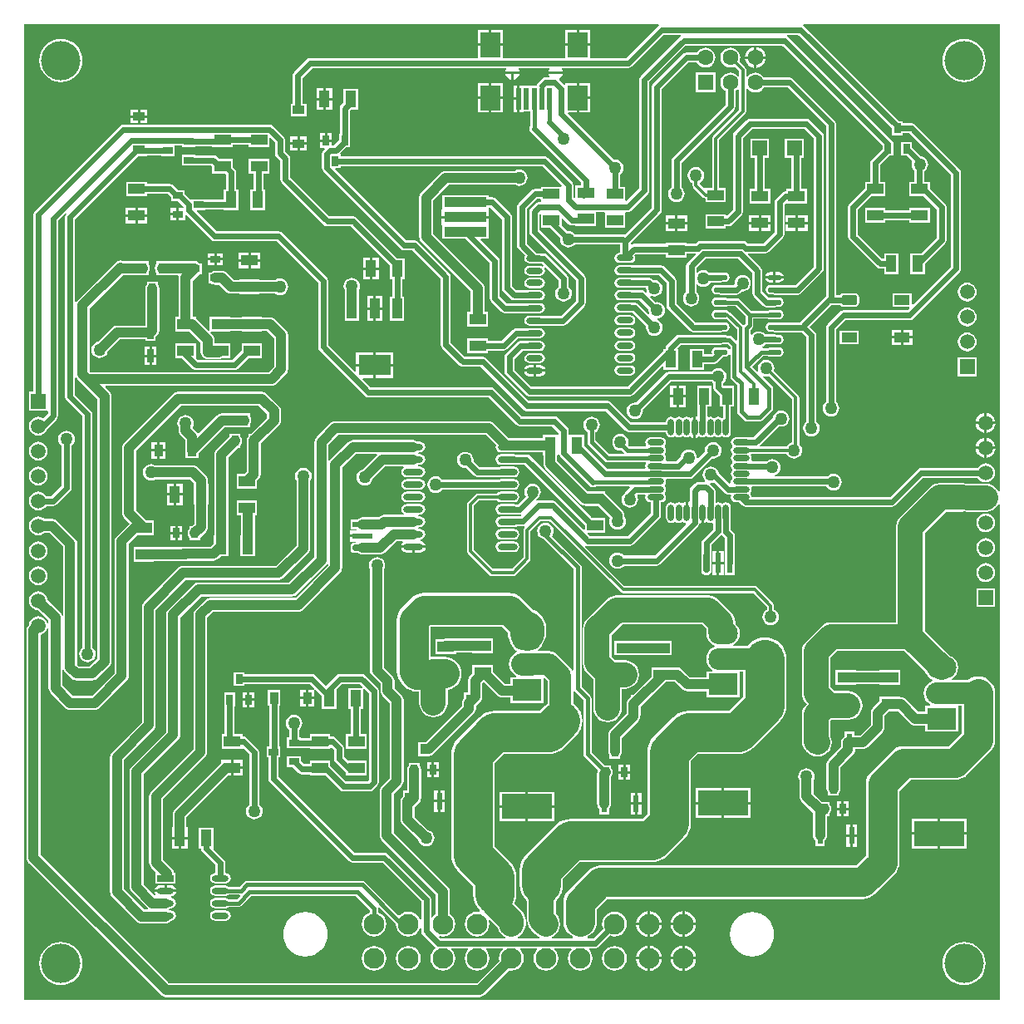
<source format=gtl>
G04*
G04 #@! TF.GenerationSoftware,Altium Limited,Altium Designer,18.0.11 (651)*
G04*
G04 Layer_Physical_Order=1*
G04 Layer_Color=255*
%FSLAX25Y25*%
%MOIN*%
G70*
G01*
G75*
%ADD11C,0.02362*%
%ADD16R,0.06693X0.04331*%
%ADD17R,0.01968X0.08858*%
%ADD18R,0.07874X0.09843*%
%ADD19R,0.07874X0.09843*%
%ADD20O,0.06693X0.02362*%
%ADD21R,0.03543X0.04724*%
%ADD22R,0.04331X0.06693*%
%ADD23R,0.03937X0.02756*%
%ADD24R,0.02756X0.03937*%
%ADD25O,0.05512X0.02165*%
%ADD26R,0.04724X0.03543*%
%ADD27R,0.07874X0.02362*%
G04:AMPARAMS|DCode=28|XSize=23.62mil|YSize=78.74mil|CornerRadius=5.91mil|HoleSize=0mil|Usage=FLASHONLY|Rotation=90.000|XOffset=0mil|YOffset=0mil|HoleType=Round|Shape=RoundedRectangle|*
%AMROUNDEDRECTD28*
21,1,0.02362,0.06693,0,0,90.0*
21,1,0.01181,0.07874,0,0,90.0*
1,1,0.01181,0.03347,0.00591*
1,1,0.01181,0.03347,-0.00591*
1,1,0.01181,-0.03347,-0.00591*
1,1,0.01181,-0.03347,0.00591*
%
%ADD28ROUNDEDRECTD28*%
%ADD29O,0.06693X0.02559*%
%ADD30R,0.06693X0.02559*%
%ADD31R,0.02559X0.05315*%
%ADD32O,0.02362X0.06693*%
%ADD33R,0.02362X0.06890*%
%ADD34R,0.20000X0.09843*%
%ADD35R,0.16929X0.03937*%
%ADD36R,0.12795X0.08071*%
%ADD37R,0.03937X0.08071*%
%ADD38R,0.05906X0.05906*%
%ADD39O,0.07874X0.02756*%
%ADD40R,0.06299X0.03937*%
G04:AMPARAMS|DCode=41|XSize=39.37mil|YSize=62.99mil|CornerRadius=9.84mil|HoleSize=0mil|Usage=FLASHONLY|Rotation=90.000|XOffset=0mil|YOffset=0mil|HoleType=Round|Shape=RoundedRectangle|*
%AMROUNDEDRECTD41*
21,1,0.03937,0.04331,0,0,90.0*
21,1,0.01968,0.06299,0,0,90.0*
1,1,0.01968,0.02165,0.00984*
1,1,0.01968,0.02165,-0.00984*
1,1,0.01968,-0.02165,-0.00984*
1,1,0.01968,-0.02165,0.00984*
%
%ADD41ROUNDEDRECTD41*%
G04:AMPARAMS|DCode=42|XSize=23.62mil|YSize=78.74mil|CornerRadius=5.91mil|HoleSize=0mil|Usage=FLASHONLY|Rotation=0.000|XOffset=0mil|YOffset=0mil|HoleType=Round|Shape=RoundedRectangle|*
%AMROUNDEDRECTD42*
21,1,0.02362,0.06693,0,0,0.0*
21,1,0.01181,0.07874,0,0,0.0*
1,1,0.01181,0.00591,-0.03347*
1,1,0.01181,-0.00591,-0.03347*
1,1,0.01181,-0.00591,0.03347*
1,1,0.01181,0.00591,0.03347*
%
%ADD42ROUNDEDRECTD42*%
%ADD43R,0.02362X0.07874*%
%ADD82C,0.03937*%
%ADD83C,0.11811*%
%ADD84C,0.09843*%
%ADD85C,0.01575*%
%ADD86C,0.01181*%
%ADD87C,0.08661*%
%ADD88C,0.15748*%
%ADD89C,0.01500*%
%ADD90C,0.13780*%
%ADD91C,0.05906*%
%ADD92R,0.05906X0.05906*%
%ADD93C,0.08268*%
%ADD94O,0.11811X0.08858*%
%ADD95R,0.11811X0.08858*%
%ADD96R,0.06299X0.06299*%
%ADD97C,0.06299*%
%ADD98C,0.05000*%
%ADD99C,0.15748*%
G36*
X592191Y505358D02*
X591691Y505259D01*
X591601Y505477D01*
X590686Y506670D01*
X589493Y507585D01*
X588104Y508160D01*
X586850Y508325D01*
X586746Y508339D01*
Y508843D01*
X586870Y508860D01*
X587591Y508955D01*
X588500Y509331D01*
X589282Y509931D01*
X589881Y510712D01*
X590258Y511622D01*
X590387Y512598D01*
X590258Y513575D01*
X589881Y514485D01*
X589282Y515266D01*
X588500Y515865D01*
X587591Y516242D01*
X586614Y516371D01*
X585638Y516242D01*
X584728Y515865D01*
X583947Y515266D01*
X583440Y514606D01*
X560630D01*
X559862Y514453D01*
X559211Y514018D01*
X548184Y502991D01*
X492708D01*
X492602Y503524D01*
X492301Y503974D01*
X492208Y504331D01*
X492301Y504687D01*
X492602Y505137D01*
X492755Y505905D01*
X492627Y506548D01*
X492908Y507048D01*
X522836D01*
X523246Y506514D01*
X523933Y505987D01*
X524732Y505655D01*
X525591Y505543D01*
X526449Y505655D01*
X527248Y505987D01*
X527935Y506514D01*
X528462Y507200D01*
X528793Y508000D01*
X528906Y508858D01*
X528793Y509716D01*
X528462Y510516D01*
X527935Y511203D01*
X527248Y511730D01*
X526449Y512061D01*
X525591Y512174D01*
X524732Y512061D01*
X523933Y511730D01*
X523246Y511203D01*
X523138Y511062D01*
X501884D01*
X501842Y511561D01*
X502642Y511892D01*
X503329Y512419D01*
X503856Y513106D01*
X504187Y513906D01*
X504300Y514764D01*
X504187Y515622D01*
X503856Y516422D01*
X503329Y517108D01*
X502642Y517635D01*
X501842Y517967D01*
X500984Y518080D01*
X500126Y517967D01*
X499326Y517635D01*
X498969Y517361D01*
X492908D01*
X492627Y517861D01*
X492755Y518504D01*
X492602Y519272D01*
X492301Y519723D01*
X492291Y519763D01*
X492512Y520249D01*
X506768D01*
X506873Y519996D01*
X507400Y519309D01*
X508086Y518782D01*
X508886Y518451D01*
X509744Y518338D01*
X510602Y518451D01*
X511402Y518782D01*
X512089Y519309D01*
X512616Y519996D01*
X512947Y520795D01*
X513060Y521654D01*
X512947Y522512D01*
X512616Y523311D01*
X512089Y523998D01*
X511838Y524191D01*
Y542717D01*
X511731Y543254D01*
X511426Y543710D01*
X501720Y553416D01*
X501825Y553669D01*
X501938Y554528D01*
X501825Y555386D01*
X501494Y556185D01*
X500967Y556872D01*
X500280Y557399D01*
X499480Y557730D01*
X498622Y557843D01*
X497764Y557730D01*
X496964Y557399D01*
X496278Y556872D01*
X495751Y556185D01*
X495419Y555386D01*
X495306Y554528D01*
X495419Y553669D01*
X495523Y553420D01*
X495099Y553136D01*
X493068Y555167D01*
X494196Y556296D01*
X494196Y556296D01*
X494196Y556296D01*
X497319Y559418D01*
X499332D01*
X499566Y559262D01*
X500295Y559117D01*
X503642D01*
X504371Y559262D01*
X504990Y559675D01*
X505403Y560294D01*
X505548Y561024D01*
X505403Y561753D01*
X504990Y562372D01*
X504371Y562785D01*
X503642Y562930D01*
X500295D01*
X499566Y562785D01*
X499332Y562629D01*
X497226D01*
X497126Y563129D01*
X497229Y563172D01*
X497916Y563699D01*
X498174Y564036D01*
X501968D01*
X502374Y564117D01*
X503642D01*
X504371Y564262D01*
X504990Y564675D01*
X505403Y565294D01*
X505548Y566024D01*
X505403Y566753D01*
X504990Y567372D01*
X504371Y567785D01*
X503642Y567930D01*
X502572D01*
X501968Y568050D01*
X498174D01*
X497916Y568388D01*
X497229Y568915D01*
X496429Y569246D01*
X495571Y569359D01*
X494713Y569246D01*
X493913Y568915D01*
X493226Y568388D01*
X492903Y567967D01*
X492403Y568136D01*
Y569955D01*
X493025Y570577D01*
X493025Y570577D01*
X493373Y571098D01*
X493495Y571713D01*
X493495Y571713D01*
Y574418D01*
X499332D01*
X499566Y574262D01*
X500295Y574117D01*
X503642D01*
X504371Y574262D01*
X504990Y574675D01*
X505403Y575294D01*
X505548Y576024D01*
X505403Y576753D01*
X504990Y577372D01*
X504371Y577785D01*
X503642Y577930D01*
X500295D01*
X499566Y577785D01*
X499332Y577629D01*
X492555D01*
X488025Y582159D01*
X487504Y582507D01*
X486890Y582629D01*
X486890Y582629D01*
X482951D01*
X482718Y582785D01*
X481988Y582930D01*
X478642D01*
X477912Y582785D01*
X477293Y582372D01*
X476880Y581753D01*
X476735Y581024D01*
X476880Y580294D01*
X477293Y579675D01*
X477912Y579262D01*
X478642Y579117D01*
X481988D01*
X482718Y579262D01*
X482951Y579418D01*
X486225D01*
X490284Y575358D01*
Y572378D01*
X489836Y571929D01*
X489380Y571872D01*
X489190Y571950D01*
X484123Y577017D01*
X483668Y577322D01*
X483303Y577394D01*
X482718Y577785D01*
X481988Y577930D01*
X478642D01*
X477912Y577785D01*
X477293Y577372D01*
X476880Y576753D01*
X476735Y576024D01*
X476880Y575294D01*
X477293Y574675D01*
X477912Y574262D01*
X478642Y574117D01*
X481988D01*
X482718Y574262D01*
X482830Y574337D01*
X486882Y570284D01*
Y565845D01*
X486420Y565653D01*
X484915Y567159D01*
X484394Y567507D01*
X483779Y567629D01*
X483779Y567629D01*
X482951D01*
X482718Y567785D01*
X481988Y567930D01*
X480820D01*
X480315Y568031D01*
X463661D01*
X462893Y567878D01*
X462242Y567443D01*
X458817Y564018D01*
X458382Y563367D01*
X458229Y562598D01*
Y562445D01*
X457988Y562205D01*
X457283D01*
Y561500D01*
X457045Y561262D01*
X443066Y547283D01*
X404375D01*
X397676Y553981D01*
Y558224D01*
X400930Y561477D01*
X407972D01*
X408741Y561630D01*
X409392Y562065D01*
X409827Y562716D01*
X409979Y563484D01*
X409827Y564252D01*
X409392Y564903D01*
X408741Y565339D01*
X407972Y565491D01*
X400098D01*
X399330Y565339D01*
X398679Y564903D01*
X394250Y560474D01*
X393815Y559823D01*
X393662Y559055D01*
Y553150D01*
X393815Y552382D01*
X394250Y551730D01*
X402124Y543856D01*
X402775Y543421D01*
X403543Y543268D01*
X443898D01*
X444666Y543421D01*
X445317Y543856D01*
X456821Y555361D01*
X457283Y555170D01*
Y553937D01*
X463189D01*
Y562205D01*
X463189D01*
X463040Y562564D01*
X464493Y564017D01*
X480315D01*
X480820Y564117D01*
X481988D01*
X482718Y564262D01*
X482951Y564418D01*
X483114D01*
X484221Y563311D01*
Y562117D01*
X484140Y562060D01*
X483460Y562187D01*
X483336Y562372D01*
X482718Y562785D01*
X481988Y562930D01*
X480820D01*
X480315Y563031D01*
X479810Y562930D01*
X478642D01*
X477912Y562785D01*
X477293Y562372D01*
X476880Y561753D01*
X476735Y561024D01*
X476850Y560446D01*
X476521Y560078D01*
X473819D01*
Y562205D01*
X467913D01*
Y553937D01*
X473819D01*
Y556064D01*
X477362D01*
X478130Y556217D01*
X478781Y556652D01*
X481247Y559117D01*
X481988D01*
X482718Y559262D01*
X483336Y559675D01*
X483460Y559861D01*
X484140Y559987D01*
X484221Y559930D01*
Y551181D01*
X484221Y551181D01*
X484343Y550567D01*
X484691Y550046D01*
X486977Y547760D01*
Y537205D01*
X486977Y537205D01*
X487099Y536590D01*
X487447Y536069D01*
X489908Y533609D01*
X489908Y533609D01*
X490429Y533261D01*
X491043Y533138D01*
X491043Y533138D01*
X495866D01*
X495866Y533138D01*
X496481Y533261D01*
X497002Y533609D01*
X500840Y537447D01*
X500840Y537447D01*
X501188Y537968D01*
X501310Y538583D01*
Y546260D01*
X501188Y546874D01*
X500840Y547395D01*
X500840Y547395D01*
X497231Y551004D01*
X497514Y551428D01*
X497764Y551325D01*
X498622Y551212D01*
X499480Y551325D01*
X499733Y551430D01*
X509028Y542135D01*
Y524875D01*
X508886Y524856D01*
X508086Y524525D01*
X507400Y523998D01*
X506873Y523311D01*
X506768Y523059D01*
X496092D01*
X495885Y523559D01*
X503531Y531205D01*
X503669Y531148D01*
X504528Y531035D01*
X505386Y531148D01*
X506185Y531479D01*
X506872Y532006D01*
X507399Y532692D01*
X507730Y533492D01*
X507843Y534350D01*
X507730Y535209D01*
X507399Y536008D01*
X506872Y536695D01*
X506185Y537222D01*
X505386Y537553D01*
X504528Y537666D01*
X503669Y537553D01*
X502870Y537222D01*
X502183Y536695D01*
X501656Y536008D01*
X501325Y535209D01*
X501244Y534594D01*
X493460Y526810D01*
X486417D01*
X485649Y526657D01*
X484998Y526222D01*
X484563Y525571D01*
X484410Y524803D01*
X484563Y524035D01*
X484864Y523585D01*
X484957Y523228D01*
X484864Y522872D01*
X484563Y522422D01*
X484410Y521654D01*
X484563Y520886D01*
X484864Y520435D01*
X484957Y520079D01*
X484864Y519723D01*
X484563Y519272D01*
X484410Y518504D01*
X484563Y517736D01*
X484864Y517285D01*
X484957Y516929D01*
X484864Y516573D01*
X484563Y516122D01*
X484410Y515354D01*
X484563Y514586D01*
X484864Y514136D01*
X484957Y513779D01*
X484864Y513423D01*
X484563Y512973D01*
X484410Y512205D01*
X484563Y511437D01*
X484864Y510986D01*
X484957Y510630D01*
X484864Y510274D01*
X484563Y509823D01*
X484410Y509055D01*
X484474Y508735D01*
X484114Y508216D01*
X483833Y508178D01*
X479616Y512396D01*
X479580Y512668D01*
X479249Y513468D01*
X478722Y514155D01*
X478035Y514681D01*
X477235Y515013D01*
X476377Y515126D01*
X475519Y515013D01*
X474719Y514681D01*
X474032Y514155D01*
X473505Y513468D01*
X473174Y512668D01*
X473061Y511810D01*
X473174Y510952D01*
X473505Y510152D01*
X474032Y509465D01*
X474122Y509397D01*
X473952Y508897D01*
X471457D01*
X470689Y508744D01*
X470038Y508309D01*
X468463Y506734D01*
X468028Y506083D01*
X467875Y505315D01*
Y501234D01*
X467375Y500915D01*
X467232Y500943D01*
Y496654D01*
X466232D01*
Y500943D01*
X465881Y500873D01*
X465160Y500391D01*
X464625Y500490D01*
X464351Y500673D01*
X463583Y500826D01*
X462815Y500673D01*
X462364Y500372D01*
X462008Y500279D01*
X461652Y500372D01*
X461201Y500673D01*
X460433Y500826D01*
X459665Y500673D01*
X459014Y500238D01*
X458579Y499587D01*
X458426Y498819D01*
Y494488D01*
X458579Y493720D01*
X459014Y493069D01*
X459665Y492634D01*
X460433Y492481D01*
X461201Y492634D01*
X461852Y493069D01*
X462163D01*
X462815Y492634D01*
X463583Y492481D01*
X464351Y492634D01*
X464625Y492817D01*
X465160Y492916D01*
X465881Y492434D01*
X466189Y492372D01*
X466354Y491830D01*
X453893Y479369D01*
X441580D01*
X441321Y479707D01*
X440634Y480234D01*
X439835Y480565D01*
X438976Y480678D01*
X438118Y480565D01*
X437319Y480234D01*
X436632Y479707D01*
X436105Y479020D01*
X435774Y478220D01*
X435661Y477362D01*
X435774Y476504D01*
X436105Y475704D01*
X436632Y475018D01*
X437319Y474491D01*
X438118Y474159D01*
X438976Y474046D01*
X439835Y474159D01*
X440634Y474491D01*
X441321Y475018D01*
X441580Y475355D01*
X454724D01*
X455492Y475508D01*
X456144Y475943D01*
X471301Y491101D01*
X471736Y491752D01*
X471803Y492085D01*
X471885Y492161D01*
X472374Y492395D01*
X472532Y492364D01*
Y496654D01*
X473531D01*
Y492364D01*
X473882Y492434D01*
X474604Y492916D01*
X475139Y492817D01*
X475413Y492634D01*
X476181Y492481D01*
X476824Y492609D01*
X477324Y492329D01*
Y490005D01*
X473187Y485868D01*
X472752Y485217D01*
X472599Y484449D01*
Y476378D01*
X472611Y476320D01*
Y473032D01*
X472718Y472494D01*
X473022Y472038D01*
X473478Y471734D01*
X474016Y471627D01*
X475197D01*
X475735Y471734D01*
X476190Y472038D01*
X476495Y472494D01*
X476602Y473032D01*
Y476320D01*
X476613Y476378D01*
Y483617D01*
X480497Y487501D01*
X481030Y487554D01*
X481151Y487467D01*
X482048Y486570D01*
Y476378D01*
X482087Y476184D01*
Y471654D01*
X486024D01*
Y476184D01*
X486062Y476378D01*
Y487402D01*
X485909Y488170D01*
X485474Y488821D01*
X484487Y489808D01*
Y496654D01*
Y498819D01*
X484335Y499587D01*
X483899Y500238D01*
X483248Y500673D01*
X482480Y500826D01*
X481712Y500673D01*
X481262Y500372D01*
X480905Y500279D01*
X480549Y500372D01*
X480099Y500673D01*
X479331Y500826D01*
X478688Y500698D01*
X478188Y500979D01*
Y505118D01*
X478035Y505886D01*
X477600Y506537D01*
X476113Y508025D01*
X476346Y508498D01*
X476377Y508494D01*
X477235Y508607D01*
X477583Y508751D01*
X481848Y504486D01*
X482500Y504051D01*
X483268Y503898D01*
X484258D01*
X484538Y503398D01*
X484410Y502756D01*
X484563Y501988D01*
X484998Y501337D01*
X485649Y500902D01*
X486417Y500749D01*
X487751D01*
X488935Y499565D01*
X489586Y499130D01*
X490354Y498977D01*
X549016D01*
X549784Y499130D01*
X550435Y499565D01*
X561461Y510591D01*
X583440D01*
X583947Y509931D01*
X584728Y509331D01*
X585638Y508955D01*
X586258Y508873D01*
X586384Y508856D01*
X586351Y508356D01*
X586246Y508356D01*
X579370D01*
X578832Y508286D01*
X578754Y508318D01*
X577264Y508514D01*
X568307D01*
X566817Y508318D01*
X565428Y507742D01*
X564236Y506827D01*
X552385Y494977D01*
X551470Y493785D01*
X550895Y492396D01*
X550699Y490906D01*
Y452608D01*
X524606D01*
X523116Y452412D01*
X521727Y451837D01*
X520535Y450922D01*
X514629Y445016D01*
X513714Y443824D01*
X513139Y442435D01*
X512943Y440945D01*
Y424213D01*
X513139Y422722D01*
X513714Y421334D01*
X514629Y420141D01*
X514889Y419882D01*
X514629Y419623D01*
X513714Y418430D01*
X513139Y417041D01*
X512943Y415551D01*
Y405020D01*
X513139Y403529D01*
X513714Y402141D01*
X514629Y400948D01*
X515121Y400456D01*
X516314Y399541D01*
X517703Y398966D01*
X519193Y398770D01*
X520683Y398966D01*
X522072Y399541D01*
X523264Y400456D01*
X524179Y401649D01*
X524755Y403037D01*
X524951Y404528D01*
X524755Y406018D01*
X524459Y406732D01*
Y413166D01*
X524826Y413533D01*
X531496D01*
X532986Y413730D01*
X534375Y414305D01*
X535568Y415220D01*
X536483Y416412D01*
X537058Y417801D01*
X537254Y419291D01*
X537058Y420782D01*
X536483Y422170D01*
X535568Y423363D01*
X534375Y424278D01*
X532986Y424853D01*
X531496Y425049D01*
X526007D01*
X524459Y426598D01*
Y438560D01*
X526991Y441092D01*
X554072D01*
X562496Y432668D01*
X562865Y431779D01*
X563701Y430689D01*
X564790Y429853D01*
X565328Y429630D01*
Y429089D01*
X564348Y428683D01*
X563279Y427863D01*
X562459Y426794D01*
X561943Y425549D01*
X561767Y424213D01*
X561943Y422877D01*
X562459Y421631D01*
X563279Y420562D01*
X564348Y419742D01*
X564395Y419723D01*
X564297Y419232D01*
X562205D01*
Y416795D01*
X559577D01*
X554525Y421847D01*
X553949Y422289D01*
X553278Y422567D01*
X552559Y422662D01*
X552362D01*
Y422835D01*
X544095D01*
Y421057D01*
X541342Y418304D01*
X540900Y417728D01*
X540622Y417058D01*
X540527Y416339D01*
Y411585D01*
X536250Y407307D01*
X533957D01*
Y408760D01*
X530020D01*
Y406868D01*
X529530Y406493D01*
X529089Y405917D01*
X528811Y405247D01*
X528716Y404528D01*
Y402726D01*
X523625Y397635D01*
X523183Y397059D01*
X522906Y396389D01*
X522811Y395669D01*
Y386024D01*
X522906Y385304D01*
X523183Y384634D01*
X523425Y384318D01*
Y383268D01*
X525410D01*
X525591Y383244D01*
X525771Y383268D01*
X527756D01*
Y384318D01*
X527998Y384634D01*
X528275Y385304D01*
X528370Y386024D01*
Y394518D01*
X533462Y399609D01*
X533903Y400185D01*
X533949Y400295D01*
X533957D01*
Y400314D01*
X534181Y400855D01*
X534276Y401575D01*
Y401748D01*
X537402D01*
X538121Y401843D01*
X538791Y402120D01*
X539367Y402562D01*
X545273Y408467D01*
X545714Y409043D01*
X545992Y409714D01*
X546087Y410433D01*
Y415187D01*
X547829Y416929D01*
X551581D01*
X556460Y412050D01*
X557035Y411609D01*
X557706Y411331D01*
X558425Y411236D01*
X562205D01*
Y408799D01*
X575591D01*
Y419050D01*
X576936D01*
Y408297D01*
X571624Y402985D01*
X553740D01*
X552428Y402856D01*
X551166Y402473D01*
X550004Y401852D01*
X548985Y401015D01*
X540520Y392551D01*
X539684Y391532D01*
X539062Y390369D01*
X538680Y389107D01*
X538550Y387795D01*
Y359085D01*
X534616Y355151D01*
X432087D01*
X430775Y355021D01*
X429513Y354639D01*
X428350Y354017D01*
X427331Y353181D01*
X419260Y345110D01*
X418424Y344091D01*
X417802Y342928D01*
X417420Y341666D01*
X417290Y340354D01*
Y332658D01*
X417420Y331345D01*
X417802Y330084D01*
X418424Y328921D01*
X419260Y327902D01*
X420279Y327066D01*
X420945Y326710D01*
X421083Y326069D01*
X421018Y325983D01*
X412771D01*
X412672Y326483D01*
X413115Y326667D01*
X414308Y327582D01*
X415223Y328775D01*
X415798Y330163D01*
X415994Y331653D01*
X415798Y333144D01*
X415223Y334532D01*
X414308Y335725D01*
X414222Y335810D01*
Y340962D01*
X414619Y341287D01*
X415701Y342606D01*
X416505Y344110D01*
X417001Y345743D01*
X417168Y347441D01*
Y349741D01*
X423881Y356454D01*
X452756D01*
X454454Y356621D01*
X456086Y357117D01*
X457591Y357921D01*
X458910Y359003D01*
X465800Y365893D01*
X466882Y367212D01*
X467687Y368717D01*
X468182Y370349D01*
X468349Y372047D01*
Y396986D01*
X471125Y399761D01*
X487205D01*
X488903Y399928D01*
X490535Y400424D01*
X492040Y401228D01*
X493359Y402310D01*
X504186Y413137D01*
X504186Y413137D01*
X505268Y414456D01*
X506072Y415961D01*
X506568Y417593D01*
X506735Y419291D01*
Y437992D01*
X506568Y439690D01*
X506072Y441323D01*
X505268Y442827D01*
X504186Y444146D01*
X502867Y445229D01*
X501362Y446033D01*
X499729Y446528D01*
X498032Y446695D01*
X496334Y446528D01*
X494701Y446033D01*
X493196Y445229D01*
X491877Y444146D01*
X491063Y443154D01*
X485763D01*
X485433Y443626D01*
X485435Y443654D01*
X486496Y444468D01*
X487332Y445558D01*
X487858Y446827D01*
X488037Y448189D01*
X487858Y449551D01*
X487332Y450820D01*
X486496Y451909D01*
X486250Y452098D01*
Y452579D01*
X486054Y454069D01*
X485479Y455458D01*
X484564Y456650D01*
X479465Y461749D01*
X478273Y462664D01*
X476884Y463239D01*
X475394Y463435D01*
X438681D01*
X437191Y463239D01*
X435802Y462664D01*
X434610Y461749D01*
X426736Y453875D01*
X425821Y452682D01*
X425245Y451293D01*
X425049Y449803D01*
Y440158D01*
Y436516D01*
X425245Y435026D01*
X425821Y433637D01*
X426736Y432444D01*
X429282Y429899D01*
Y418307D01*
X429478Y416817D01*
X430053Y415428D01*
X430968Y414236D01*
X432160Y413321D01*
X433549Y412745D01*
X435039Y412549D01*
X436530Y412745D01*
X437918Y413321D01*
X439111Y414236D01*
X440026Y415428D01*
X440601Y416817D01*
X440797Y418307D01*
Y425935D01*
X441929D01*
X443419Y426131D01*
X444808Y426706D01*
X446001Y427622D01*
X446916Y428814D01*
X447491Y430203D01*
X447687Y431693D01*
X447491Y433183D01*
X446916Y434572D01*
X446001Y435764D01*
X444808Y436679D01*
X443419Y437255D01*
X441929Y437451D01*
X438015D01*
X436565Y438901D01*
Y440158D01*
Y447418D01*
X441066Y451919D01*
X473009D01*
X474734Y450194D01*
Y449503D01*
X474561Y448189D01*
X474741Y446827D01*
X475266Y445558D01*
X476102Y444468D01*
X477192Y443632D01*
X477847Y443361D01*
Y442820D01*
X477192Y442549D01*
X476102Y441713D01*
X475266Y440623D01*
X474741Y439354D01*
X474561Y437992D01*
X474741Y436630D01*
X475266Y435361D01*
X476102Y434272D01*
X477093Y433512D01*
X476989Y433012D01*
X474606D01*
Y430575D01*
X468041D01*
X464958Y433658D01*
X464382Y434100D01*
X463712Y434378D01*
X462992Y434473D01*
X460827D01*
Y434646D01*
X452559D01*
Y430900D01*
X445183Y423524D01*
X444390D01*
Y422730D01*
X443408Y421749D01*
X442967Y421173D01*
X442689Y420503D01*
X442594Y419783D01*
Y416014D01*
X436027Y409446D01*
X435585Y408870D01*
X435307Y408200D01*
X435212Y407480D01*
Y400787D01*
X435307Y400068D01*
X435585Y399398D01*
X435827Y399082D01*
Y398031D01*
X437812D01*
X437992Y398008D01*
X438173Y398031D01*
X440158D01*
Y399082D01*
X440399Y399398D01*
X440677Y400068D01*
X440772Y400787D01*
Y406329D01*
X447339Y412897D01*
X447781Y413472D01*
X448059Y414143D01*
X448154Y414862D01*
Y415059D01*
X448327D01*
Y418805D01*
X458262Y428740D01*
X460827D01*
Y428913D01*
X461841D01*
X464924Y425830D01*
X465500Y425388D01*
X466170Y425110D01*
X466890Y425016D01*
X474606D01*
Y422579D01*
X487992D01*
Y432830D01*
X489328D01*
Y422896D01*
X483600Y417168D01*
X467520D01*
X467520Y417168D01*
X465822Y417001D01*
X464189Y416505D01*
X462684Y415701D01*
X461366Y414619D01*
X461365Y414619D01*
X453491Y406745D01*
X452409Y405426D01*
X451605Y403921D01*
X451110Y402288D01*
X450942Y400591D01*
Y399606D01*
X451039Y398622D01*
X450942Y397638D01*
Y375652D01*
X449151Y373861D01*
X420276D01*
X418578Y373694D01*
X416945Y373198D01*
X415440Y372394D01*
X414121Y371312D01*
X414121Y371312D01*
X402310Y359501D01*
X401228Y358182D01*
X400424Y356677D01*
X399928Y355044D01*
X399761Y353346D01*
Y347441D01*
X399928Y345743D01*
X400424Y344110D01*
X401228Y342606D01*
X402310Y341287D01*
X402707Y340962D01*
Y333425D01*
X402903Y331935D01*
X403478Y330546D01*
X404393Y329354D01*
X406165Y327582D01*
X407357Y326667D01*
X407800Y326483D01*
X407701Y325983D01*
X398992D01*
X398892Y326483D01*
X399336Y326667D01*
X400528Y327582D01*
X401443Y328775D01*
X402018Y330163D01*
X402215Y331653D01*
Y332874D01*
X402018Y334364D01*
X401443Y335753D01*
X400528Y336946D01*
X397629Y339845D01*
X397805Y340173D01*
X398300Y341806D01*
X398467Y343504D01*
Y350394D01*
X398467Y350394D01*
X398300Y352092D01*
X397805Y353724D01*
X397000Y355229D01*
X395918Y356548D01*
X395918Y356548D01*
X389609Y362857D01*
Y396001D01*
X393369Y399761D01*
X411417D01*
X413115Y399928D01*
X414748Y400424D01*
X416253Y401228D01*
X417571Y402310D01*
X422296Y407035D01*
X423378Y408354D01*
X424183Y409858D01*
X424678Y411491D01*
X424845Y413189D01*
X424678Y414887D01*
X424183Y416520D01*
X423378Y418024D01*
X422296Y419343D01*
X421304Y420157D01*
Y424786D01*
X421777Y424940D01*
X421804Y424941D01*
X425363Y421382D01*
Y399803D01*
X425363Y399803D01*
X425485Y399189D01*
X425833Y398668D01*
X431210Y393291D01*
X431156Y393221D01*
X430878Y392550D01*
X430783Y391831D01*
Y379921D01*
X430878Y379202D01*
X431156Y378531D01*
X431595Y377960D01*
Y375689D01*
X435532D01*
Y377960D01*
X435970Y378531D01*
X436248Y379202D01*
X436343Y379921D01*
Y389764D01*
X436417D01*
Y390815D01*
X436659Y391130D01*
X436937Y391800D01*
X437032Y392520D01*
X436937Y393239D01*
X436659Y393910D01*
X436417Y394225D01*
Y395276D01*
X434433D01*
X434252Y395299D01*
X434071Y395276D01*
X433767D01*
X428574Y400468D01*
Y422047D01*
X428574Y422047D01*
X428452Y422662D01*
X428104Y423183D01*
X424539Y426748D01*
Y474803D01*
X424539Y474803D01*
X424416Y475418D01*
X424068Y475939D01*
X424068Y475939D01*
X412686Y487321D01*
X412911Y487614D01*
X413242Y488413D01*
X413355Y489272D01*
X413242Y490130D01*
X412911Y490930D01*
X412384Y491616D01*
X411697Y492143D01*
X410897Y492474D01*
X410039Y492587D01*
X409181Y492474D01*
X408382Y492143D01*
X407695Y491616D01*
X407168Y490930D01*
X406837Y490130D01*
X406724Y489272D01*
X406837Y488413D01*
X407168Y487614D01*
X407695Y486927D01*
X408382Y486400D01*
X409181Y486069D01*
X409429Y486036D01*
X421327Y474138D01*
Y433461D01*
X420827Y433361D01*
X420612Y433880D01*
X419792Y434949D01*
X419792Y434949D01*
X415068Y439674D01*
X413999Y440494D01*
X412753Y441010D01*
X411417Y441186D01*
X411417Y441186D01*
X407327D01*
X407157Y441686D01*
X407756Y442146D01*
X408592Y443235D01*
X408798Y443733D01*
X409051Y444041D01*
X409764Y445375D01*
X410203Y446822D01*
X410351Y448327D01*
Y450295D01*
X410203Y451800D01*
X409764Y453247D01*
X409051Y454581D01*
X408092Y455750D01*
X406923Y456709D01*
X405589Y457422D01*
X404985Y457606D01*
X400560Y462293D01*
X400487Y462357D01*
X400425Y462433D01*
X399990Y462789D01*
X399566Y463159D01*
X399481Y463207D01*
X399406Y463269D01*
X398910Y463534D01*
X398421Y463814D01*
X398329Y463845D01*
X398243Y463891D01*
X397705Y464054D01*
X397171Y464233D01*
X397075Y464245D01*
X396981Y464273D01*
X396421Y464328D01*
X395863Y464400D01*
X395766Y464393D01*
X395669Y464402D01*
X361221D01*
X359908Y464273D01*
X358647Y463891D01*
X357484Y463269D01*
X356465Y462433D01*
X352430Y458397D01*
X351593Y457378D01*
X350972Y456215D01*
X350589Y454954D01*
X350460Y453642D01*
Y432874D01*
X350589Y431562D01*
X350972Y430300D01*
X351593Y429138D01*
X352430Y428119D01*
X353709Y426839D01*
X354728Y426003D01*
X355891Y425381D01*
X357153Y424998D01*
X358465Y424869D01*
X359400D01*
Y420276D01*
X359596Y418785D01*
X360171Y417397D01*
X361086Y416204D01*
X362279Y415289D01*
X363667Y414714D01*
X365158Y414518D01*
X366648Y414714D01*
X368036Y415289D01*
X369229Y416204D01*
X370144Y417397D01*
X370719Y418785D01*
X370915Y420276D01*
Y425483D01*
X370997Y425491D01*
X372259Y425873D01*
X373421Y426495D01*
X374441Y427331D01*
X375277Y428350D01*
X375898Y429513D01*
X376281Y430775D01*
X376410Y432087D01*
X376281Y433399D01*
X375898Y434660D01*
X375277Y435823D01*
X374441Y436842D01*
X373421Y437678D01*
X372259Y438300D01*
X370997Y438683D01*
X369685Y438812D01*
X365158D01*
X364281Y438726D01*
X363910Y439061D01*
Y450856D01*
X364006Y450952D01*
X392769D01*
X394922Y448670D01*
Y448327D01*
X395071Y446822D01*
X395510Y445375D01*
X396088Y444292D01*
X396526Y443235D01*
X397362Y442146D01*
X398452Y441309D01*
X398611Y441244D01*
Y440743D01*
X398009Y440494D01*
X396940Y439674D01*
X396120Y438605D01*
X395604Y437360D01*
X395428Y436024D01*
X395604Y434688D01*
X396120Y433442D01*
X396940Y432373D01*
X397174Y432194D01*
X397362Y431949D01*
X398353Y431189D01*
X398248Y430689D01*
X395866D01*
Y427977D01*
X393868D01*
X388976Y432868D01*
Y435630D01*
X380709D01*
Y432081D01*
X379924Y431296D01*
X379483Y430721D01*
X379205Y430050D01*
X379110Y429331D01*
Y424508D01*
X377461D01*
Y422237D01*
X377022Y421665D01*
X376744Y420995D01*
X376649Y420276D01*
Y419163D01*
X362014Y404528D01*
X359055D01*
Y399016D01*
X362886D01*
X363008Y399016D01*
X363189Y398992D01*
X363386Y399016D01*
Y399018D01*
X363908Y399087D01*
X364579Y399364D01*
X365155Y399806D01*
X381392Y416043D01*
X381398D01*
Y416050D01*
X381836Y416622D01*
X382114Y417292D01*
X382209Y418012D01*
Y419124D01*
X383855Y420771D01*
X384297Y421346D01*
X384575Y422017D01*
X384669Y422736D01*
Y428179D01*
X385236Y428746D01*
X390751Y423231D01*
X391327Y422790D01*
X391997Y422512D01*
X392717Y422417D01*
X395866D01*
Y420256D01*
X409252D01*
Y430181D01*
X409752Y430388D01*
X410980Y429161D01*
Y420157D01*
X409988Y419343D01*
X407812Y417168D01*
X389764D01*
X389764Y417168D01*
X388066Y417001D01*
X386433Y416505D01*
X384928Y415701D01*
X383610Y414619D01*
X383610Y414619D01*
X374751Y405760D01*
X373669Y404442D01*
X372865Y402937D01*
X372369Y401304D01*
X372202Y399606D01*
Y359252D01*
X372369Y357554D01*
X372865Y355921D01*
X373669Y354417D01*
X374751Y353098D01*
X381061Y346789D01*
Y343504D01*
X381228Y341806D01*
X381723Y340173D01*
X382527Y338669D01*
X383610Y337350D01*
X384007Y337024D01*
X383998Y336939D01*
X383459Y336514D01*
X382677Y336617D01*
X381393Y336448D01*
X380195Y335952D01*
X379167Y335163D01*
X378379Y334135D01*
X377883Y332938D01*
X377713Y331653D01*
X377883Y330369D01*
X378379Y329172D01*
X379167Y328144D01*
X380195Y327355D01*
X381393Y326859D01*
X382677Y326690D01*
X383962Y326859D01*
X385159Y327355D01*
X386187Y328144D01*
X386976Y329172D01*
X387472Y330369D01*
X387641Y331653D01*
X387472Y332938D01*
X387422Y333059D01*
X387846Y333342D01*
X390875Y330312D01*
X390895Y330163D01*
X391470Y328775D01*
X392385Y327582D01*
X393578Y326667D01*
X394021Y326483D01*
X393921Y325983D01*
X367800D01*
X367390Y326394D01*
X367607Y326834D01*
X367634Y326856D01*
X368898Y326690D01*
X370182Y326859D01*
X371379Y327355D01*
X372408Y328144D01*
X373196Y329172D01*
X373692Y330369D01*
X373861Y331653D01*
X373692Y332938D01*
X373196Y334135D01*
X372408Y335163D01*
X371677Y335724D01*
Y344685D01*
X371583Y345405D01*
X371305Y346075D01*
X370863Y346651D01*
X349236Y368277D01*
Y383691D01*
X352359Y386814D01*
X352801Y387390D01*
X353079Y388060D01*
X353173Y388779D01*
Y421511D01*
X353079Y422230D01*
X352801Y422901D01*
X352359Y423476D01*
X349532Y426304D01*
Y429134D01*
X349437Y429853D01*
X349159Y430524D01*
X348717Y431099D01*
X345299Y434517D01*
Y473616D01*
X345391Y473736D01*
X345723Y474536D01*
X345835Y475394D01*
X345723Y476252D01*
X345391Y477052D01*
X344864Y477738D01*
X344178Y478265D01*
X343378Y478596D01*
X342520Y478710D01*
X341662Y478596D01*
X340862Y478265D01*
X340175Y477738D01*
X339648Y477052D01*
X339317Y476252D01*
X339204Y475394D01*
X339317Y474536D01*
X339648Y473736D01*
X339740Y473616D01*
Y433366D01*
X339835Y432647D01*
X340112Y431976D01*
X340554Y431401D01*
X343972Y427983D01*
Y425152D01*
X344067Y424433D01*
X344345Y423763D01*
X344786Y423187D01*
X347614Y420359D01*
Y389931D01*
X344491Y386808D01*
X344049Y386232D01*
X343772Y385562D01*
X343677Y384842D01*
Y367126D01*
X343772Y366407D01*
X344049Y365736D01*
X344491Y365160D01*
X366118Y343534D01*
Y335724D01*
X365388Y335163D01*
X364712Y334282D01*
X364212Y334452D01*
Y341535D01*
X364059Y342303D01*
X363624Y342955D01*
X346892Y359687D01*
X346240Y360122D01*
X345472Y360275D01*
X333508D01*
X302991Y390792D01*
Y398425D01*
X303740D01*
Y402756D01*
X303188D01*
Y419095D01*
X303740D01*
Y425394D01*
X298622D01*
Y419095D01*
X299174D01*
Y402756D01*
X298228D01*
Y398425D01*
X298977D01*
Y389961D01*
X299130Y389193D01*
X299565Y388541D01*
X331258Y356849D01*
X331909Y356413D01*
X332677Y356261D01*
X344641D01*
X360198Y340704D01*
Y333557D01*
X359698Y333457D01*
X359417Y334135D01*
X358628Y335163D01*
X357600Y335952D01*
X356403Y336448D01*
X355118Y336617D01*
X353833Y336448D01*
X352636Y335952D01*
X351608Y335163D01*
X351139Y335133D01*
X337723Y348549D01*
X337214Y348889D01*
X336614Y349008D01*
X290354D01*
X289755Y348889D01*
X289246Y348549D01*
X287284Y346587D01*
X283166D01*
X282598Y346967D01*
X281791Y347127D01*
X277658D01*
X276851Y346967D01*
X276167Y346510D01*
X275711Y345826D01*
X275550Y345020D01*
X275711Y344213D01*
X276167Y343530D01*
X276851Y343073D01*
X277658Y342912D01*
X281791D01*
X282598Y343073D01*
X283166Y343452D01*
X287379D01*
X287586Y342952D01*
X286221Y341587D01*
X283166D01*
X282598Y341967D01*
X281791Y342127D01*
X277658D01*
X276851Y341967D01*
X276167Y341510D01*
X275711Y340826D01*
X275550Y340020D01*
X275711Y339213D01*
X276167Y338529D01*
X276851Y338073D01*
X277658Y337912D01*
X281791D01*
X282598Y338073D01*
X283166Y338452D01*
X286870D01*
X287470Y338572D01*
X287979Y338911D01*
X291988Y342921D01*
X333996D01*
X339771Y337146D01*
Y336331D01*
X338857Y335952D01*
X337829Y335163D01*
X337040Y334135D01*
X336544Y332938D01*
X336375Y331653D01*
X336544Y330369D01*
X337040Y329172D01*
X337829Y328144D01*
X338857Y327355D01*
X340054Y326859D01*
X341339Y326690D01*
X342623Y326859D01*
X343821Y327355D01*
X344848Y328144D01*
X345637Y329172D01*
X346133Y330369D01*
X346302Y331653D01*
X346133Y332938D01*
X345637Y334135D01*
X344848Y335163D01*
X343821Y335952D01*
X342906Y336331D01*
Y337795D01*
X342893Y337862D01*
X343292Y338417D01*
X343407Y338431D01*
X350158Y331680D01*
X350154Y331653D01*
X350324Y330369D01*
X350819Y329172D01*
X351608Y328144D01*
X352636Y327355D01*
X353833Y326859D01*
X355118Y326690D01*
X356403Y326859D01*
X357600Y327355D01*
X358628Y328144D01*
X359417Y329172D01*
X359698Y329850D01*
X360198Y329750D01*
Y328740D01*
X360350Y327972D01*
X360786Y327321D01*
X365549Y322557D01*
X365841Y322362D01*
X365861Y321747D01*
X365388Y321384D01*
X364599Y320356D01*
X364103Y319159D01*
X363934Y317874D01*
X364103Y316589D01*
X364599Y315392D01*
X365388Y314364D01*
X366416Y313575D01*
X367613Y313079D01*
X368898Y312910D01*
X370182Y313079D01*
X371379Y313575D01*
X372408Y314364D01*
X373196Y315392D01*
X373692Y316589D01*
X373861Y317874D01*
X373692Y319159D01*
X373196Y320356D01*
X372408Y321384D01*
X372262Y321496D01*
X372422Y321969D01*
X379152D01*
X379313Y321496D01*
X379167Y321384D01*
X378379Y320356D01*
X377883Y319159D01*
X377713Y317874D01*
X377883Y316589D01*
X378379Y315392D01*
X379167Y314364D01*
X380195Y313575D01*
X381393Y313079D01*
X382677Y312910D01*
X383962Y313079D01*
X385159Y313575D01*
X386187Y314364D01*
X386976Y315392D01*
X387472Y316589D01*
X387641Y317874D01*
X387472Y319159D01*
X386976Y320356D01*
X386187Y321384D01*
X386041Y321496D01*
X386202Y321969D01*
X392932D01*
X393093Y321496D01*
X392947Y321384D01*
X392158Y320356D01*
X391662Y319159D01*
X391493Y317874D01*
X391613Y316962D01*
X382549Y307898D01*
X259025D01*
X207504Y359419D01*
Y447673D01*
X207669Y447695D01*
X208579Y448072D01*
X209360Y448671D01*
X209960Y449452D01*
X210337Y450362D01*
X210803Y450246D01*
Y426181D01*
X210898Y425462D01*
X211175Y424791D01*
X211617Y424216D01*
X217523Y418310D01*
X218098Y417868D01*
X218769Y417591D01*
X219488Y417496D01*
X229331D01*
X230050Y417591D01*
X230721Y417868D01*
X231296Y418310D01*
X242123Y429137D01*
X242565Y429712D01*
X242842Y430383D01*
X242937Y431102D01*
Y484085D01*
X246451Y487598D01*
X253150D01*
Y493504D01*
X249994D01*
X245890Y497608D01*
Y521486D01*
X263947Y539543D01*
X295109D01*
X298401Y536250D01*
Y534616D01*
X291935Y528150D01*
X290945D01*
Y527099D01*
X290703Y526784D01*
X290425Y526113D01*
X290331Y525394D01*
Y513159D01*
X289376Y512205D01*
X286221D01*
Y506299D01*
X294488D01*
Y509455D01*
X295076Y510042D01*
X295517Y510618D01*
X295795Y511288D01*
X295890Y512008D01*
Y524242D01*
X303147Y531499D01*
X303588Y532075D01*
X303866Y532745D01*
X303961Y533465D01*
Y537402D01*
X303866Y538121D01*
X303588Y538791D01*
X303147Y539367D01*
X298225Y544288D01*
X297650Y544730D01*
X296979Y545008D01*
X296260Y545103D01*
X262795D01*
X262076Y545008D01*
X261405Y544730D01*
X260830Y544288D01*
X241145Y524603D01*
X240703Y524028D01*
X240425Y523357D01*
X240331Y522638D01*
Y496457D01*
X240425Y495737D01*
X240703Y495067D01*
X241145Y494491D01*
X243313Y492323D01*
X238192Y487202D01*
X237750Y486626D01*
X237473Y485956D01*
X237378Y485236D01*
Y432254D01*
X228179Y423055D01*
X220640D01*
X216362Y427332D01*
Y433534D01*
X216862Y433634D01*
X217081Y433106D01*
X217523Y432531D01*
X219932Y430121D01*
X220508Y429679D01*
X221178Y429402D01*
X221898Y429307D01*
X228346D01*
X229066Y429402D01*
X229736Y429679D01*
X230312Y430121D01*
X235233Y435042D01*
X235675Y435618D01*
X235953Y436288D01*
X236047Y437008D01*
Y543307D01*
X235953Y544027D01*
X235675Y544697D01*
X235233Y545273D01*
X233551Y546955D01*
X233742Y547417D01*
X300197D01*
X300916Y547512D01*
X301587Y547790D01*
X302162Y548231D01*
X306099Y552168D01*
X306541Y552744D01*
X306819Y553414D01*
X306913Y554134D01*
Y567717D01*
X306819Y568436D01*
X306541Y569106D01*
X306099Y569682D01*
X301572Y574210D01*
X300996Y574651D01*
X300326Y574929D01*
X299606Y575024D01*
X296457D01*
Y575197D01*
X288189D01*
Y575024D01*
X283661D01*
Y575197D01*
X275394D01*
Y569796D01*
X274894Y569589D01*
X270273Y574210D01*
X269882Y574509D01*
Y575197D01*
X268528D01*
Y589597D01*
X271254Y592323D01*
X272244D01*
Y594308D01*
X272268Y594488D01*
X272244Y594669D01*
Y596654D01*
X271253D01*
X270681Y597092D01*
X270011Y597370D01*
X269291Y597465D01*
X256201D01*
X256020Y597441D01*
X254035D01*
Y596390D01*
X253794Y596075D01*
X253516Y595404D01*
X253421Y594685D01*
X253516Y593966D01*
X253794Y593295D01*
X254035Y592980D01*
Y591929D01*
X256020D01*
X256201Y591905D01*
X262794D01*
X263000Y591598D01*
X263055Y591405D01*
X262968Y590748D01*
Y575197D01*
X261614D01*
Y569291D01*
X267329D01*
X271827Y564793D01*
Y561024D01*
X271921Y560304D01*
X272199Y559634D01*
X272641Y559058D01*
X273217Y558616D01*
X273887Y558339D01*
X274606Y558244D01*
X278937D01*
X279656Y558339D01*
X280327Y558616D01*
X280386Y558661D01*
X283661D01*
Y564567D01*
X277386D01*
Y565945D01*
X277291Y566664D01*
X277014Y567335D01*
X276572Y567910D01*
X275691Y568791D01*
X275898Y569291D01*
X283661D01*
Y569464D01*
X288189D01*
Y569291D01*
X296457D01*
Y569464D01*
X298455D01*
X301354Y566565D01*
Y555285D01*
X299045Y552977D01*
X227529D01*
X227189Y553317D01*
Y578573D01*
X240522Y591905D01*
X248721D01*
X248901Y591929D01*
X250886D01*
Y592980D01*
X251128Y593295D01*
X251406Y593966D01*
X251500Y594685D01*
X251406Y595404D01*
X251128Y596075D01*
X250886Y596390D01*
Y597441D01*
X248901D01*
X248721Y597465D01*
X240869D01*
X240385Y597665D01*
X239665Y597760D01*
X238946Y597665D01*
X238276Y597388D01*
X237700Y596946D01*
X237405Y596651D01*
X222444Y581690D01*
X222002Y581114D01*
X221995Y581098D01*
X221495Y581197D01*
Y614326D01*
X246736Y639567D01*
X250197D01*
Y639922D01*
X255906D01*
Y639567D01*
X261417D01*
Y643859D01*
X264173D01*
Y643307D01*
X269685D01*
Y643662D01*
X276378D01*
Y643110D01*
X284646D01*
Y644056D01*
X291142D01*
Y643110D01*
X299409D01*
Y646733D01*
X299871Y646924D01*
X301536Y645260D01*
Y640793D01*
X301689Y640025D01*
X302124Y639374D01*
X303702Y637797D01*
Y630287D01*
X303854Y629519D01*
X304290Y628868D01*
X321106Y612051D01*
X321757Y611616D01*
X322525Y611463D01*
X332155D01*
X347835Y595784D01*
Y590354D01*
X348682D01*
Y583268D01*
X347835D01*
Y573622D01*
X353346D01*
Y583268D01*
X352696D01*
Y590354D01*
X353740D01*
Y598622D01*
X350673D01*
X334406Y614889D01*
X333754Y615324D01*
X332986Y615477D01*
X323357D01*
X307716Y631118D01*
Y638628D01*
X307563Y639396D01*
X307128Y640047D01*
X305550Y641625D01*
Y646091D01*
X305398Y646859D01*
X304962Y647510D01*
X300857Y651616D01*
X300205Y652051D01*
X299437Y652204D01*
X240748D01*
X239980Y652051D01*
X239329Y651616D01*
X205274Y617561D01*
X204839Y616910D01*
X204686Y616142D01*
Y545079D01*
X202953D01*
Y537598D01*
X210433D01*
X210591Y537164D01*
Y536264D01*
X208779Y534452D01*
X208579Y534606D01*
X207669Y534982D01*
X206693Y535111D01*
X205716Y534982D01*
X204807Y534606D01*
X204025Y534006D01*
X203426Y533225D01*
X203049Y532315D01*
X202921Y531339D01*
X203049Y530362D01*
X203426Y529452D01*
X204025Y528671D01*
X204807Y528072D01*
X205716Y527695D01*
X206693Y527566D01*
X207669Y527695D01*
X208579Y528072D01*
X209360Y528671D01*
X209960Y529452D01*
X210316Y530312D01*
X214018Y534014D01*
X214453Y534665D01*
X214605Y535433D01*
Y613764D01*
X217566Y616724D01*
X217955Y616406D01*
X217634Y615926D01*
X217481Y615158D01*
Y543110D01*
X217634Y542342D01*
X218069Y541691D01*
X224371Y535389D01*
X224371Y442564D01*
X224033Y442305D01*
X223506Y441618D01*
X223175Y440819D01*
X223062Y439961D01*
X223175Y439103D01*
X223506Y438303D01*
X224033Y437616D01*
X224720Y437089D01*
X225520Y436758D01*
X226378Y436645D01*
X227236Y436758D01*
X228036Y437089D01*
X228723Y437616D01*
X229250Y438303D01*
X229581Y439103D01*
X229694Y439961D01*
X229581Y440819D01*
X229250Y441618D01*
X228723Y442305D01*
X228385Y442564D01*
X228385Y536220D01*
X228232Y536988D01*
X227797Y537640D01*
X221495Y543942D01*
Y550693D01*
X221995Y550792D01*
X222002Y550775D01*
X222444Y550200D01*
X224412Y548231D01*
X230488Y542156D01*
Y438159D01*
X227195Y434866D01*
X223049D01*
X222268Y435647D01*
Y484252D01*
X222173Y484971D01*
X221896Y485642D01*
X221454Y486217D01*
X214367Y493304D01*
X213791Y493746D01*
X213121Y494024D01*
X212402Y494118D01*
X209214D01*
X208579Y494606D01*
X207669Y494982D01*
X206693Y495111D01*
X205716Y494982D01*
X204807Y494606D01*
X204025Y494006D01*
X203426Y493225D01*
X203049Y492315D01*
X202921Y491339D01*
X203049Y490362D01*
X203426Y489452D01*
X204025Y488671D01*
X204807Y488072D01*
X205716Y487695D01*
X206693Y487566D01*
X207669Y487695D01*
X208579Y488072D01*
X209214Y488559D01*
X211250D01*
X216708Y483101D01*
Y455410D01*
X216209Y455311D01*
X215990Y455839D01*
X215548Y456414D01*
X210441Y461521D01*
X210337Y462315D01*
X209960Y463225D01*
X209360Y464006D01*
X208579Y464606D01*
X207669Y464983D01*
X206693Y465111D01*
X205716Y464983D01*
X204807Y464606D01*
X204025Y464006D01*
X203426Y463225D01*
X203049Y462315D01*
X202921Y461339D01*
X203049Y460362D01*
X203426Y459452D01*
X204025Y458671D01*
X204807Y458072D01*
X205716Y457695D01*
X206510Y457590D01*
X210803Y453297D01*
Y452431D01*
X210337Y452315D01*
X209960Y453225D01*
X209360Y454006D01*
X208579Y454606D01*
X207669Y454983D01*
X206693Y455111D01*
X205716Y454983D01*
X204807Y454606D01*
X204025Y454006D01*
X203426Y453225D01*
X203049Y452315D01*
X202944Y451521D01*
X202759Y451336D01*
X202317Y450760D01*
X202040Y450090D01*
X201945Y449370D01*
Y358268D01*
X202040Y357548D01*
X202317Y356878D01*
X202759Y356302D01*
X255908Y303153D01*
X256484Y302711D01*
X257155Y302433D01*
X257874Y302338D01*
X383701D01*
X384420Y302433D01*
X385091Y302711D01*
X385666Y303153D01*
X395544Y313030D01*
X396457Y312910D01*
X397741Y313079D01*
X398939Y313575D01*
X399967Y314364D01*
X400755Y315392D01*
X401251Y316589D01*
X401420Y317874D01*
X401251Y319159D01*
X400755Y320356D01*
X399967Y321384D01*
X399821Y321496D01*
X399981Y321969D01*
X406711D01*
X406872Y321496D01*
X406726Y321384D01*
X405937Y320356D01*
X405442Y319159D01*
X405272Y317874D01*
X405442Y316589D01*
X405937Y315392D01*
X406726Y314364D01*
X407754Y313575D01*
X408952Y313079D01*
X410236Y312910D01*
X411521Y313079D01*
X412718Y313575D01*
X413746Y314364D01*
X414535Y315392D01*
X415031Y316589D01*
X415200Y317874D01*
X415031Y319159D01*
X414535Y320356D01*
X413746Y321384D01*
X413600Y321496D01*
X413761Y321969D01*
X420491D01*
X420652Y321496D01*
X420506Y321384D01*
X419717Y320356D01*
X419221Y319159D01*
X419052Y317874D01*
X419221Y316589D01*
X419717Y315392D01*
X420506Y314364D01*
X421534Y313575D01*
X422731Y313079D01*
X424016Y312910D01*
X425301Y313079D01*
X426498Y313575D01*
X427526Y314364D01*
X428314Y315392D01*
X428810Y316589D01*
X428979Y317874D01*
X428810Y319159D01*
X428314Y320356D01*
X427526Y321384D01*
X427380Y321496D01*
X427540Y321969D01*
X430118D01*
X430886Y322122D01*
X431537Y322557D01*
X436036Y327056D01*
X436511Y326859D01*
X437795Y326690D01*
X439080Y326859D01*
X440277Y327355D01*
X441305Y328144D01*
X442094Y329172D01*
X442590Y330369D01*
X442759Y331653D01*
X442590Y332938D01*
X442094Y334135D01*
X441305Y335163D01*
X440277Y335952D01*
X439080Y336448D01*
X437795Y336617D01*
X436511Y336448D01*
X435313Y335952D01*
X434285Y335163D01*
X433497Y334135D01*
X433001Y332938D01*
X432831Y331653D01*
X433001Y330369D01*
X433197Y329894D01*
X429287Y325983D01*
X427014D01*
X426948Y326069D01*
X427086Y326710D01*
X427752Y327066D01*
X428771Y327902D01*
X429608Y328921D01*
X430229Y330084D01*
X430612Y331345D01*
X430741Y332658D01*
Y337569D01*
X434872Y341700D01*
X537402D01*
X538714Y341829D01*
X539975Y342212D01*
X541138Y342833D01*
X542157Y343670D01*
X550031Y351544D01*
X550868Y352563D01*
X551489Y353726D01*
X551872Y354987D01*
X552001Y356299D01*
Y385010D01*
X556526Y389534D01*
X574409D01*
X575722Y389664D01*
X576983Y390047D01*
X577927Y390551D01*
X578701D01*
Y391123D01*
X579165Y391504D01*
X588417Y400756D01*
X589253Y401775D01*
X589875Y402938D01*
X590258Y404200D01*
X590387Y405512D01*
Y424213D01*
X590258Y425525D01*
X589875Y426786D01*
X589253Y427949D01*
X588417Y428968D01*
X587398Y429805D01*
X586235Y430426D01*
X584973Y430809D01*
X583661Y430938D01*
X582349Y430809D01*
X581088Y430426D01*
X579925Y429805D01*
X579402Y429375D01*
X573361D01*
X573032Y429847D01*
X573034Y429875D01*
X574094Y430689D01*
X574931Y431779D01*
X575456Y433048D01*
X575636Y434410D01*
X575456Y435771D01*
X574931Y437040D01*
X574094Y438130D01*
X573005Y438966D01*
X572116Y439334D01*
X562215Y449235D01*
Y488520D01*
X570692Y496998D01*
X577264D01*
X577802Y497069D01*
X577880Y497037D01*
X579370Y496840D01*
X586246D01*
X586351Y496840D01*
X586384Y496341D01*
X586258Y496324D01*
X585638Y496242D01*
X584728Y495865D01*
X583947Y495266D01*
X583347Y494485D01*
X582970Y493575D01*
X582842Y492598D01*
X582970Y491622D01*
X583347Y490712D01*
X583947Y489931D01*
X584728Y489331D01*
X585638Y488955D01*
X586614Y488826D01*
X587591Y488955D01*
X588500Y489331D01*
X589282Y489931D01*
X589881Y490712D01*
X590258Y491622D01*
X590387Y492598D01*
X590258Y493575D01*
X589881Y494485D01*
X589282Y495266D01*
X588500Y495865D01*
X587591Y496242D01*
X586870Y496337D01*
X586746Y496353D01*
Y496858D01*
X586850Y496872D01*
X588104Y497037D01*
X589493Y497612D01*
X590686Y498527D01*
X591601Y499719D01*
X591691Y499938D01*
X592191Y499839D01*
Y301313D01*
X201116D01*
Y692388D01*
X455384D01*
X455535Y691888D01*
X455364Y691774D01*
X442566Y678976D01*
X427969D01*
Y683752D01*
X423032D01*
X418094D01*
Y678976D01*
X392929D01*
Y683752D01*
X387992D01*
X383055D01*
Y678976D01*
X315748D01*
X314980Y678823D01*
X314329Y678388D01*
X309211Y673270D01*
X308776Y672618D01*
X308623Y671850D01*
Y660630D01*
X307874D01*
Y655512D01*
X314173D01*
Y660630D01*
X312637D01*
Y671019D01*
X316579Y674961D01*
X394272D01*
X394494Y674513D01*
X394429Y674429D01*
X394150Y673755D01*
X394121Y673531D01*
X396850D01*
X399580D01*
X399551Y673755D01*
X399271Y674429D01*
X399207Y674513D01*
X399428Y674961D01*
X411595D01*
X411816Y674513D01*
X411752Y674429D01*
X411473Y673755D01*
X411444Y673531D01*
X414173D01*
X416903D01*
X416874Y673755D01*
X416594Y674429D01*
X416530Y674513D01*
X416751Y674961D01*
X443397D01*
X444165Y675114D01*
X444816Y675549D01*
X457614Y688347D01*
X464406D01*
X464466Y688264D01*
X464344Y687585D01*
X464132Y687443D01*
X448384Y671695D01*
X447949Y671044D01*
X447796Y670276D01*
Y626816D01*
X442626Y621645D01*
X442126Y621853D01*
Y627362D01*
X439999D01*
Y632239D01*
X440337Y632498D01*
X440864Y633185D01*
X441195Y633984D01*
X441308Y634842D01*
X441195Y635701D01*
X440864Y636500D01*
X440337Y637187D01*
X439650Y637714D01*
X438850Y638045D01*
X437992Y638158D01*
X437570Y638103D01*
X419064Y656609D01*
X419255Y657071D01*
X422532D01*
Y662992D01*
Y668913D01*
X418094D01*
Y668255D01*
X417594Y668048D01*
X415523Y670119D01*
X415666Y670683D01*
X416150Y671055D01*
X416594Y671634D01*
X416874Y672308D01*
X416903Y672532D01*
X414173D01*
X411444D01*
X411473Y672308D01*
X411725Y671700D01*
X411533Y671200D01*
X410011D01*
X409243Y671047D01*
X408592Y670612D01*
X407242Y669262D01*
X407242Y669262D01*
X406807Y668611D01*
X406654Y667843D01*
Y667843D01*
X406631Y667815D01*
X401197D01*
Y668028D01*
X399713D01*
Y662598D01*
Y657169D01*
X401197D01*
Y657382D01*
X403906D01*
Y651731D01*
X403657Y651359D01*
X403505Y650591D01*
X403657Y649823D01*
X404093Y649171D01*
X424174Y629090D01*
Y627953D01*
X422047D01*
Y622936D01*
X421562Y622720D01*
X421298Y622930D01*
Y627953D01*
X421146Y628721D01*
X420711Y629372D01*
X411065Y639018D01*
X410414Y639453D01*
X409646Y639606D01*
X327953D01*
Y640354D01*
X327953D01*
X327804Y640714D01*
X330201Y643110D01*
X331693D01*
Y648622D01*
X331535D01*
Y657830D01*
X331972Y658268D01*
X335039D01*
Y666535D01*
X329134D01*
Y661106D01*
X328108Y660081D01*
X327673Y659430D01*
X327520Y658661D01*
Y648622D01*
X327362D01*
Y645949D01*
X325159Y643745D01*
X324425D01*
Y645366D01*
X319669D01*
Y642898D01*
X321465D01*
X321656Y642436D01*
X321022Y641802D01*
X320587Y641150D01*
X320434Y640382D01*
Y634815D01*
X320587Y634047D01*
X321022Y633395D01*
X352009Y602408D01*
X352661Y601973D01*
X353429Y601820D01*
X356787D01*
X368072Y590535D01*
Y563976D01*
X368224Y563208D01*
X368659Y562557D01*
X375549Y555667D01*
X376200Y555232D01*
X376969Y555080D01*
X384011D01*
X401140Y537951D01*
X401791Y537516D01*
X402559Y537363D01*
X434208D01*
X442085Y529486D01*
X442736Y529051D01*
X443504Y528898D01*
X458426D01*
Y528740D01*
X458579Y527972D01*
X459014Y527321D01*
X459665Y526886D01*
X460433Y526733D01*
X461201Y526886D01*
X461652Y527187D01*
X462008Y527280D01*
X462364Y527187D01*
X462815Y526886D01*
X463583Y526733D01*
X464351Y526886D01*
X465002Y527321D01*
X465313D01*
X465964Y526886D01*
X466732Y526733D01*
X467500Y526886D01*
X467774Y527069D01*
X468309Y527168D01*
X469031Y526686D01*
X469382Y526616D01*
Y530905D01*
Y535195D01*
X469031Y535125D01*
X468309Y534643D01*
X467774Y534742D01*
X467500Y534925D01*
X466732Y535078D01*
X465964Y534925D01*
X465313Y534490D01*
X465002D01*
X464351Y534925D01*
X463583Y535078D01*
X462815Y534925D01*
X462364Y534624D01*
X462008Y534531D01*
X461652Y534624D01*
X461201Y534925D01*
X460433Y535078D01*
X459665Y534925D01*
X459014Y534490D01*
X458579Y533839D01*
X458426Y533071D01*
Y532913D01*
X444335D01*
X436459Y540789D01*
X435807Y541224D01*
X435039Y541377D01*
X403390D01*
X386262Y558506D01*
X385611Y558941D01*
X384842Y559094D01*
X377800D01*
X372086Y564808D01*
Y591366D01*
X371933Y592135D01*
X371498Y592786D01*
X359038Y605246D01*
X358386Y605681D01*
X357618Y605834D01*
X354260D01*
X325713Y634381D01*
X325905Y634842D01*
X327953D01*
Y635591D01*
X408814D01*
X416549Y627856D01*
X416336Y627362D01*
X408268D01*
Y626416D01*
X405905D01*
X405137Y626264D01*
X404486Y625829D01*
X399171Y620514D01*
X398736Y619863D01*
X398584Y619095D01*
Y603839D01*
X398736Y603070D01*
X399171Y602419D01*
X401953Y599638D01*
X401787Y599390D01*
X401635Y598622D01*
X401787Y597854D01*
X402222Y597203D01*
X402874Y596768D01*
X403642Y596615D01*
X408421D01*
X409317Y595719D01*
X408998Y595331D01*
X408721Y595516D01*
X407953Y595669D01*
X403622D01*
X402854Y595516D01*
X402203Y595081D01*
X401768Y594429D01*
X401615Y593661D01*
X401768Y592893D01*
X402203Y592242D01*
X402854Y591807D01*
X403622Y591654D01*
X407953D01*
X408721Y591807D01*
X409372Y592242D01*
X409807Y592893D01*
X409960Y593661D01*
X409807Y594429D01*
X409622Y594707D01*
X410010Y595025D01*
X415316Y589720D01*
Y587249D01*
X414978Y586990D01*
X414451Y586304D01*
X414120Y585504D01*
X414007Y584646D01*
X414120Y583787D01*
X414451Y582988D01*
X414978Y582301D01*
X415665Y581774D01*
X416465Y581443D01*
X417323Y581330D01*
X418181Y581443D01*
X418981Y581774D01*
X419667Y582301D01*
X420194Y582988D01*
X420526Y583787D01*
X420639Y584646D01*
X420526Y585504D01*
X420194Y586304D01*
X419667Y586990D01*
X419330Y587249D01*
Y590551D01*
X419177Y591319D01*
X418742Y591970D01*
X410671Y600041D01*
X410020Y600476D01*
X409252Y600629D01*
X406638D01*
X402598Y604670D01*
Y618263D01*
X406737Y622402D01*
X407914D01*
X408268Y622049D01*
X408268Y621457D01*
X407918Y621102D01*
X407480D01*
X406712Y620949D01*
X406061Y620514D01*
X404093Y618545D01*
X403657Y617894D01*
X403505Y617126D01*
Y609252D01*
X403657Y608484D01*
X404093Y607833D01*
X422205Y589720D01*
Y581540D01*
X416295Y575629D01*
X403642D01*
X402874Y575476D01*
X402222Y575041D01*
X401787Y574390D01*
X401635Y573622D01*
X401787Y572854D01*
X402222Y572203D01*
X402874Y571768D01*
X403642Y571615D01*
X417126D01*
X417894Y571768D01*
X418545Y572203D01*
X425632Y579289D01*
X426067Y579941D01*
X426220Y580709D01*
Y590551D01*
X426067Y591319D01*
X425632Y591970D01*
X407519Y610083D01*
Y616139D01*
X407768Y616331D01*
X408268Y616101D01*
Y610827D01*
X411925D01*
X416031Y606721D01*
X415976Y606299D01*
X416089Y605441D01*
X416420Y604641D01*
X416947Y603955D01*
X417633Y603428D01*
X418433Y603096D01*
X419291Y602983D01*
X420150Y603096D01*
X420949Y603428D01*
X421636Y603955D01*
X421895Y604292D01*
X439922D01*
Y600728D01*
X439764D01*
X438996Y600575D01*
X438345Y600140D01*
X437910Y599488D01*
X437757Y598721D01*
X437910Y597952D01*
X438345Y597301D01*
X438996Y596866D01*
X439764Y596713D01*
X444095D01*
X444863Y596866D01*
X445514Y597301D01*
X445949Y597952D01*
X446102Y598721D01*
X445949Y599488D01*
X445783Y599736D01*
X446402Y600355D01*
X458465D01*
Y599016D01*
X466732D01*
Y600650D01*
X470190D01*
X470381Y600188D01*
X467085Y596892D01*
X466650Y596241D01*
X466497Y595472D01*
Y585281D01*
X466159Y585022D01*
X465632Y584335D01*
X465301Y583535D01*
X465188Y582677D01*
X465301Y581819D01*
X465632Y581019D01*
X466159Y580333D01*
X466846Y579806D01*
X467646Y579474D01*
X468504Y579361D01*
X469362Y579474D01*
X470162Y579806D01*
X470849Y580333D01*
X471376Y581019D01*
X471707Y581819D01*
X471820Y582677D01*
X471707Y583535D01*
X471376Y584335D01*
X470849Y585022D01*
X470511Y585281D01*
Y588128D01*
X471011Y588297D01*
X471081Y588207D01*
X471767Y587680D01*
X472567Y587348D01*
X473425Y587235D01*
X474283Y587348D01*
X475083Y587680D01*
X475770Y588207D01*
X476297Y588893D01*
X476348Y589017D01*
X480315D01*
X480820Y589117D01*
X481988D01*
X482718Y589262D01*
X483336Y589675D01*
X483750Y590294D01*
X483895Y591024D01*
X483750Y591753D01*
X483336Y592372D01*
X482718Y592785D01*
X481988Y592930D01*
X480820D01*
X480315Y593031D01*
X475594D01*
X475083Y593423D01*
X474283Y593754D01*
X473425Y593867D01*
X472567Y593754D01*
X471767Y593423D01*
X471081Y592896D01*
X471011Y592805D01*
X470511Y592975D01*
Y594641D01*
X474257Y598387D01*
X487358D01*
X493072Y592673D01*
Y584646D01*
X493224Y583878D01*
X493659Y583226D01*
X497282Y579604D01*
X497933Y579169D01*
X498701Y579017D01*
X501968D01*
X502473Y579117D01*
X503642D01*
X504371Y579262D01*
X504990Y579675D01*
X505403Y580294D01*
X505548Y581024D01*
X505403Y581753D01*
X504990Y582372D01*
X504371Y582785D01*
X503642Y582930D01*
X502473D01*
X501968Y583031D01*
X499532D01*
X497086Y585477D01*
Y593504D01*
X496933Y594272D01*
X496498Y594923D01*
X491233Y600188D01*
X491424Y600650D01*
X498327D01*
X499095Y600803D01*
X499746Y601238D01*
X505356Y606848D01*
X505791Y607500D01*
X505944Y608268D01*
Y620232D01*
X506334Y620621D01*
X506693Y620472D01*
Y620472D01*
X514961D01*
Y626378D01*
X512834D01*
Y638976D01*
X513583D01*
Y646457D01*
X506102D01*
Y638976D01*
X508820D01*
Y626378D01*
X506693D01*
Y625432D01*
X506299D01*
X505531Y625280D01*
X504880Y624844D01*
X502518Y622482D01*
X502083Y621831D01*
X501930Y621063D01*
Y609099D01*
X497495Y604665D01*
X491211D01*
X490913Y604962D01*
X490262Y605398D01*
X489494Y605550D01*
X472121D01*
X471352Y605398D01*
X470701Y604962D01*
X470403Y604665D01*
X466732D01*
Y604921D01*
X458465D01*
Y604369D01*
X445571D01*
X444803Y604216D01*
X444700Y604148D01*
X444170Y604395D01*
X444136Y604683D01*
X456144Y616691D01*
X456579Y617342D01*
X456732Y618110D01*
Y666492D01*
X467367Y677127D01*
X470830D01*
X471444Y676326D01*
X472266Y675695D01*
X473224Y675298D01*
X474252Y675163D01*
X475280Y675298D01*
X476237Y675695D01*
X477060Y676326D01*
X477691Y677148D01*
X478088Y678106D01*
X478223Y679134D01*
X478088Y680162D01*
X477691Y681119D01*
X477060Y681942D01*
X476237Y682573D01*
X475280Y682970D01*
X474252Y683105D01*
X473224Y682970D01*
X472266Y682573D01*
X471444Y681942D01*
X470830Y681141D01*
X466535D01*
X465767Y680988D01*
X465116Y680553D01*
X453305Y668742D01*
X452870Y668091D01*
X452717Y667323D01*
Y618942D01*
X441843Y608067D01*
X441713Y608153D01*
X440945Y608306D01*
X421895D01*
X421636Y608644D01*
X420949Y609171D01*
X420150Y609502D01*
X419291Y609615D01*
X418869Y609559D01*
X416535Y611894D01*
Y614450D01*
X416997Y614641D01*
X419278Y612360D01*
X419929Y611925D01*
X420697Y611772D01*
X422047D01*
Y611417D01*
X430315D01*
Y617087D01*
X433509D01*
X433858Y616732D01*
X433858Y616587D01*
Y610827D01*
X442126D01*
Y616587D01*
X442126Y616732D01*
X442476Y617087D01*
X442913D01*
X443681Y617240D01*
X444333Y617675D01*
X451222Y624565D01*
X451657Y625216D01*
X451810Y625984D01*
Y669444D01*
X466383Y684017D01*
X505074D01*
X545276Y643815D01*
Y642602D01*
X540904Y638230D01*
X540469Y637579D01*
X540316Y636811D01*
Y629331D01*
X538189D01*
Y626657D01*
X532045Y620514D01*
X531610Y619863D01*
X531458Y619095D01*
Y607283D01*
X531610Y606515D01*
X532045Y605864D01*
X542872Y595038D01*
X543523Y594602D01*
X544291Y594450D01*
X545866D01*
Y592323D01*
X551772D01*
Y600591D01*
X545866D01*
Y598464D01*
X545123D01*
X535472Y608115D01*
Y618263D01*
X540634Y623425D01*
X546457D01*
Y629331D01*
X544330D01*
Y635980D01*
X548114Y639764D01*
X549606D01*
Y645276D01*
X549282D01*
X548860Y645907D01*
X507325Y687443D01*
X507113Y687585D01*
X506991Y688264D01*
X507051Y688347D01*
X511373D01*
X549016Y650705D01*
Y648032D01*
X553346D01*
Y648780D01*
X556058D01*
X572796Y632043D01*
Y595320D01*
X557549Y580072D01*
X557087Y580263D01*
Y584646D01*
X549213D01*
Y579134D01*
X555957D01*
X556148Y578672D01*
X555271Y577795D01*
X529528D01*
X528759Y577642D01*
X528108Y577207D01*
X523187Y572285D01*
X522752Y571634D01*
X522599Y570866D01*
Y540989D01*
X522262Y540730D01*
X521735Y540044D01*
X521404Y539244D01*
X521290Y538386D01*
X521404Y537528D01*
X521735Y536728D01*
X522262Y536041D01*
X522948Y535514D01*
X523748Y535183D01*
X524606Y535070D01*
X525464Y535183D01*
X526264Y535514D01*
X526951Y536041D01*
X527478Y536728D01*
X527809Y537528D01*
X527922Y538386D01*
X527809Y539244D01*
X527478Y540044D01*
X526951Y540730D01*
X526613Y540989D01*
Y570035D01*
X530359Y573780D01*
X556102D01*
X556870Y573933D01*
X557522Y574368D01*
X576222Y593069D01*
X576657Y593720D01*
X576810Y594488D01*
Y632874D01*
X576657Y633642D01*
X576222Y634293D01*
X558309Y652207D01*
X557658Y652642D01*
X556890Y652795D01*
X553346D01*
Y653543D01*
X551854D01*
X513624Y691774D01*
X513452Y691888D01*
X513604Y692388D01*
X592191D01*
Y505358D01*
D02*
G37*
%LPC*%
G36*
X427969Y690173D02*
X423531D01*
Y684752D01*
X427969D01*
Y690173D01*
D02*
G37*
G36*
X422532D02*
X418094D01*
Y684752D01*
X422532D01*
Y690173D01*
D02*
G37*
G36*
X392929D02*
X388492D01*
Y684752D01*
X392929D01*
Y690173D01*
D02*
G37*
G36*
X387492D02*
X383055D01*
Y684752D01*
X387492D01*
Y690173D01*
D02*
G37*
G36*
X494752Y683253D02*
Y679634D01*
X498372D01*
X498295Y680217D01*
X497877Y681227D01*
X497212Y682093D01*
X496345Y682759D01*
X495335Y683177D01*
X494752Y683253D01*
D02*
G37*
G36*
X493752D02*
X493169Y683177D01*
X492159Y682759D01*
X491292Y682093D01*
X490627Y681227D01*
X490209Y680217D01*
X490132Y679634D01*
X493752D01*
Y683253D01*
D02*
G37*
G36*
X498372Y678634D02*
X494752D01*
Y675014D01*
X495335Y675091D01*
X496345Y675509D01*
X497212Y676174D01*
X497877Y677041D01*
X498295Y678051D01*
X498372Y678634D01*
D02*
G37*
G36*
X493752D02*
X490132D01*
X490209Y678051D01*
X490627Y677041D01*
X491292Y676174D01*
X492159Y675509D01*
X493169Y675091D01*
X493752Y675014D01*
Y678634D01*
D02*
G37*
G36*
X484252Y683105D02*
X483224Y682970D01*
X482267Y682573D01*
X481444Y681942D01*
X480813Y681119D01*
X480416Y680162D01*
X480281Y679134D01*
X480416Y678106D01*
X480813Y677148D01*
X481444Y676326D01*
X482267Y675695D01*
X483224Y675298D01*
X484252Y675163D01*
X485280Y675298D01*
X485860Y675539D01*
X487768Y673631D01*
Y671840D01*
X487268Y671670D01*
X487060Y671942D01*
X486237Y672573D01*
X485280Y672969D01*
X484252Y673105D01*
X483224Y672969D01*
X482267Y672573D01*
X481444Y671942D01*
X480813Y671119D01*
X480416Y670162D01*
X480281Y669134D01*
X480416Y668106D01*
X480813Y667148D01*
X481444Y666326D01*
X482245Y665711D01*
Y660280D01*
X461179Y639215D01*
X460744Y638563D01*
X460591Y637795D01*
Y627013D01*
X460254Y626754D01*
X459727Y626067D01*
X459396Y625268D01*
X459283Y624409D01*
X459396Y623551D01*
X459727Y622752D01*
X460254Y622065D01*
X460941Y621538D01*
X461740Y621207D01*
X462598Y621094D01*
X463457Y621207D01*
X464256Y621538D01*
X464943Y622065D01*
X465470Y622752D01*
X465801Y623551D01*
X465914Y624409D01*
X465801Y625268D01*
X465470Y626067D01*
X464943Y626754D01*
X464606Y627013D01*
Y636964D01*
X485671Y658030D01*
X486106Y658681D01*
X486259Y659449D01*
Y665711D01*
X487060Y666326D01*
X487268Y666598D01*
X487768Y666428D01*
Y658062D01*
X477353Y647647D01*
X477048Y647191D01*
X476941Y646654D01*
Y626968D01*
X474213D01*
Y626853D01*
X473751Y626661D01*
X471961Y628451D01*
X472024Y628974D01*
X472130Y629018D01*
X472817Y629545D01*
X473344Y630232D01*
X473675Y631032D01*
X473788Y631890D01*
X473675Y632748D01*
X473344Y633548D01*
X472817Y634234D01*
X472130Y634761D01*
X471331Y635093D01*
X470472Y635206D01*
X469614Y635093D01*
X468815Y634761D01*
X468128Y634234D01*
X467601Y633548D01*
X467270Y632748D01*
X467157Y631890D01*
X467270Y631032D01*
X467601Y630232D01*
X468128Y629545D01*
X468815Y629018D01*
X469067Y628913D01*
Y627953D01*
X469174Y627415D01*
X469479Y626959D01*
X473416Y623022D01*
X473872Y622718D01*
X474213Y622650D01*
Y621063D01*
X482480D01*
Y626968D01*
X479751D01*
Y646072D01*
X490167Y656487D01*
X490471Y656943D01*
X490578Y657480D01*
Y666633D01*
X491078Y666803D01*
X491444Y666326D01*
X492267Y665695D01*
X493224Y665298D01*
X494252Y665163D01*
X495280Y665298D01*
X496238Y665695D01*
X497060Y666326D01*
X497674Y667127D01*
X507200D01*
X522599Y651728D01*
Y583442D01*
X522400Y583309D01*
X512121Y573031D01*
X501968D01*
X501464Y572930D01*
X500295D01*
X499566Y572785D01*
X498947Y572372D01*
X498534Y571753D01*
X498389Y571024D01*
X498534Y570294D01*
X498947Y569675D01*
X499566Y569262D01*
X500295Y569117D01*
X501464D01*
X501968Y569017D01*
X512791D01*
X514725Y567082D01*
Y533115D01*
X514388Y532856D01*
X513861Y532170D01*
X513529Y531370D01*
X513416Y530512D01*
X513529Y529654D01*
X513861Y528854D01*
X514388Y528167D01*
X515074Y527640D01*
X515874Y527309D01*
X516732Y527196D01*
X517591Y527309D01*
X518390Y527640D01*
X519077Y528167D01*
X519604Y528854D01*
X519935Y529654D01*
X520048Y530512D01*
X519935Y531370D01*
X519604Y532170D01*
X519077Y532856D01*
X518739Y533115D01*
Y567913D01*
X518587Y568681D01*
X518152Y569333D01*
X516126Y571358D01*
X524650Y579883D01*
X528277D01*
X528447Y579628D01*
X529033Y579237D01*
X529724Y579099D01*
X534055D01*
X534746Y579237D01*
X535332Y579628D01*
X535724Y580214D01*
X535861Y580905D01*
Y582874D01*
X535724Y583565D01*
X535332Y584151D01*
X534746Y584543D01*
X534055Y584680D01*
X529724D01*
X529033Y584543D01*
X528447Y584151D01*
X528277Y583897D01*
X526613D01*
Y652559D01*
X526461Y653327D01*
X526025Y653978D01*
X509451Y670553D01*
X508800Y670988D01*
X508032Y671141D01*
X497674D01*
X497060Y671942D01*
X496238Y672573D01*
X495280Y672969D01*
X494252Y673105D01*
X493224Y672969D01*
X492267Y672573D01*
X491444Y671942D01*
X491078Y671465D01*
X490578Y671635D01*
Y674213D01*
X490471Y674750D01*
X490167Y675206D01*
X487847Y677526D01*
X488088Y678106D01*
X488223Y679134D01*
X488088Y680162D01*
X487691Y681119D01*
X487060Y681942D01*
X486237Y682573D01*
X485280Y682970D01*
X484252Y683105D01*
D02*
G37*
G36*
X399580Y672532D02*
X397350D01*
Y670302D01*
X397574Y670331D01*
X398248Y670611D01*
X398827Y671055D01*
X399271Y671634D01*
X399551Y672308D01*
X399580Y672532D01*
D02*
G37*
G36*
X396350D02*
X394121D01*
X394150Y672308D01*
X394429Y671634D01*
X394874Y671055D01*
X395453Y670611D01*
X396127Y670331D01*
X396350Y670302D01*
Y672532D01*
D02*
G37*
G36*
X577953Y686656D02*
X576255Y686489D01*
X574622Y685994D01*
X573117Y685189D01*
X571799Y684107D01*
X570716Y682788D01*
X569912Y681283D01*
X569417Y679651D01*
X569249Y677953D01*
X569417Y676255D01*
X569912Y674622D01*
X570716Y673117D01*
X571799Y671799D01*
X573117Y670716D01*
X574622Y669912D01*
X576255Y669417D01*
X577953Y669249D01*
X579651Y669417D01*
X581283Y669912D01*
X582788Y670716D01*
X584107Y671799D01*
X585189Y673117D01*
X585994Y674622D01*
X586489Y676255D01*
X586656Y677953D01*
X586489Y679651D01*
X585994Y681283D01*
X585189Y682788D01*
X584107Y684107D01*
X582788Y685189D01*
X581283Y685994D01*
X579651Y686489D01*
X577953Y686656D01*
D02*
G37*
G36*
X215748D02*
X214050Y686489D01*
X212417Y685994D01*
X210913Y685189D01*
X209594Y684107D01*
X208511Y682788D01*
X207707Y681283D01*
X207212Y679651D01*
X207045Y677953D01*
X207212Y676255D01*
X207707Y674622D01*
X208511Y673117D01*
X209594Y671799D01*
X210913Y670716D01*
X212417Y669912D01*
X214050Y669417D01*
X215748Y669249D01*
X217446Y669417D01*
X219079Y669912D01*
X220583Y670716D01*
X221902Y671799D01*
X222985Y673117D01*
X223789Y674622D01*
X224284Y676255D01*
X224451Y677953D01*
X224284Y679651D01*
X223789Y681283D01*
X222985Y682788D01*
X221902Y684107D01*
X220583Y685189D01*
X219079Y685994D01*
X217446Y686489D01*
X215748Y686656D01*
D02*
G37*
G36*
X478189Y673071D02*
X470315D01*
Y665197D01*
X478189D01*
Y673071D01*
D02*
G37*
G36*
X427969Y668913D02*
X423531D01*
Y663492D01*
X427969D01*
Y668913D01*
D02*
G37*
G36*
X392929D02*
X388492D01*
Y663492D01*
X392929D01*
Y668913D01*
D02*
G37*
G36*
X387492D02*
X383055D01*
Y663492D01*
X387492D01*
Y668913D01*
D02*
G37*
G36*
X398713Y668028D02*
X397228D01*
Y663098D01*
X398713D01*
Y668028D01*
D02*
G37*
G36*
X324622Y666748D02*
X321957D01*
Y662902D01*
X324622D01*
Y666748D01*
D02*
G37*
G36*
X320957D02*
X318291D01*
Y662902D01*
X320957D01*
Y666748D01*
D02*
G37*
G36*
X324622Y661902D02*
X321957D01*
Y658055D01*
X324622D01*
Y661902D01*
D02*
G37*
G36*
X320957D02*
X318291D01*
Y658055D01*
X320957D01*
Y661902D01*
D02*
G37*
G36*
X398713Y662098D02*
X397228D01*
Y657169D01*
X398713D01*
Y662098D01*
D02*
G37*
G36*
X427969Y662492D02*
X423531D01*
Y657071D01*
X427969D01*
Y662492D01*
D02*
G37*
G36*
X392929D02*
X388492D01*
Y657071D01*
X392929D01*
Y662492D01*
D02*
G37*
G36*
X387492D02*
X383055D01*
Y657071D01*
X387492D01*
Y662492D01*
D02*
G37*
G36*
X250409Y658284D02*
X247547D01*
Y656012D01*
X250409D01*
Y658284D01*
D02*
G37*
G36*
X246547D02*
X243685D01*
Y656012D01*
X246547D01*
Y658284D01*
D02*
G37*
G36*
X250409Y655012D02*
X247547D01*
Y652740D01*
X250409D01*
Y655012D01*
D02*
G37*
G36*
X246547D02*
X243685D01*
Y652740D01*
X246547D01*
Y655012D01*
D02*
G37*
G36*
X324425Y648835D02*
X322547D01*
Y646366D01*
X324425D01*
Y648835D01*
D02*
G37*
G36*
X321547D02*
X319669D01*
Y646366D01*
X321547D01*
Y648835D01*
D02*
G37*
G36*
X314386Y647457D02*
X311524D01*
Y645185D01*
X314386D01*
Y647457D01*
D02*
G37*
G36*
X310524D02*
X307661D01*
Y645185D01*
X310524D01*
Y647457D01*
D02*
G37*
G36*
X314386Y644185D02*
X311524D01*
Y641913D01*
X314386D01*
Y644185D01*
D02*
G37*
G36*
X310524D02*
X307661D01*
Y641913D01*
X310524D01*
Y644185D01*
D02*
G37*
G36*
X399606Y634221D02*
X398748Y634108D01*
X397948Y633777D01*
X397829Y633685D01*
X370079D01*
X369359Y633591D01*
X368689Y633313D01*
X368113Y632871D01*
X360239Y624997D01*
X359797Y624421D01*
X359520Y623751D01*
X359425Y623032D01*
Y607283D01*
X359520Y606564D01*
X359797Y605894D01*
X360239Y605318D01*
X380094Y585463D01*
Y577165D01*
X378740D01*
Y571260D01*
X387008D01*
Y577165D01*
X385654D01*
Y586614D01*
X385559Y587334D01*
X385281Y588004D01*
X384840Y588580D01*
X364984Y608435D01*
Y621880D01*
X371230Y628126D01*
X397829D01*
X397948Y628034D01*
X398748Y627703D01*
X399606Y627590D01*
X400464Y627703D01*
X401264Y628034D01*
X401951Y628561D01*
X402478Y629248D01*
X402809Y630047D01*
X402922Y630905D01*
X402809Y631764D01*
X402478Y632563D01*
X401951Y633250D01*
X401264Y633777D01*
X400464Y634108D01*
X399606Y634221D01*
D02*
G37*
G36*
X269685Y640158D02*
X264173D01*
Y635827D01*
X269685D01*
Y635985D01*
X275940D01*
X276378Y635547D01*
Y632480D01*
X281807D01*
X282048Y632239D01*
Y626181D01*
X281102D01*
Y622283D01*
X271063D01*
X270869Y622244D01*
X268110D01*
Y622244D01*
X267751Y622095D01*
X265354Y624492D01*
Y625984D01*
X262681D01*
X260868Y627797D01*
X260217Y628232D01*
X259449Y628385D01*
X250197D01*
Y629331D01*
X241929D01*
Y623425D01*
X250197D01*
Y624371D01*
X258617D01*
X259842Y623146D01*
Y621654D01*
X262516D01*
X264922Y619247D01*
Y618716D01*
X263098D01*
Y616339D01*
Y613961D01*
X265567D01*
Y615756D01*
X266029Y615947D01*
X275915Y606061D01*
X276566Y605626D01*
X277334Y605473D01*
X302301D01*
X318946Y588829D01*
Y563074D01*
X319098Y562306D01*
X319533Y561655D01*
X337725Y543463D01*
X338377Y543028D01*
X339145Y542875D01*
X387357D01*
X398359Y531874D01*
X399010Y531438D01*
X399778Y531286D01*
X412726D01*
X415414Y528598D01*
Y527869D01*
X414961Y527756D01*
X414914Y527756D01*
X409055D01*
Y526402D01*
X395364D01*
X389288Y532477D01*
X388713Y532919D01*
X388042Y533197D01*
X387323Y533291D01*
X325787D01*
X325068Y533197D01*
X324398Y532919D01*
X323822Y532477D01*
X318251Y526906D01*
X317809Y526331D01*
X317532Y525660D01*
X317437Y524941D01*
Y478848D01*
X307116Y468528D01*
X270866D01*
X270147Y468433D01*
X269476Y468155D01*
X268901Y467714D01*
X258861Y457674D01*
X258419Y457098D01*
X258142Y456428D01*
X258047Y455709D01*
Y408632D01*
X244097Y394682D01*
X243656Y394106D01*
X243378Y393436D01*
X243283Y392717D01*
Y346457D01*
X243378Y345737D01*
X243656Y345067D01*
X244097Y344491D01*
X250535Y338054D01*
X250702Y337925D01*
X250533Y337425D01*
X249183D01*
X240969Y345640D01*
Y397471D01*
X252950Y409452D01*
X253392Y410028D01*
X253669Y410698D01*
X253764Y411417D01*
Y457510D01*
X265915Y469661D01*
X303150D01*
X303869Y469756D01*
X304539Y470034D01*
X305115Y470475D01*
X314958Y480318D01*
X315399Y480894D01*
X315677Y481564D01*
X315772Y482283D01*
Y509541D01*
X315864Y509661D01*
X316195Y510461D01*
X316308Y511319D01*
X316195Y512177D01*
X315864Y512977D01*
X315337Y513663D01*
X314650Y514190D01*
X313850Y514522D01*
X312992Y514635D01*
X312134Y514522D01*
X311334Y514190D01*
X310648Y513663D01*
X310121Y512977D01*
X309789Y512177D01*
X309676Y511319D01*
X309789Y510461D01*
X310121Y509661D01*
X310212Y509541D01*
Y483435D01*
X301998Y475221D01*
X264764D01*
X264044Y475126D01*
X263374Y474848D01*
X262798Y474406D01*
X249019Y460627D01*
X248577Y460051D01*
X248299Y459381D01*
X248205Y458661D01*
Y412569D01*
X236224Y400588D01*
X235782Y400012D01*
X235504Y399342D01*
X235409Y398622D01*
Y344488D01*
X235504Y343769D01*
X235782Y343098D01*
X236224Y342523D01*
X246066Y332680D01*
X246642Y332238D01*
X247312Y331961D01*
X248031Y331866D01*
X257677D01*
X258397Y331961D01*
X259067Y332238D01*
X259643Y332680D01*
X259835Y332930D01*
X260551Y333073D01*
X261234Y333529D01*
X261691Y334213D01*
X261852Y335020D01*
X261691Y335826D01*
X261234Y336510D01*
X260551Y336967D01*
X259744Y337127D01*
X259230D01*
X259082Y337577D01*
X259086Y337627D01*
X259458Y337912D01*
X259744D01*
X260551Y338073D01*
X261234Y338529D01*
X261691Y339213D01*
X261852Y340020D01*
X261691Y340826D01*
X261234Y341510D01*
X260551Y341967D01*
X259865Y342103D01*
X259776Y342209D01*
X259773Y342242D01*
X259928Y342670D01*
X260010Y342748D01*
X260633Y342872D01*
X261387Y343376D01*
X261891Y344130D01*
X261969Y344520D01*
X257677D01*
X253385D01*
X253463Y344130D01*
X253832Y343578D01*
X253661Y343043D01*
X253645Y343026D01*
X253464Y342986D01*
X248843Y347608D01*
Y391565D01*
X262792Y405515D01*
X263234Y406090D01*
X263512Y406761D01*
X263606Y407480D01*
Y454557D01*
X272018Y462968D01*
X308268D01*
X308987Y463063D01*
X309658Y463341D01*
X310233Y463783D01*
X322182Y475731D01*
X322443Y476071D01*
X322921Y475913D01*
X322967Y475520D01*
X309872Y462425D01*
X275590D01*
X274871Y462331D01*
X274201Y462053D01*
X273625Y461611D01*
X269688Y457674D01*
X269246Y457098D01*
X268969Y456428D01*
X268874Y455709D01*
Y401742D01*
X251972Y384840D01*
X251530Y384264D01*
X251252Y383593D01*
X251157Y382874D01*
Y356299D01*
X251252Y355580D01*
X251530Y354909D01*
X251972Y354334D01*
X253757Y352549D01*
X253565Y352087D01*
X253543D01*
Y347953D01*
X261811D01*
Y352087D01*
X261194D01*
X261140Y352501D01*
X260862Y353171D01*
X260420Y353747D01*
X256717Y357451D01*
Y381723D01*
X273619Y398625D01*
X274061Y399201D01*
X274339Y399871D01*
X274433Y400591D01*
Y454557D01*
X276742Y456866D01*
X311024D01*
X311743Y456961D01*
X312414Y457238D01*
X312989Y457680D01*
X327753Y472444D01*
X328195Y473020D01*
X328472Y473690D01*
X328567Y474409D01*
Y514597D01*
X334143Y520173D01*
X342307D01*
X342514Y519673D01*
X336890Y514049D01*
X336740Y514030D01*
X335941Y513698D01*
X335254Y513171D01*
X334727Y512485D01*
X334396Y511685D01*
X334283Y510827D01*
X334396Y509969D01*
X334727Y509169D01*
X335254Y508482D01*
X335941Y507955D01*
X336740Y507624D01*
X337598Y507511D01*
X338457Y507624D01*
X339256Y507955D01*
X339943Y508482D01*
X340470Y509169D01*
X340801Y509969D01*
X340821Y510118D01*
X345876Y515173D01*
X353053D01*
X353205Y514673D01*
X352966Y514514D01*
X352488Y513798D01*
X352320Y512953D01*
X352488Y512108D01*
X352966Y511392D01*
X353683Y510913D01*
X354528Y510745D01*
X359646D01*
X360490Y510913D01*
X361207Y511392D01*
X361685Y512108D01*
X361853Y512953D01*
X361685Y513798D01*
X361207Y514514D01*
X360490Y514993D01*
X359646Y515161D01*
X359322D01*
X359065Y515660D01*
X359126Y515745D01*
X359646D01*
X360490Y515913D01*
X361207Y516392D01*
X361685Y517108D01*
X361853Y517953D01*
X361685Y518798D01*
X361207Y519514D01*
X360490Y519992D01*
X359646Y520160D01*
X359330D01*
X359120Y520660D01*
X359203Y520745D01*
X359646D01*
X360490Y520913D01*
X361207Y521392D01*
X361685Y522108D01*
X361853Y522953D01*
X361685Y523798D01*
X361207Y524514D01*
X360490Y524993D01*
X359646Y525161D01*
X358736D01*
X358476Y525360D01*
X357806Y525638D01*
X357087Y525732D01*
X332992D01*
X332273Y525638D01*
X331602Y525360D01*
X331027Y524918D01*
X323822Y517714D01*
X323496Y517289D01*
X322996Y517459D01*
Y523790D01*
X326939Y527732D01*
X386172D01*
X390254Y523650D01*
X390115Y522953D01*
X390283Y522108D01*
X390762Y521392D01*
X391478Y520913D01*
X392323Y520745D01*
X397441D01*
X397931Y520842D01*
X409055D01*
Y519488D01*
X409228D01*
Y516142D01*
X409323Y515422D01*
X409601Y514752D01*
X410042Y514176D01*
X423920Y500298D01*
X424496Y499857D01*
X425166Y499579D01*
X425886Y499484D01*
Y499311D01*
X431207D01*
X436001Y494517D01*
X435774Y493968D01*
X435661Y493110D01*
X435774Y492252D01*
X436105Y491452D01*
X436632Y490766D01*
X437319Y490239D01*
X438118Y489907D01*
X438976Y489794D01*
X439835Y489907D01*
X440634Y490239D01*
X441321Y490766D01*
X441848Y491452D01*
X442179Y492252D01*
X442292Y493110D01*
X442179Y493968D01*
X441848Y494768D01*
X441756Y494888D01*
Y495472D01*
X441661Y496192D01*
X441384Y496862D01*
X440942Y497438D01*
X434154Y504226D01*
Y505217D01*
X426864D01*
X414788Y517293D01*
Y519488D01*
X414961D01*
Y520259D01*
X415461Y520308D01*
X415567Y519775D01*
X416002Y519124D01*
X427687Y507439D01*
X428338Y507004D01*
X429106Y506851D01*
X429874Y507004D01*
X430246Y507253D01*
X443721D01*
X443913Y506791D01*
X442478Y505356D01*
X442043Y504705D01*
X442040Y504686D01*
X441553Y504313D01*
X441026Y503626D01*
X440695Y502827D01*
X440582Y501968D01*
X440695Y501110D01*
X441026Y500311D01*
X441553Y499624D01*
X442240Y499097D01*
X443040Y498766D01*
X443898Y498653D01*
X444756Y498766D01*
X445555Y499097D01*
X446242Y499624D01*
X446769Y500311D01*
X447100Y501110D01*
X447213Y501968D01*
X447100Y502827D01*
X446864Y503398D01*
X447135Y503872D01*
X447175Y503898D01*
X450006D01*
X450286Y503398D01*
X450158Y502756D01*
X450311Y501988D01*
X450746Y501337D01*
X451397Y500902D01*
X452165Y500749D01*
X452324D01*
Y496501D01*
X443066Y487243D01*
X427898D01*
X426922Y488219D01*
X427114Y488681D01*
X434154D01*
Y494587D01*
X428626D01*
X403840Y519372D01*
X403189Y519807D01*
X402421Y519960D01*
X398335D01*
X398286Y519992D01*
X397441Y520160D01*
X392323D01*
X391478Y519992D01*
X390762Y519514D01*
X390283Y518798D01*
X390115Y517953D01*
X390283Y517108D01*
X390762Y516392D01*
X391478Y515913D01*
X392323Y515745D01*
X397441D01*
X398286Y515913D01*
X398335Y515946D01*
X401590D01*
X425886Y491650D01*
Y489909D01*
X425424Y489718D01*
X414313Y500829D01*
X413662Y501264D01*
X412894Y501416D01*
X407185D01*
X406712Y501323D01*
X406701Y501332D01*
X406438Y501778D01*
X406776Y502283D01*
X406779Y502302D01*
X407266Y502675D01*
X407793Y503362D01*
X408124Y504162D01*
X408237Y505020D01*
X408124Y505878D01*
X407793Y506678D01*
X407266Y507364D01*
X406579Y507891D01*
X405779Y508222D01*
X404921Y508335D01*
X404063Y508222D01*
X403263Y507891D01*
X402577Y507364D01*
X402050Y506678D01*
X401719Y505878D01*
X401606Y505020D01*
X401719Y504162D01*
X402050Y503362D01*
X402199Y503167D01*
X398991Y499960D01*
X398335D01*
X398286Y499993D01*
X397441Y500161D01*
X392323D01*
X391478Y499993D01*
X390762Y499514D01*
X390283Y498798D01*
X390115Y497953D01*
X390283Y497108D01*
X390762Y496392D01*
X391478Y495913D01*
X392323Y495745D01*
X397441D01*
X398286Y495913D01*
X398335Y495946D01*
X399823D01*
X400263Y496033D01*
X400510Y495573D01*
X400055Y495117D01*
X397658D01*
X397441Y495160D01*
X392323D01*
X391478Y494992D01*
X390762Y494514D01*
X390283Y493798D01*
X390115Y492953D01*
X390283Y492108D01*
X390762Y491392D01*
X391478Y490913D01*
X392323Y490745D01*
X397441D01*
X398286Y490913D01*
X398570Y491103D01*
X400886D01*
X401529Y491231D01*
X401810Y490804D01*
X401664Y490659D01*
X401360Y490203D01*
X401253Y489665D01*
Y478633D01*
X396662Y474043D01*
X389165D01*
X381326Y481881D01*
Y499418D01*
X383456Y501548D01*
X390657D01*
X390762Y501392D01*
X391478Y500913D01*
X392323Y500745D01*
X397441D01*
X398286Y500913D01*
X399002Y501392D01*
X399481Y502108D01*
X399649Y502953D01*
X399481Y503798D01*
X399002Y504514D01*
X398286Y504992D01*
X397441Y505161D01*
X392323D01*
X391478Y504992D01*
X390762Y504514D01*
X390657Y504358D01*
X382874D01*
X382336Y504251D01*
X381881Y503946D01*
X378928Y500993D01*
X378623Y500538D01*
X378516Y500000D01*
Y481299D01*
X378623Y480762D01*
X378928Y480306D01*
X387589Y471644D01*
X388045Y471340D01*
X388583Y471233D01*
X397244D01*
X397782Y471340D01*
X398238Y471644D01*
X403651Y477058D01*
X403956Y477514D01*
X404062Y478051D01*
Y489083D01*
X408259Y493280D01*
X411721D01*
X440247Y464755D01*
X440702Y464450D01*
X441240Y464343D01*
X493414D01*
X498989Y458768D01*
Y457799D01*
X498736Y457694D01*
X498049Y457167D01*
X497522Y456481D01*
X497191Y455681D01*
X497078Y454823D01*
X497191Y453965D01*
X497522Y453165D01*
X498049Y452478D01*
X498736Y451951D01*
X499536Y451620D01*
X500394Y451507D01*
X501252Y451620D01*
X502052Y451951D01*
X502738Y452478D01*
X503265Y453165D01*
X503596Y453965D01*
X503710Y454823D01*
X503596Y455681D01*
X503265Y456481D01*
X502738Y457167D01*
X502052Y457694D01*
X501799Y457799D01*
Y459350D01*
X501692Y459888D01*
X501387Y460344D01*
X494989Y466742D01*
X494534Y467046D01*
X493996Y467153D01*
X441822D01*
X425984Y482991D01*
X426299Y483382D01*
X427067Y483229D01*
X443898D01*
X444666Y483382D01*
X445317Y483817D01*
X455750Y494250D01*
X456185Y494901D01*
X456338Y495669D01*
Y500749D01*
X456496D01*
X457264Y500902D01*
X457915Y501337D01*
X458350Y501988D01*
X458503Y502756D01*
X458350Y503524D01*
X458049Y503974D01*
X457956Y504331D01*
X458049Y504687D01*
X458350Y505137D01*
X458503Y505905D01*
X458350Y506674D01*
X458049Y507124D01*
X457956Y507480D01*
X458049Y507836D01*
X458350Y508287D01*
X458503Y509055D01*
X458375Y509698D01*
X458656Y510198D01*
X467913D01*
X468681Y510350D01*
X469333Y510785D01*
X476940Y518393D01*
X477362Y518338D01*
X478220Y518451D01*
X479020Y518782D01*
X479707Y519309D01*
X480234Y519996D01*
X480565Y520795D01*
X480678Y521654D01*
X480565Y522512D01*
X480234Y523311D01*
X479707Y523998D01*
X479020Y524525D01*
X478220Y524856D01*
X477362Y524969D01*
X476504Y524856D01*
X475704Y524525D01*
X475018Y523998D01*
X474491Y523311D01*
X474159Y522512D01*
X474046Y521654D01*
X474102Y521232D01*
X471273Y518403D01*
X470824Y518624D01*
X470834Y518700D01*
X470721Y519558D01*
X470390Y520358D01*
X469863Y521044D01*
X469177Y521571D01*
X468377Y521903D01*
X467519Y522015D01*
X466661Y521903D01*
X465861Y521571D01*
X465174Y521044D01*
X464647Y520358D01*
X464316Y519558D01*
X464280Y519284D01*
X462358Y517361D01*
X458656D01*
X458375Y517861D01*
X458503Y518504D01*
X458350Y519272D01*
X458049Y519723D01*
X457956Y520079D01*
X458049Y520435D01*
X458350Y520886D01*
X458503Y521654D01*
X458350Y522422D01*
X458049Y522872D01*
X457956Y523228D01*
X458049Y523585D01*
X458350Y524035D01*
X458503Y524803D01*
X458350Y525571D01*
X457915Y526222D01*
X457264Y526657D01*
X456496Y526810D01*
X452165D01*
X451397Y526657D01*
X450746Y526222D01*
X450311Y525571D01*
X450158Y524803D01*
X450311Y524035D01*
X450495Y523759D01*
X450228Y523259D01*
X443578D01*
X443194Y523643D01*
X443360Y524043D01*
X443473Y524902D01*
X443360Y525760D01*
X443029Y526559D01*
X442502Y527246D01*
X441815Y527773D01*
X441016Y528104D01*
X440158Y528217D01*
X439299Y528104D01*
X438500Y527773D01*
X437813Y527246D01*
X437286Y526559D01*
X436955Y525760D01*
X436842Y524902D01*
X436955Y524043D01*
X437286Y523244D01*
X437813Y522557D01*
X438500Y522030D01*
X439299Y521699D01*
X440158Y521586D01*
X440646Y521650D01*
X441687Y520610D01*
X441594Y520253D01*
X441495Y520110D01*
X435606D01*
X430149Y525567D01*
Y528898D01*
X430201Y528920D01*
X430888Y529447D01*
X431415Y530133D01*
X431746Y530933D01*
X431859Y531791D01*
X431746Y532650D01*
X431415Y533449D01*
X430888Y534136D01*
X430201Y534663D01*
X429401Y534994D01*
X428543Y535107D01*
X427685Y534994D01*
X426885Y534663D01*
X426199Y534136D01*
X425672Y533449D01*
X425341Y532650D01*
X425227Y531791D01*
X425341Y530933D01*
X425672Y530133D01*
X426199Y529447D01*
X426885Y528920D01*
X426938Y528898D01*
Y524902D01*
X426938Y524902D01*
X427060Y524287D01*
X427408Y523766D01*
X433806Y517369D01*
X433806Y517369D01*
X434327Y517021D01*
X434941Y516898D01*
X434941Y516898D01*
X450228D01*
X450495Y516398D01*
X450311Y516122D01*
X450158Y515354D01*
X450286Y514712D01*
X450006Y514212D01*
X434887D01*
X425591Y523508D01*
Y527756D01*
X419685D01*
X419428Y528149D01*
Y529429D01*
X419275Y530197D01*
X418840Y530849D01*
X414977Y534712D01*
X414326Y535147D01*
X413558Y535300D01*
X400609D01*
X389608Y546302D01*
X388956Y546737D01*
X388188Y546889D01*
X339976D01*
X336654Y550211D01*
X336846Y550673D01*
X341035D01*
Y555209D01*
X334138D01*
Y553381D01*
X333676Y553190D01*
X322960Y563906D01*
Y589660D01*
X322807Y590428D01*
X322372Y591079D01*
X304551Y608899D01*
X303900Y609335D01*
X303132Y609487D01*
X278166D01*
X270201Y617451D01*
X270393Y617913D01*
X273622D01*
Y618268D01*
X281102D01*
Y617913D01*
X287008D01*
Y626181D01*
X286062D01*
Y633071D01*
X285909Y633839D01*
X285474Y634490D01*
X284646Y635319D01*
Y638386D01*
X279216D01*
X278191Y639411D01*
X277540Y639846D01*
X276772Y639999D01*
X269685D01*
Y640158D01*
D02*
G37*
G36*
X499803Y646457D02*
X492323D01*
Y638976D01*
X494056D01*
Y626378D01*
X491929D01*
Y620472D01*
X500197D01*
Y626378D01*
X498070D01*
Y638976D01*
X499803D01*
Y646457D01*
D02*
G37*
G36*
X299409Y638386D02*
X291142D01*
Y632480D01*
X292973D01*
Y626181D01*
X291732D01*
Y617913D01*
X297638D01*
Y626181D01*
X296987D01*
Y632480D01*
X299409D01*
Y638386D01*
D02*
G37*
G36*
X564173Y618701D02*
X555905D01*
Y617755D01*
X546457D01*
Y618701D01*
X538189D01*
Y612795D01*
X546457D01*
Y613741D01*
X555905D01*
Y612795D01*
X564173D01*
Y618701D01*
D02*
G37*
G36*
X262098Y618716D02*
X259630D01*
Y616839D01*
X262098D01*
Y618716D01*
D02*
G37*
G36*
X250409Y618913D02*
X246563D01*
Y616248D01*
X250409D01*
Y618913D01*
D02*
G37*
G36*
X245563D02*
X241717D01*
Y616248D01*
X245563D01*
Y618913D01*
D02*
G37*
G36*
X262098Y615839D02*
X259630D01*
Y613961D01*
X262098D01*
Y615839D01*
D02*
G37*
G36*
X515173Y615961D02*
X511327D01*
Y613295D01*
X515173D01*
Y615961D01*
D02*
G37*
G36*
X500409D02*
X496563D01*
Y613295D01*
X500409D01*
Y615961D01*
D02*
G37*
G36*
X495563D02*
X491716D01*
Y613295D01*
X495563D01*
Y615961D01*
D02*
G37*
G36*
X510327D02*
X506480D01*
Y613295D01*
X510327D01*
Y615961D01*
D02*
G37*
G36*
X466945Y615764D02*
X463098D01*
Y613098D01*
X466945D01*
Y615764D01*
D02*
G37*
G36*
X462098D02*
X458252D01*
Y613098D01*
X462098D01*
Y615764D01*
D02*
G37*
G36*
X250409Y615248D02*
X246563D01*
Y612583D01*
X250409D01*
Y615248D01*
D02*
G37*
G36*
X245563D02*
X241717D01*
Y612583D01*
X245563D01*
Y615248D01*
D02*
G37*
G36*
X515173Y612295D02*
X511327D01*
Y609630D01*
X515173D01*
Y612295D01*
D02*
G37*
G36*
X510327D02*
X506480D01*
Y609630D01*
X510327D01*
Y612295D01*
D02*
G37*
G36*
X500409D02*
X496563D01*
Y609630D01*
X500409D01*
Y612295D01*
D02*
G37*
G36*
X495563D02*
X491716D01*
Y609630D01*
X495563D01*
Y612295D01*
D02*
G37*
G36*
X466945Y612098D02*
X463098D01*
Y609433D01*
X466945D01*
Y612098D01*
D02*
G37*
G36*
X462098D02*
X458252D01*
Y609433D01*
X462098D01*
Y612098D01*
D02*
G37*
G36*
X280724Y600606D02*
X278256D01*
Y598728D01*
X280724D01*
Y600606D01*
D02*
G37*
G36*
X277256D02*
X274787D01*
Y598728D01*
X277256D01*
Y600606D01*
D02*
G37*
G36*
X295685Y601000D02*
X291839D01*
Y598335D01*
X295685D01*
Y601000D01*
D02*
G37*
G36*
X290839D02*
X286992D01*
Y598335D01*
X290839D01*
Y601000D01*
D02*
G37*
G36*
X280724Y597728D02*
X278256D01*
Y595850D01*
X280724D01*
Y597728D01*
D02*
G37*
G36*
X277256D02*
X274787D01*
Y595850D01*
X277256D01*
Y597728D01*
D02*
G37*
G36*
X343323Y598835D02*
X340657D01*
Y594988D01*
X343323D01*
Y598835D01*
D02*
G37*
G36*
X339657D02*
X336992D01*
Y594988D01*
X339657D01*
Y598835D01*
D02*
G37*
G36*
X295685Y597335D02*
X291839D01*
Y594669D01*
X295685D01*
Y597335D01*
D02*
G37*
G36*
X290839D02*
X286992D01*
Y594669D01*
X290839D01*
Y597335D01*
D02*
G37*
G36*
X557087Y645276D02*
X552756D01*
Y639764D01*
X554839D01*
X557148Y637454D01*
X557033Y637177D01*
X556920Y636319D01*
X557033Y635461D01*
X557365Y634661D01*
X557892Y633974D01*
X558032Y633866D01*
Y629331D01*
X555905D01*
Y623425D01*
X561728D01*
X566891Y618263D01*
Y606737D01*
X560744Y600591D01*
X556496D01*
Y592323D01*
X562402D01*
Y596571D01*
X570317Y604486D01*
X570752Y605137D01*
X570905Y605905D01*
Y619095D01*
X570752Y619863D01*
X570317Y620514D01*
X564173Y626657D01*
Y629331D01*
X562046D01*
Y633564D01*
X562581Y633974D01*
X563108Y634661D01*
X563439Y635461D01*
X563552Y636319D01*
X563439Y637177D01*
X563108Y637977D01*
X562581Y638663D01*
X561894Y639190D01*
X561094Y639522D01*
X560707Y639573D01*
X557087Y643193D01*
Y645276D01*
D02*
G37*
G36*
X503642Y593147D02*
X502468D01*
Y591524D01*
X505666D01*
X505604Y591836D01*
X505143Y592525D01*
X504454Y592985D01*
X503642Y593147D01*
D02*
G37*
G36*
X501469D02*
X500295D01*
X499483Y592985D01*
X498794Y592525D01*
X498333Y591836D01*
X498271Y591524D01*
X501469D01*
Y593147D01*
D02*
G37*
G36*
X343323Y593988D02*
X340657D01*
Y590142D01*
X343323D01*
Y593988D01*
D02*
G37*
G36*
X339657D02*
X336992D01*
Y590142D01*
X339657D01*
Y593988D01*
D02*
G37*
G36*
X505666Y590524D02*
X502468D01*
Y588900D01*
X503642D01*
X504454Y589062D01*
X505143Y589522D01*
X505604Y590211D01*
X505666Y590524D01*
D02*
G37*
G36*
X501469D02*
X498271D01*
X498333Y590211D01*
X498794Y589522D01*
X499483Y589062D01*
X500295Y588900D01*
X501469D01*
Y590524D01*
D02*
G37*
G36*
X407953Y590708D02*
X403622D01*
X402854Y590555D01*
X402203Y590120D01*
X401768Y589469D01*
X401615Y588701D01*
X401768Y587933D01*
X402203Y587282D01*
X402854Y586846D01*
X403622Y586694D01*
X407953D01*
X408721Y586846D01*
X409372Y587282D01*
X409807Y587933D01*
X409960Y588701D01*
X409807Y589469D01*
X409372Y590120D01*
X408721Y590555D01*
X407953Y590708D01*
D02*
G37*
G36*
X489173Y591898D02*
X488315Y591785D01*
X487515Y591454D01*
X486829Y590927D01*
X486302Y590241D01*
X485970Y589441D01*
X485857Y588583D01*
X485869Y588495D01*
X485455Y588031D01*
X480315D01*
X479810Y587930D01*
X478642D01*
X477912Y587785D01*
X477293Y587372D01*
X476880Y586753D01*
X476735Y586024D01*
X476880Y585294D01*
X477293Y584675D01*
X477912Y584262D01*
X478642Y584117D01*
X479810D01*
X480315Y584017D01*
X486614D01*
X487382Y584169D01*
X488033Y584604D01*
X488751Y585322D01*
X489173Y585267D01*
X490031Y585380D01*
X490831Y585711D01*
X491518Y586238D01*
X492045Y586925D01*
X492376Y587724D01*
X492489Y588583D01*
X492376Y589441D01*
X492045Y590241D01*
X491518Y590927D01*
X490831Y591454D01*
X490031Y591785D01*
X489173Y591898D01*
D02*
G37*
G36*
X451555Y590806D02*
X439783D01*
X439015Y590654D01*
X438364Y590218D01*
X437929Y589567D01*
X437776Y588799D01*
X437929Y588031D01*
X438364Y587380D01*
X439015Y586945D01*
X439783Y586792D01*
X450268D01*
X450424Y586614D01*
X450537Y585756D01*
X450727Y585299D01*
X450303Y585016D01*
X450041Y585278D01*
X449390Y585713D01*
X448622Y585865D01*
X439764D01*
X438996Y585713D01*
X438345Y585278D01*
X437910Y584626D01*
X437757Y583858D01*
X437910Y583090D01*
X438345Y582439D01*
X438996Y582004D01*
X439764Y581851D01*
X447791D01*
X451464Y578178D01*
X451409Y577756D01*
X451522Y576898D01*
X451711Y576441D01*
X451287Y576158D01*
X447285Y580159D01*
X446634Y580594D01*
X445866Y580747D01*
X439764D01*
X438996Y580594D01*
X438345Y580159D01*
X437910Y579508D01*
X437757Y578740D01*
X437910Y577972D01*
X438345Y577321D01*
X438996Y576886D01*
X439764Y576733D01*
X445035D01*
X450480Y571288D01*
X450424Y570866D01*
X450537Y570008D01*
X450869Y569208D01*
X451396Y568521D01*
X452082Y567995D01*
X452882Y567663D01*
X453740Y567550D01*
X454598Y567663D01*
X455398Y567995D01*
X456085Y568521D01*
X456612Y569208D01*
X456943Y570008D01*
X457056Y570866D01*
X456943Y571724D01*
X456612Y572524D01*
X456085Y573211D01*
X455398Y573738D01*
X454873Y573955D01*
X454940Y574469D01*
X455583Y574553D01*
X456382Y574884D01*
X457069Y575411D01*
X457596Y576098D01*
X457927Y576898D01*
X458040Y577756D01*
X457927Y578614D01*
X457596Y579414D01*
X457069Y580100D01*
X456382Y580627D01*
X455583Y580959D01*
X454724Y581072D01*
X454303Y581016D01*
X452142Y583177D01*
X452425Y583601D01*
X452882Y583411D01*
X453740Y583298D01*
X454598Y583411D01*
X455398Y583743D01*
X456085Y584270D01*
X456612Y584956D01*
X456943Y585756D01*
X457056Y586614D01*
X456943Y587472D01*
X456612Y588272D01*
X456085Y588959D01*
X455398Y589486D01*
X454598Y589817D01*
X453740Y589930D01*
X453318Y589874D01*
X452974Y590218D01*
X452323Y590654D01*
X451555Y590806D01*
D02*
G37*
G36*
X514764Y654566D02*
X492126D01*
X491358Y654413D01*
X490707Y653978D01*
X485785Y649057D01*
X485350Y648406D01*
X485198Y647638D01*
Y617957D01*
X482980Y615740D01*
X482480Y615947D01*
Y616339D01*
X474213D01*
Y610433D01*
X482480D01*
Y611379D01*
X483465D01*
X484233Y611531D01*
X484884Y611967D01*
X488624Y615707D01*
X489059Y616358D01*
X489212Y617126D01*
Y646806D01*
X492957Y650552D01*
X513932D01*
X517678Y646806D01*
Y595320D01*
X510389Y588031D01*
X501968D01*
X501464Y587930D01*
X500295D01*
X499566Y587785D01*
X498947Y587372D01*
X498534Y586753D01*
X498389Y586024D01*
X498534Y585294D01*
X498947Y584675D01*
X499566Y584262D01*
X500295Y584117D01*
X501464D01*
X501968Y584017D01*
X511221D01*
X511988Y584169D01*
X512640Y584604D01*
X521104Y593069D01*
X521539Y593720D01*
X521692Y594488D01*
Y647638D01*
X521539Y648406D01*
X521104Y649057D01*
X516183Y653978D01*
X515532Y654413D01*
X514764Y654566D01*
D02*
G37*
G36*
X280315Y593528D02*
X277756D01*
X277036Y593433D01*
X276366Y593155D01*
X276051Y592913D01*
X275000D01*
Y590929D01*
X274976Y590748D01*
X275000Y590567D01*
Y588583D01*
X276051D01*
X276366Y588341D01*
X277036Y588063D01*
X277756Y587968D01*
X279164D01*
X281893Y585239D01*
X282468Y584797D01*
X283139Y584520D01*
X283858Y584425D01*
X287205D01*
Y584252D01*
X295472D01*
Y584425D01*
X301766D01*
X301885Y584333D01*
X302685Y584002D01*
X303543Y583889D01*
X304401Y584002D01*
X305201Y584333D01*
X305888Y584860D01*
X306415Y585547D01*
X306746Y586347D01*
X306859Y587205D01*
X306746Y588063D01*
X306415Y588863D01*
X305888Y589549D01*
X305201Y590076D01*
X304401Y590408D01*
X303543Y590520D01*
X302685Y590408D01*
X301885Y590076D01*
X301766Y589984D01*
X295472D01*
Y590158D01*
X287205D01*
Y589984D01*
X285010D01*
X282280Y592714D01*
X281705Y593155D01*
X281034Y593433D01*
X280315Y593528D01*
D02*
G37*
G36*
X387205Y623819D02*
X368701D01*
X368701Y618538D01*
X368488Y618126D01*
X368488Y617895D01*
Y615658D01*
X377953D01*
X387417D01*
X387417Y618126D01*
X387205Y618538D01*
X387205Y618702D01*
X387480Y618978D01*
X388026D01*
X392678Y614326D01*
Y586614D01*
X392831Y585846D01*
X393266Y585195D01*
X396120Y582341D01*
X396771Y581906D01*
X397539Y581753D01*
X407972D01*
X408741Y581906D01*
X409392Y582341D01*
X409827Y582992D01*
X409979Y583760D01*
X409827Y584528D01*
X409392Y585179D01*
X408741Y585614D01*
X407972Y585767D01*
X398371D01*
X396692Y587445D01*
Y615158D01*
X396539Y615926D01*
X396104Y616577D01*
X390199Y622482D01*
X389548Y622917D01*
X388779Y623070D01*
X387205D01*
Y623819D01*
D02*
G37*
G36*
X579232Y588871D02*
X578256Y588742D01*
X577346Y588365D01*
X576565Y587766D01*
X575965Y586985D01*
X575588Y586075D01*
X575460Y585098D01*
X575588Y584122D01*
X575965Y583212D01*
X576565Y582431D01*
X577346Y581831D01*
X578256Y581455D01*
X579232Y581326D01*
X580209Y581455D01*
X581118Y581831D01*
X581900Y582431D01*
X582499Y583212D01*
X582876Y584122D01*
X583005Y585098D01*
X582876Y586075D01*
X582499Y586985D01*
X581900Y587766D01*
X581118Y588365D01*
X580209Y588742D01*
X579232Y588871D01*
D02*
G37*
G36*
X344504Y583480D02*
X342035D01*
Y578945D01*
X344504D01*
Y583480D01*
D02*
G37*
G36*
X341035D02*
X338567D01*
Y578945D01*
X341035D01*
Y583480D01*
D02*
G37*
G36*
X387417Y614657D02*
X377953D01*
X368488D01*
X368488Y612189D01*
X368701Y611777D01*
X368701Y611689D01*
Y606496D01*
X377870D01*
X387757Y596610D01*
Y582677D01*
X387910Y581909D01*
X388345Y581258D01*
X392380Y577222D01*
X393031Y576787D01*
X393799Y576635D01*
X407972D01*
X408741Y576787D01*
X409392Y577222D01*
X409827Y577874D01*
X409979Y578642D01*
X409827Y579410D01*
X409392Y580061D01*
X408741Y580496D01*
X407972Y580649D01*
X394631D01*
X391771Y583508D01*
Y597441D01*
X391618Y598209D01*
X391183Y598860D01*
X384009Y606034D01*
X384200Y606496D01*
X387205D01*
X387205Y611777D01*
X387417Y612189D01*
X387417Y612420D01*
Y614657D01*
D02*
G37*
G36*
X332480Y590717D02*
X331622Y590604D01*
X330822Y590273D01*
X330136Y589746D01*
X329609Y589059D01*
X329277Y588260D01*
X329165Y587402D01*
X329277Y586543D01*
X329609Y585744D01*
X329701Y585624D01*
Y578445D01*
X329724Y578264D01*
Y573622D01*
X335236D01*
Y578264D01*
X335260Y578445D01*
Y585624D01*
X335352Y585744D01*
X335683Y586543D01*
X335796Y587402D01*
X335683Y588260D01*
X335352Y589059D01*
X334825Y589746D01*
X334138Y590273D01*
X333338Y590604D01*
X332480Y590717D01*
D02*
G37*
G36*
X344504Y577945D02*
X342035D01*
Y573410D01*
X344504D01*
Y577945D01*
D02*
G37*
G36*
X341035D02*
X338567D01*
Y573410D01*
X341035D01*
Y577945D01*
D02*
G37*
G36*
X444095Y575728D02*
X439764D01*
X438996Y575575D01*
X438345Y575140D01*
X437910Y574488D01*
X437757Y573721D01*
X437910Y572952D01*
X438345Y572301D01*
X438996Y571866D01*
X439764Y571713D01*
X444095D01*
X444863Y571866D01*
X445514Y572301D01*
X445949Y572952D01*
X446102Y573721D01*
X445949Y574488D01*
X445514Y575140D01*
X444863Y575575D01*
X444095Y575728D01*
D02*
G37*
G36*
X579232Y578871D02*
X578256Y578742D01*
X577346Y578365D01*
X576565Y577766D01*
X575965Y576985D01*
X575588Y576075D01*
X575460Y575098D01*
X575588Y574122D01*
X575965Y573212D01*
X576565Y572431D01*
X577346Y571831D01*
X578256Y571455D01*
X579232Y571326D01*
X580209Y571455D01*
X581118Y571831D01*
X581900Y572431D01*
X582499Y573212D01*
X582876Y574122D01*
X583005Y575098D01*
X582876Y576075D01*
X582499Y576985D01*
X581900Y577766D01*
X581118Y578365D01*
X580209Y578742D01*
X579232Y578871D01*
D02*
G37*
G36*
X456437Y595767D02*
X439783D01*
X439015Y595614D01*
X438364Y595179D01*
X437929Y594528D01*
X437776Y593760D01*
X437929Y592992D01*
X438364Y592341D01*
X439015Y591906D01*
X439783Y591753D01*
X455606D01*
X458623Y588736D01*
Y579724D01*
X458776Y578956D01*
X459211Y578305D01*
X467911Y569604D01*
X468563Y569169D01*
X469331Y569017D01*
X480315D01*
X480820Y569117D01*
X481988D01*
X482718Y569262D01*
X483336Y569675D01*
X483750Y570294D01*
X483895Y571024D01*
X483750Y571753D01*
X483336Y572372D01*
X482718Y572785D01*
X481988Y572930D01*
X480820D01*
X480315Y573031D01*
X470162D01*
X462637Y580556D01*
Y589567D01*
X462484Y590335D01*
X462049Y590986D01*
X457856Y595179D01*
X457205Y595614D01*
X456437Y595767D01*
D02*
G37*
G36*
X557299Y569898D02*
X553650D01*
Y567429D01*
X557299D01*
Y569898D01*
D02*
G37*
G36*
X552650D02*
X549000D01*
Y567429D01*
X552650D01*
Y569898D01*
D02*
G37*
G36*
X444095Y570708D02*
X439764D01*
X438996Y570555D01*
X438345Y570120D01*
X437910Y569469D01*
X437757Y568701D01*
X437910Y567933D01*
X438345Y567282D01*
X438996Y566847D01*
X439764Y566694D01*
X444095D01*
X444863Y566847D01*
X445514Y567282D01*
X445949Y567933D01*
X446102Y568701D01*
X445949Y569469D01*
X445514Y570120D01*
X444863Y570555D01*
X444095Y570708D01*
D02*
G37*
G36*
X407972Y570609D02*
X398327D01*
X397559Y570457D01*
X396908Y570022D01*
X392476Y565590D01*
X387008D01*
Y566535D01*
X378740D01*
Y560630D01*
X387008D01*
Y561576D01*
X393307D01*
X394075Y561728D01*
X394726Y562163D01*
X399158Y566595D01*
X407972D01*
X408741Y566748D01*
X409392Y567183D01*
X409827Y567834D01*
X409979Y568602D01*
X409827Y569370D01*
X409392Y570022D01*
X408741Y570457D01*
X407972Y570609D01*
D02*
G37*
G36*
X252461Y589197D02*
X252280Y589173D01*
X250295D01*
Y588123D01*
X250053Y587807D01*
X249776Y587137D01*
X249681Y586417D01*
Y572342D01*
X249606D01*
Y571677D01*
X238189D01*
X237470Y571583D01*
X236799Y571305D01*
X236224Y570863D01*
X230591Y565230D01*
X230441Y565211D01*
X229641Y564879D01*
X228955Y564353D01*
X228428Y563666D01*
X228096Y562866D01*
X227983Y562008D01*
X228096Y561150D01*
X228428Y560350D01*
X228955Y559663D01*
X229641Y559136D01*
X230441Y558805D01*
X231299Y558692D01*
X232157Y558805D01*
X232957Y559136D01*
X233644Y559663D01*
X234171Y560350D01*
X234502Y561150D01*
X234522Y561299D01*
X239340Y566118D01*
X249606D01*
Y565453D01*
X253740D01*
Y567033D01*
X254426Y567720D01*
X254868Y568295D01*
X255146Y568966D01*
X255240Y569685D01*
Y586417D01*
X255146Y587137D01*
X254868Y587807D01*
X254626Y588123D01*
Y589173D01*
X252641D01*
X252461Y589197D01*
D02*
G37*
G36*
X535827Y569685D02*
X527953D01*
Y564173D01*
X535827D01*
Y569685D01*
D02*
G37*
G36*
X557299Y566429D02*
X553650D01*
Y563961D01*
X557299D01*
Y566429D01*
D02*
G37*
G36*
X552650D02*
X549000D01*
Y563961D01*
X552650D01*
Y566429D01*
D02*
G37*
G36*
X444095Y565590D02*
X439764D01*
X438996Y565437D01*
X438345Y565002D01*
X437910Y564351D01*
X437757Y563583D01*
X437910Y562815D01*
X438345Y562163D01*
X438996Y561728D01*
X439764Y561576D01*
X444095D01*
X444863Y561728D01*
X445514Y562163D01*
X445949Y562815D01*
X446102Y563583D01*
X445949Y564351D01*
X445514Y565002D01*
X444863Y565437D01*
X444095Y565590D01*
D02*
G37*
G36*
X579232Y568871D02*
X578256Y568742D01*
X577346Y568365D01*
X576565Y567766D01*
X575965Y566985D01*
X575588Y566075D01*
X575460Y565098D01*
X575588Y564122D01*
X575965Y563212D01*
X576565Y562431D01*
X577346Y561831D01*
X578256Y561455D01*
X579232Y561326D01*
X580209Y561455D01*
X581118Y561831D01*
X581900Y562431D01*
X582499Y563212D01*
X582876Y564122D01*
X583005Y565098D01*
X582876Y566075D01*
X582499Y566985D01*
X581900Y567766D01*
X581118Y568365D01*
X580209Y568742D01*
X579232Y568871D01*
D02*
G37*
G36*
X253953Y563106D02*
X252173D01*
Y559949D01*
X253953D01*
Y563106D01*
D02*
G37*
G36*
X251173D02*
X249394D01*
Y559949D01*
X251173D01*
Y563106D01*
D02*
G37*
G36*
X296457Y564567D02*
X288189D01*
Y561500D01*
X284405Y557716D01*
X270812D01*
X270205Y558323D01*
X269882Y558661D01*
X269882D01*
X269882Y558661D01*
Y564567D01*
X261614D01*
Y558661D01*
X264235D01*
X264329Y558522D01*
X268561Y554289D01*
X269212Y553854D01*
X269980Y553702D01*
X285236D01*
X286004Y553854D01*
X286655Y554289D01*
X291027Y558661D01*
X296457D01*
Y564567D01*
D02*
G37*
G36*
X444095Y560669D02*
X439764D01*
X438996Y560516D01*
X438345Y560081D01*
X437910Y559430D01*
X437757Y558661D01*
X437910Y557893D01*
X438345Y557242D01*
X438996Y556807D01*
X439764Y556654D01*
X444095D01*
X444863Y556807D01*
X445514Y557242D01*
X445949Y557893D01*
X446102Y558661D01*
X445949Y559430D01*
X445514Y560081D01*
X444863Y560516D01*
X444095Y560669D01*
D02*
G37*
G36*
X407972Y560570D02*
X403642D01*
X402874Y560417D01*
X402222Y559982D01*
X401787Y559331D01*
X401635Y558563D01*
X401787Y557795D01*
X402222Y557144D01*
X402874Y556709D01*
X403642Y556556D01*
X407972D01*
X408741Y556709D01*
X409392Y557144D01*
X409827Y557795D01*
X409979Y558563D01*
X409827Y559331D01*
X409392Y559982D01*
X408741Y560417D01*
X407972Y560570D01*
D02*
G37*
G36*
X348933Y560744D02*
X342035D01*
Y556209D01*
X348933D01*
Y560744D01*
D02*
G37*
G36*
X341035D02*
X334138D01*
Y556209D01*
X341035D01*
Y560744D01*
D02*
G37*
G36*
X253953Y558949D02*
X252173D01*
Y555791D01*
X253953D01*
Y558949D01*
D02*
G37*
G36*
X251173D02*
X249394D01*
Y555791D01*
X251173D01*
Y558949D01*
D02*
G37*
G36*
X407972Y555767D02*
X406307D01*
Y554043D01*
X410097D01*
X410027Y554394D01*
X409545Y555116D01*
X408823Y555598D01*
X407972Y555767D01*
D02*
G37*
G36*
X405307D02*
X403642D01*
X402791Y555598D01*
X402069Y555116D01*
X401587Y554394D01*
X401517Y554043D01*
X405307D01*
Y555767D01*
D02*
G37*
G36*
X444095Y555649D02*
X439764D01*
X438996Y555496D01*
X438345Y555061D01*
X437910Y554410D01*
X437757Y553642D01*
X437910Y552874D01*
X438345Y552222D01*
X438996Y551787D01*
X439764Y551635D01*
X444095D01*
X444863Y551787D01*
X445514Y552222D01*
X445949Y552874D01*
X446102Y553642D01*
X445949Y554410D01*
X445514Y555061D01*
X444863Y555496D01*
X444095Y555649D01*
D02*
G37*
G36*
X582972Y558839D02*
X575492D01*
Y551358D01*
X582972D01*
Y558839D01*
D02*
G37*
G36*
X410097Y553043D02*
X406307D01*
Y551320D01*
X407972D01*
X408823Y551489D01*
X409545Y551971D01*
X410027Y552692D01*
X410097Y553043D01*
D02*
G37*
G36*
X405307D02*
X401517D01*
X401587Y552692D01*
X402069Y551971D01*
X402791Y551489D01*
X403642Y551320D01*
X405307D01*
Y553043D01*
D02*
G37*
G36*
X348933Y555209D02*
X342035D01*
Y550673D01*
X348933D01*
Y555209D01*
D02*
G37*
G36*
X466354Y547653D02*
X463689D01*
Y543807D01*
X466354D01*
Y547653D01*
D02*
G37*
G36*
X462689D02*
X460024D01*
Y543807D01*
X462689D01*
Y547653D01*
D02*
G37*
G36*
X466354Y542807D02*
X463689D01*
Y538961D01*
X466354D01*
Y542807D01*
D02*
G37*
G36*
X462689D02*
X460024D01*
Y538961D01*
X462689D01*
Y542807D01*
D02*
G37*
G36*
X479429Y554595D02*
X478571Y554482D01*
X477771Y554151D01*
X477084Y553624D01*
X476675Y553090D01*
X459547D01*
X458779Y552937D01*
X458128Y552502D01*
X446288Y540662D01*
X445866Y540717D01*
X445008Y540604D01*
X444208Y540273D01*
X443521Y539746D01*
X442995Y539059D01*
X442663Y538260D01*
X442550Y537402D01*
X442663Y536543D01*
X442995Y535744D01*
X443521Y535057D01*
X444208Y534530D01*
X445008Y534199D01*
X445866Y534086D01*
X446724Y534199D01*
X447524Y534530D01*
X448211Y535057D01*
X448738Y535744D01*
X449069Y536543D01*
X449182Y537402D01*
X449126Y537823D01*
X460379Y549076D01*
X476977D01*
X477084Y548935D01*
X477422Y548676D01*
Y546752D01*
X477575Y545984D01*
X478010Y545333D01*
X479921Y543421D01*
Y539173D01*
X481469D01*
Y534763D01*
X481262Y534624D01*
X480905Y534531D01*
X480549Y534624D01*
X480099Y534925D01*
X479331Y535078D01*
X478563Y534925D01*
X478112Y534624D01*
X477756Y534531D01*
X477400Y534624D01*
X476949Y534925D01*
X476181Y535078D01*
X475539Y534950D01*
X475039Y535230D01*
Y539173D01*
X476772D01*
Y547441D01*
X470866D01*
Y539173D01*
X471024D01*
Y535486D01*
X470524Y535167D01*
X470382Y535195D01*
Y530905D01*
Y526616D01*
X470733Y526686D01*
X471454Y527168D01*
X471990Y527069D01*
X472263Y526886D01*
X473032Y526733D01*
X473800Y526886D01*
X474451Y527321D01*
X474762D01*
X475413Y526886D01*
X476181Y526733D01*
X476949Y526886D01*
X477400Y527187D01*
X477756Y527280D01*
X478112Y527187D01*
X478563Y526886D01*
X479331Y526733D01*
X480099Y526886D01*
X480549Y527187D01*
X480905Y527280D01*
X481262Y527187D01*
X481712Y526886D01*
X482480Y526733D01*
X483248Y526886D01*
X483899Y527321D01*
X484335Y527972D01*
X484487Y528740D01*
Y533071D01*
X484335Y533839D01*
X484279Y533922D01*
Y539173D01*
X485827D01*
Y547441D01*
X481579D01*
X481436Y547583D01*
Y548676D01*
X481774Y548935D01*
X482301Y549622D01*
X482632Y550421D01*
X482745Y551279D01*
X482632Y552138D01*
X482301Y552937D01*
X481774Y553624D01*
X481087Y554151D01*
X480287Y554482D01*
X479429Y554595D01*
D02*
G37*
G36*
X587114Y536519D02*
Y533098D01*
X590535D01*
X590465Y533630D01*
X590067Y534592D01*
X589433Y535418D01*
X588608Y536051D01*
X587646Y536449D01*
X587114Y536519D01*
D02*
G37*
G36*
X586114D02*
X585582Y536449D01*
X584621Y536051D01*
X583795Y535418D01*
X583161Y534592D01*
X582763Y533630D01*
X582693Y533098D01*
X586114D01*
Y536519D01*
D02*
G37*
G36*
X590535Y532098D02*
X587114D01*
Y528677D01*
X587646Y528747D01*
X588608Y529146D01*
X589433Y529779D01*
X590067Y530605D01*
X590465Y531567D01*
X590535Y532098D01*
D02*
G37*
G36*
X586114D02*
X582693D01*
X582763Y531567D01*
X583161Y530605D01*
X583795Y529779D01*
X584621Y529146D01*
X585582Y528747D01*
X586114Y528677D01*
Y532098D01*
D02*
G37*
G36*
X289370Y536441D02*
X280315D01*
X279595Y536346D01*
X278925Y536069D01*
X278349Y535627D01*
X271169Y528446D01*
X270567Y528551D01*
X270273Y528934D01*
X268528Y530679D01*
Y530703D01*
X268620Y530822D01*
X268951Y531622D01*
X269064Y532480D01*
X268951Y533338D01*
X268620Y534138D01*
X268093Y534825D01*
X267406Y535352D01*
X266606Y535683D01*
X265748Y535796D01*
X264890Y535683D01*
X264090Y535352D01*
X263403Y534825D01*
X262877Y534138D01*
X262545Y533338D01*
X262432Y532480D01*
X262545Y531622D01*
X262877Y530822D01*
X262968Y530703D01*
Y529528D01*
X263063Y528808D01*
X263341Y528138D01*
X263783Y527562D01*
X265527Y525817D01*
Y521654D01*
X265622Y520934D01*
X265748Y520630D01*
Y518504D01*
X270866D01*
Y520282D01*
X281466Y530882D01*
X289370D01*
X289551Y530905D01*
X291535D01*
Y531956D01*
X291777Y532272D01*
X292055Y532942D01*
X292150Y533661D01*
X292055Y534381D01*
X291777Y535051D01*
X291535Y535366D01*
Y536417D01*
X289551D01*
X289370Y536441D01*
D02*
G37*
G36*
X587114Y526519D02*
Y523098D01*
X590535D01*
X590465Y523630D01*
X590067Y524592D01*
X589433Y525418D01*
X588608Y526051D01*
X587646Y526449D01*
X587114Y526519D01*
D02*
G37*
G36*
X586114D02*
X585582Y526449D01*
X584621Y526051D01*
X583795Y525418D01*
X583161Y524592D01*
X582763Y523630D01*
X582693Y523098D01*
X586114D01*
Y526519D01*
D02*
G37*
G36*
X257693Y525016D02*
X255421D01*
Y522154D01*
X257693D01*
Y525016D01*
D02*
G37*
G36*
X254421D02*
X252150D01*
Y522154D01*
X254421D01*
Y525016D01*
D02*
G37*
G36*
X590535Y522098D02*
X587114D01*
Y518677D01*
X587646Y518747D01*
X588608Y519146D01*
X589433Y519779D01*
X590067Y520605D01*
X590465Y521567D01*
X590535Y522098D01*
D02*
G37*
G36*
X586114D02*
X582693D01*
X582763Y521567D01*
X583161Y520605D01*
X583795Y519779D01*
X584621Y519146D01*
X585582Y518747D01*
X586114Y518677D01*
Y522098D01*
D02*
G37*
G36*
X257693Y521153D02*
X255421D01*
Y518291D01*
X257693D01*
Y521153D01*
D02*
G37*
G36*
X254421D02*
X252150D01*
Y518291D01*
X254421D01*
Y521153D01*
D02*
G37*
G36*
X206693Y525111D02*
X205716Y524983D01*
X204807Y524606D01*
X204025Y524006D01*
X203426Y523225D01*
X203049Y522315D01*
X202921Y521339D01*
X203049Y520362D01*
X203426Y519452D01*
X204025Y518671D01*
X204807Y518072D01*
X205716Y517695D01*
X206693Y517566D01*
X207669Y517695D01*
X208579Y518072D01*
X209360Y518671D01*
X209960Y519452D01*
X210337Y520362D01*
X210465Y521339D01*
X210337Y522315D01*
X209960Y523225D01*
X209360Y524006D01*
X208579Y524606D01*
X207669Y524983D01*
X206693Y525111D01*
D02*
G37*
G36*
X377953Y521032D02*
X377095Y520919D01*
X376295Y520588D01*
X375608Y520061D01*
X375081Y519374D01*
X374750Y518575D01*
X374637Y517717D01*
X374750Y516858D01*
X375081Y516059D01*
X375608Y515372D01*
X376295Y514845D01*
X377095Y514514D01*
X377953Y514401D01*
X378375Y514456D01*
X381297Y511534D01*
X381948Y511098D01*
X382716Y510946D01*
X391429D01*
X391478Y510913D01*
X392323Y510745D01*
X397441D01*
X398286Y510913D01*
X399002Y511392D01*
X399481Y512108D01*
X399649Y512953D01*
X399481Y513798D01*
X399002Y514514D01*
X398286Y514993D01*
X397441Y515161D01*
X392323D01*
X391478Y514993D01*
X391429Y514960D01*
X383548D01*
X381213Y517295D01*
X381269Y517717D01*
X381155Y518575D01*
X380824Y519374D01*
X380297Y520061D01*
X379611Y520588D01*
X378811Y520919D01*
X377953Y521032D01*
D02*
G37*
G36*
X206693Y515111D02*
X205716Y514983D01*
X204807Y514606D01*
X204025Y514006D01*
X203426Y513225D01*
X203049Y512315D01*
X202921Y511339D01*
X203049Y510362D01*
X203426Y509452D01*
X204025Y508671D01*
X204807Y508072D01*
X205716Y507695D01*
X206693Y507566D01*
X207669Y507695D01*
X208579Y508072D01*
X209360Y508671D01*
X209960Y509452D01*
X210337Y510362D01*
X210465Y511339D01*
X210337Y512315D01*
X209960Y513225D01*
X209360Y514006D01*
X208579Y514606D01*
X207669Y514983D01*
X206693Y515111D01*
D02*
G37*
G36*
X366142Y511190D02*
X365284Y511077D01*
X364484Y510746D01*
X363797Y510219D01*
X363270Y509532D01*
X362939Y508732D01*
X362826Y507874D01*
X362939Y507016D01*
X363270Y506216D01*
X363797Y505529D01*
X364484Y505002D01*
X365284Y504671D01*
X366142Y504558D01*
X367000Y504671D01*
X367800Y505002D01*
X368486Y505529D01*
X368806Y505946D01*
X391429D01*
X391478Y505913D01*
X392323Y505745D01*
X397441D01*
X398286Y505913D01*
X399002Y506392D01*
X399481Y507108D01*
X399649Y507953D01*
X399481Y508798D01*
X399002Y509514D01*
X398286Y509993D01*
X397441Y510160D01*
X392323D01*
X391478Y509993D01*
X391429Y509960D01*
X368685D01*
X368486Y510219D01*
X367800Y510746D01*
X367000Y511077D01*
X366142Y511190D01*
D02*
G37*
G36*
X359646Y510160D02*
X354528D01*
X353683Y509993D01*
X352966Y509514D01*
X352488Y508798D01*
X352320Y507953D01*
X352488Y507108D01*
X352966Y506392D01*
X353683Y505913D01*
X354528Y505745D01*
X359646D01*
X360490Y505913D01*
X361207Y506392D01*
X361685Y507108D01*
X361853Y507953D01*
X361685Y508798D01*
X361207Y509514D01*
X360490Y509993D01*
X359646Y510160D01*
D02*
G37*
G36*
X264583Y508283D02*
X261917D01*
Y504437D01*
X264583D01*
Y508283D01*
D02*
G37*
G36*
X260917D02*
X258252D01*
Y504437D01*
X260917D01*
Y508283D01*
D02*
G37*
G36*
X218012Y529398D02*
X217154Y529285D01*
X216354Y528954D01*
X215667Y528427D01*
X215140Y527741D01*
X214809Y526941D01*
X214696Y526083D01*
X214809Y525224D01*
X215140Y524425D01*
X215667Y523738D01*
X216005Y523479D01*
Y507524D01*
X211826Y503346D01*
X209867D01*
X209360Y504006D01*
X208579Y504606D01*
X207669Y504983D01*
X206693Y505111D01*
X205716Y504983D01*
X204807Y504606D01*
X204025Y504006D01*
X203426Y503225D01*
X203049Y502315D01*
X202921Y501339D01*
X203049Y500362D01*
X203426Y499452D01*
X204025Y498671D01*
X204807Y498072D01*
X205716Y497695D01*
X206693Y497566D01*
X207669Y497695D01*
X208579Y498072D01*
X209360Y498671D01*
X209867Y499332D01*
X212657D01*
X213425Y499484D01*
X214077Y499919D01*
X219431Y505274D01*
X219866Y505925D01*
X220019Y506693D01*
Y523479D01*
X220356Y523738D01*
X220883Y524425D01*
X221215Y525224D01*
X221328Y526083D01*
X221215Y526941D01*
X220883Y527741D01*
X220356Y528427D01*
X219670Y528954D01*
X218870Y529285D01*
X218012Y529398D01*
D02*
G37*
G36*
X359646Y505161D02*
X354528D01*
X353683Y504992D01*
X352966Y504514D01*
X352488Y503798D01*
X352320Y502953D01*
X352488Y502108D01*
X352966Y501392D01*
X353683Y500913D01*
X354528Y500745D01*
X359646D01*
X360490Y500913D01*
X361207Y501392D01*
X361685Y502108D01*
X361853Y502953D01*
X361685Y503798D01*
X361207Y504514D01*
X360490Y504992D01*
X359646Y505161D01*
D02*
G37*
G36*
X264583Y503437D02*
X261917D01*
Y499590D01*
X264583D01*
Y503437D01*
D02*
G37*
G36*
X260917D02*
X258252D01*
Y499590D01*
X260917D01*
Y503437D01*
D02*
G37*
G36*
X264386Y491354D02*
X262508D01*
Y488886D01*
X264386D01*
Y491354D01*
D02*
G37*
G36*
X261508D02*
X259630D01*
Y488886D01*
X261508D01*
Y491354D01*
D02*
G37*
G36*
X397441Y490161D02*
X392323D01*
X391478Y489993D01*
X390762Y489514D01*
X390283Y488798D01*
X390115Y487953D01*
X390283Y487108D01*
X390762Y486392D01*
X391478Y485913D01*
X392323Y485745D01*
X397441D01*
X398286Y485913D01*
X399002Y486392D01*
X399481Y487108D01*
X399649Y487953D01*
X399481Y488798D01*
X399002Y489514D01*
X398286Y489993D01*
X397441Y490161D01*
D02*
G37*
G36*
X251969Y516111D02*
X251110Y515998D01*
X250311Y515667D01*
X249624Y515140D01*
X249097Y514453D01*
X248766Y513654D01*
X248653Y512795D01*
X248766Y511937D01*
X249097Y511137D01*
X249624Y510451D01*
X250311Y509924D01*
X251110Y509592D01*
X251969Y509480D01*
X252827Y509592D01*
X253626Y509924D01*
X253746Y510016D01*
X267549D01*
X269023Y508541D01*
X269094Y508071D01*
X269094D01*
Y499803D01*
X269268D01*
Y492096D01*
X268313Y491142D01*
X267323D01*
Y490091D01*
X267081Y489776D01*
X266803Y489105D01*
X266708Y488386D01*
X266803Y487666D01*
X267081Y486996D01*
X267323Y486681D01*
Y485630D01*
X269308D01*
X269488Y485606D01*
X269669Y485630D01*
X271654D01*
Y486620D01*
X274013Y488979D01*
X274454Y489555D01*
X274732Y490226D01*
X274827Y490945D01*
Y499803D01*
X275000D01*
Y508071D01*
X274827D01*
Y509449D01*
X274732Y510168D01*
X274454Y510839D01*
X274013Y511414D01*
X270666Y514761D01*
X270091Y515203D01*
X269420Y515480D01*
X268701Y515575D01*
X253746D01*
X253626Y515667D01*
X252827Y515998D01*
X251969Y516111D01*
D02*
G37*
G36*
X264386Y487886D02*
X262508D01*
Y485417D01*
X264386D01*
Y487886D01*
D02*
G37*
G36*
X261508D02*
X259630D01*
Y485417D01*
X261508D01*
Y487886D01*
D02*
G37*
G36*
X359646Y500161D02*
X354528D01*
X353683Y499993D01*
X352966Y499514D01*
X352488Y498798D01*
X352320Y497953D01*
X352488Y497108D01*
X352966Y496392D01*
X353205Y496232D01*
X353053Y495732D01*
X345315D01*
X344596Y495638D01*
X343925Y495360D01*
X343349Y494918D01*
X343140Y494709D01*
X336614D01*
X335895Y494614D01*
X335224Y494336D01*
X334652Y493898D01*
X331890D01*
Y489961D01*
X334247D01*
X334301Y489886D01*
X334044Y489386D01*
X331677D01*
Y487705D01*
X336614D01*
Y486705D01*
X331677D01*
Y485024D01*
X334016D01*
X334273Y484524D01*
X334238Y484476D01*
X333268D01*
X332730Y484369D01*
X332274Y484064D01*
X331970Y483608D01*
X331863Y483071D01*
Y481890D01*
X331970Y481352D01*
X332274Y480896D01*
X332730Y480592D01*
X333268Y480485D01*
X334688D01*
X335224Y480073D01*
X335895Y479795D01*
X336614Y479701D01*
X343701D01*
X344420Y479795D01*
X345091Y480073D01*
X345666Y480515D01*
X350325Y485173D01*
X352709D01*
X352854Y484695D01*
X352813Y484667D01*
X352288Y483881D01*
X352203Y483453D01*
X357087D01*
X361971D01*
X361886Y483881D01*
X361360Y484667D01*
X360574Y485193D01*
X360003Y485306D01*
Y485816D01*
X360490Y485913D01*
X361207Y486392D01*
X361685Y487108D01*
X361853Y487953D01*
X361685Y488798D01*
X361207Y489514D01*
X360490Y489993D01*
X359646Y490161D01*
X359330D01*
X359120Y490660D01*
X359203Y490745D01*
X359646D01*
X360490Y490913D01*
X361207Y491392D01*
X361685Y492108D01*
X361853Y492953D01*
X361685Y493798D01*
X361207Y494514D01*
X360490Y494992D01*
X359646Y495160D01*
X359126D01*
X359065Y495245D01*
X359322Y495745D01*
X359646D01*
X360490Y495913D01*
X361207Y496392D01*
X361685Y497108D01*
X361853Y497953D01*
X361685Y498798D01*
X361207Y499514D01*
X360490Y499993D01*
X359646Y500161D01*
D02*
G37*
G36*
X285630Y528173D02*
X285449Y528150D01*
X283465D01*
Y527159D01*
X278153Y521847D01*
X277711Y521272D01*
X277433Y520601D01*
X277338Y519882D01*
Y487402D01*
X277165D01*
Y484246D01*
X275817Y482898D01*
X265748D01*
X265567Y482874D01*
X263583D01*
Y482701D01*
X253150D01*
Y482874D01*
X244882D01*
Y476968D01*
X253150D01*
Y477142D01*
X265551D01*
X266271Y477236D01*
X266517Y477338D01*
X276969D01*
X277688Y477433D01*
X278358Y477711D01*
X278934Y478153D01*
X279915Y479134D01*
X283071D01*
Y487402D01*
X282898D01*
Y518730D01*
X286805Y522638D01*
X287795D01*
Y523689D01*
X288037Y524004D01*
X288315Y524674D01*
X288410Y525394D01*
X288315Y526113D01*
X288037Y526784D01*
X287795Y527099D01*
Y528150D01*
X285810D01*
X285630Y528173D01*
D02*
G37*
G36*
X397441Y485160D02*
X392323D01*
X391478Y484993D01*
X390762Y484514D01*
X390283Y483798D01*
X390115Y482953D01*
X390283Y482108D01*
X390762Y481392D01*
X391478Y480913D01*
X392323Y480745D01*
X397441D01*
X398286Y480913D01*
X399002Y481392D01*
X399481Y482108D01*
X399649Y482953D01*
X399481Y483798D01*
X399002Y484514D01*
X398286Y484993D01*
X397441Y485160D01*
D02*
G37*
G36*
X361971Y482453D02*
X357587D01*
Y480528D01*
X359646D01*
X360574Y480713D01*
X361360Y481238D01*
X361886Y482025D01*
X361971Y482453D01*
D02*
G37*
G36*
X356587D02*
X352203D01*
X352288Y482025D01*
X352813Y481238D01*
X353600Y480713D01*
X354528Y480528D01*
X356587D01*
Y482453D01*
D02*
G37*
G36*
X294488Y501575D02*
X286221D01*
Y495669D01*
X287968D01*
Y487402D01*
X287795D01*
Y479134D01*
X293701D01*
Y487402D01*
X293528D01*
Y495669D01*
X294488D01*
Y501575D01*
D02*
G37*
G36*
X586614Y486371D02*
X585638Y486242D01*
X584728Y485865D01*
X583947Y485266D01*
X583347Y484485D01*
X582970Y483575D01*
X582842Y482598D01*
X582970Y481622D01*
X583347Y480712D01*
X583947Y479931D01*
X584728Y479331D01*
X585638Y478955D01*
X586614Y478826D01*
X587591Y478955D01*
X588500Y479331D01*
X589282Y479931D01*
X589881Y480712D01*
X590258Y481622D01*
X590387Y482598D01*
X590258Y483575D01*
X589881Y484485D01*
X589282Y485266D01*
X588500Y485865D01*
X587591Y486242D01*
X586614Y486371D01*
D02*
G37*
G36*
X206693Y485111D02*
X205716Y484982D01*
X204807Y484606D01*
X204025Y484006D01*
X203426Y483225D01*
X203049Y482315D01*
X202921Y481339D01*
X203049Y480362D01*
X203426Y479452D01*
X204025Y478671D01*
X204807Y478072D01*
X205716Y477695D01*
X206693Y477566D01*
X207669Y477695D01*
X208579Y478072D01*
X209360Y478671D01*
X209960Y479452D01*
X210337Y480362D01*
X210465Y481339D01*
X210337Y482315D01*
X209960Y483225D01*
X209360Y484006D01*
X208579Y484606D01*
X207669Y484982D01*
X206693Y485111D01*
D02*
G37*
G36*
X481512Y481315D02*
X479831D01*
Y476878D01*
X481512D01*
Y481315D01*
D02*
G37*
G36*
X478831D02*
X477150D01*
Y476878D01*
X478831D01*
Y481315D01*
D02*
G37*
G36*
X481512Y475878D02*
X479831D01*
Y471441D01*
X481512D01*
Y475878D01*
D02*
G37*
G36*
X478831D02*
X477150D01*
Y471441D01*
X478831D01*
Y475878D01*
D02*
G37*
G36*
X586614Y476371D02*
X585638Y476242D01*
X584728Y475865D01*
X583947Y475266D01*
X583347Y474485D01*
X582970Y473575D01*
X582842Y472598D01*
X582970Y471622D01*
X583347Y470712D01*
X583947Y469931D01*
X584728Y469331D01*
X585638Y468955D01*
X586614Y468826D01*
X587591Y468955D01*
X588500Y469331D01*
X589282Y469931D01*
X589881Y470712D01*
X590258Y471622D01*
X590387Y472598D01*
X590258Y473575D01*
X589881Y474485D01*
X589282Y475266D01*
X588500Y475865D01*
X587591Y476242D01*
X586614Y476371D01*
D02*
G37*
G36*
X206693Y475111D02*
X205716Y474983D01*
X204807Y474606D01*
X204025Y474006D01*
X203426Y473225D01*
X203049Y472315D01*
X202921Y471339D01*
X203049Y470362D01*
X203426Y469452D01*
X204025Y468671D01*
X204807Y468072D01*
X205716Y467695D01*
X206693Y467566D01*
X207669Y467695D01*
X208579Y468072D01*
X209360Y468671D01*
X209960Y469452D01*
X210337Y470362D01*
X210465Y471339D01*
X210337Y472315D01*
X209960Y473225D01*
X209360Y474006D01*
X208579Y474606D01*
X207669Y474983D01*
X206693Y475111D01*
D02*
G37*
G36*
X590354Y466339D02*
X582874D01*
Y458858D01*
X590354D01*
Y466339D01*
D02*
G37*
G36*
X460827Y445276D02*
X452559D01*
Y445103D01*
X446063D01*
Y445276D01*
X437795D01*
Y439370D01*
X446063D01*
Y439543D01*
X452559D01*
Y439370D01*
X460827D01*
Y445276D01*
D02*
G37*
G36*
X388976Y446260D02*
X380709D01*
Y446087D01*
X370079D01*
X369359Y445992D01*
X369055Y445866D01*
X365945D01*
Y439961D01*
X374213D01*
Y440527D01*
X380709D01*
Y440354D01*
X388976D01*
Y446260D01*
D02*
G37*
G36*
X552362Y433465D02*
X544095D01*
Y433291D01*
X534646D01*
Y433465D01*
X526378D01*
Y427559D01*
X534646D01*
Y427732D01*
X544095D01*
Y427559D01*
X552362D01*
Y433465D01*
D02*
G37*
G36*
X314067Y425606D02*
X311795D01*
Y422744D01*
X314067D01*
Y425606D01*
D02*
G37*
G36*
X293323Y424622D02*
X291445D01*
Y422154D01*
X293323D01*
Y424622D01*
D02*
G37*
G36*
X290445D02*
X288567D01*
Y422154D01*
X290445D01*
Y424622D01*
D02*
G37*
G36*
X317339Y421744D02*
X315067D01*
Y418882D01*
X317339D01*
Y421744D01*
D02*
G37*
G36*
X314067D02*
X311795D01*
Y418882D01*
X314067D01*
Y421744D01*
D02*
G37*
G36*
X293323Y421153D02*
X291445D01*
Y418685D01*
X293323D01*
Y421153D01*
D02*
G37*
G36*
X290445D02*
X288567D01*
Y418685D01*
X290445D01*
Y421153D01*
D02*
G37*
G36*
X288795Y397457D02*
X284949D01*
Y394791D01*
X288795D01*
Y397457D01*
D02*
G37*
G36*
X367339Y396472D02*
X365461D01*
Y394004D01*
X367339D01*
Y396472D01*
D02*
G37*
G36*
X364461D02*
X362583D01*
Y394004D01*
X364461D01*
Y396472D01*
D02*
G37*
G36*
X444110Y395488D02*
X442232D01*
Y393020D01*
X444110D01*
Y395488D01*
D02*
G37*
G36*
X441232D02*
X439354D01*
Y393020D01*
X441232D01*
Y395488D01*
D02*
G37*
G36*
X309252Y415520D02*
X308394Y415408D01*
X307594Y415076D01*
X306907Y414549D01*
X306380Y413863D01*
X306049Y413063D01*
X305936Y412205D01*
X306049Y411347D01*
X306380Y410547D01*
X306907Y409860D01*
X307245Y409601D01*
Y406496D01*
X306496D01*
Y402165D01*
X312008D01*
Y402324D01*
X315551D01*
Y401870D01*
X323819D01*
Y402217D01*
X324281Y402408D01*
X325257Y401432D01*
Y397933D01*
X325410Y397165D01*
X325845Y396514D01*
X329486Y392872D01*
X330118Y392450D01*
Y391240D01*
X338386D01*
Y397146D01*
X330890D01*
X329271Y398764D01*
Y402264D01*
X329118Y403032D01*
X328683Y403683D01*
X326026Y406341D01*
X325374Y406776D01*
X324606Y406928D01*
X323819D01*
Y407776D01*
X315551D01*
Y406338D01*
X312008D01*
Y406496D01*
X311259D01*
Y409601D01*
X311596Y409860D01*
X312123Y410547D01*
X312455Y411347D01*
X312568Y412205D01*
X312455Y413063D01*
X312123Y413863D01*
X311596Y414549D01*
X310910Y415076D01*
X310110Y415408D01*
X309252Y415520D01*
D02*
G37*
G36*
X288795Y393791D02*
X284949D01*
Y391126D01*
X288795D01*
Y393791D01*
D02*
G37*
G36*
X367339Y393004D02*
X365461D01*
Y390535D01*
X367339D01*
Y393004D01*
D02*
G37*
G36*
X364461D02*
X362583D01*
Y390535D01*
X364461D01*
Y393004D01*
D02*
G37*
G36*
X444110Y392020D02*
X442232D01*
Y389551D01*
X444110D01*
Y392020D01*
D02*
G37*
G36*
X441232D02*
X439354D01*
Y389551D01*
X441232D01*
Y392020D01*
D02*
G37*
G36*
X289370Y432677D02*
X285039D01*
Y427165D01*
X289370D01*
Y427914D01*
X315606D01*
X317467Y426053D01*
X317206Y425606D01*
X316893Y425606D01*
X315067D01*
Y422744D01*
X317339D01*
Y425126D01*
X317339Y425474D01*
X317786Y425734D01*
X320472Y423047D01*
Y418012D01*
X326378D01*
Y425902D01*
X328489Y428013D01*
X335486D01*
X336719Y426780D01*
X336512Y426279D01*
X331102D01*
Y418012D01*
X332048D01*
Y407776D01*
X330118D01*
Y401870D01*
X338386D01*
Y407776D01*
X336062D01*
Y418012D01*
X337008D01*
Y425783D01*
X337508Y425990D01*
X339233Y424265D01*
Y389316D01*
X338736Y388818D01*
X329965D01*
X323819Y394964D01*
Y397146D01*
X315551D01*
Y395708D01*
X313233D01*
X312008Y396933D01*
Y399016D01*
X306496D01*
Y394685D01*
X308579D01*
X310982Y392282D01*
X311633Y391846D01*
X312402Y391694D01*
X315551D01*
Y391240D01*
X321866D01*
X327715Y385392D01*
X328366Y384957D01*
X329134Y384804D01*
X339567D01*
X340335Y384957D01*
X340986Y385392D01*
X342659Y387065D01*
X343094Y387716D01*
X343247Y388484D01*
Y425097D01*
X343094Y425865D01*
X342659Y426516D01*
X337736Y431439D01*
X337085Y431874D01*
X336317Y432027D01*
X327658D01*
X326889Y431874D01*
X326238Y431439D01*
X321998Y427199D01*
X317856Y431341D01*
X317205Y431776D01*
X316437Y431928D01*
X289370D01*
Y432677D01*
D02*
G37*
G36*
X369799Y385350D02*
X368118D01*
Y381405D01*
X369799D01*
Y385350D01*
D02*
G37*
G36*
X367118D02*
X365437D01*
Y381405D01*
X367118D01*
Y385350D01*
D02*
G37*
G36*
X492299Y386039D02*
X481799D01*
Y380618D01*
X492299D01*
Y386039D01*
D02*
G37*
G36*
X480799D02*
X470299D01*
Y380618D01*
X480799D01*
Y386039D01*
D02*
G37*
G36*
X448539Y384366D02*
X446858D01*
Y380421D01*
X448539D01*
Y384366D01*
D02*
G37*
G36*
X445858D02*
X444177D01*
Y380421D01*
X445858D01*
Y384366D01*
D02*
G37*
G36*
X413559Y384661D02*
X403059D01*
Y379240D01*
X413559D01*
Y384661D01*
D02*
G37*
G36*
X402059D02*
X391559D01*
Y379240D01*
X402059D01*
Y384661D01*
D02*
G37*
G36*
X531709Y380724D02*
X529831D01*
Y378256D01*
X531709D01*
Y380724D01*
D02*
G37*
G36*
X528831D02*
X526953D01*
Y378256D01*
X528831D01*
Y380724D01*
D02*
G37*
G36*
X369799Y380405D02*
X368118D01*
Y376461D01*
X369799D01*
Y380405D01*
D02*
G37*
G36*
X367118D02*
X365437D01*
Y376461D01*
X367118D01*
Y380405D01*
D02*
G37*
G36*
X448539Y379421D02*
X446858D01*
Y375476D01*
X448539D01*
Y379421D01*
D02*
G37*
G36*
X445858D02*
X444177D01*
Y375476D01*
X445858D01*
Y379421D01*
D02*
G37*
G36*
X531709Y377256D02*
X529831D01*
Y374787D01*
X531709D01*
Y377256D01*
D02*
G37*
G36*
X528831D02*
X526953D01*
Y374787D01*
X528831D01*
Y377256D01*
D02*
G37*
G36*
X492299Y379618D02*
X481799D01*
Y374197D01*
X492299D01*
Y379618D01*
D02*
G37*
G36*
X480799D02*
X470299D01*
Y374197D01*
X480799D01*
Y379618D01*
D02*
G37*
G36*
X285630Y424409D02*
X281299D01*
Y418898D01*
X281457D01*
Y407874D01*
X280315D01*
Y401968D01*
X288583D01*
Y401968D01*
X288942Y402117D01*
X291300Y399759D01*
Y379572D01*
X290963Y379313D01*
X290436Y378626D01*
X290104Y377827D01*
X289991Y376969D01*
X290104Y376110D01*
X290436Y375311D01*
X290963Y374624D01*
X291649Y374097D01*
X292449Y373766D01*
X293307Y373653D01*
X294165Y373766D01*
X294965Y374097D01*
X295652Y374624D01*
X296179Y375311D01*
X296510Y376110D01*
X296623Y376969D01*
X296510Y377827D01*
X296179Y378626D01*
X295652Y379313D01*
X295314Y379572D01*
Y400591D01*
X295161Y401359D01*
X294726Y402010D01*
X290396Y406341D01*
X289744Y406776D01*
X288976Y406928D01*
X288583D01*
Y407874D01*
X285472D01*
Y418898D01*
X285630D01*
Y424409D01*
D02*
G37*
G36*
X413559Y378240D02*
X403059D01*
Y372819D01*
X413559D01*
Y378240D01*
D02*
G37*
G36*
X402059D02*
X391559D01*
Y372819D01*
X402059D01*
Y378240D01*
D02*
G37*
G36*
X578913Y373835D02*
X568413D01*
Y368413D01*
X578913D01*
Y373835D01*
D02*
G37*
G36*
X567413D02*
X556913D01*
Y368413D01*
X567413D01*
Y373835D01*
D02*
G37*
G36*
X535153Y371571D02*
X533472D01*
Y367626D01*
X535153D01*
Y371571D01*
D02*
G37*
G36*
X532472D02*
X530791D01*
Y367626D01*
X532472D01*
Y371571D01*
D02*
G37*
G36*
X283949Y397457D02*
X280102D01*
Y396238D01*
X261420Y377556D01*
X260979Y376980D01*
X260701Y376310D01*
X260606Y375591D01*
Y370488D01*
X260221D01*
Y366642D01*
X263386D01*
X266551D01*
Y370488D01*
X266165D01*
Y374439D01*
X282852Y391126D01*
X283949D01*
Y394291D01*
Y397457D01*
D02*
G37*
G36*
X514764Y394064D02*
X513906Y393951D01*
X513106Y393620D01*
X512419Y393093D01*
X511892Y392406D01*
X511561Y391606D01*
X511448Y390748D01*
X511561Y389890D01*
X511892Y389090D01*
X511984Y388970D01*
Y382874D01*
X512079Y382155D01*
X512357Y381484D01*
X512798Y380908D01*
X517424Y376283D01*
X517397Y376083D01*
Y367126D01*
X517492Y366407D01*
X517770Y365736D01*
X518209Y365164D01*
Y362894D01*
X522146D01*
Y365164D01*
X522584Y365736D01*
X522862Y366407D01*
X522957Y367126D01*
Y374931D01*
X523026Y375000D01*
X524016D01*
Y376051D01*
X524258Y376366D01*
X524535Y377036D01*
X524630Y377756D01*
X524535Y378475D01*
X524258Y379146D01*
X524016Y379461D01*
Y380512D01*
X522031D01*
X521850Y380536D01*
X521033D01*
X517544Y384025D01*
Y388970D01*
X517635Y389090D01*
X517967Y389890D01*
X518080Y390748D01*
X517967Y391606D01*
X517635Y392406D01*
X517108Y393093D01*
X516422Y393620D01*
X515622Y393951D01*
X514764Y394064D01*
D02*
G37*
G36*
X357480Y396284D02*
X357300Y396260D01*
X355315D01*
Y395209D01*
X355073Y394894D01*
X354795Y394223D01*
X354701Y393504D01*
Y385138D01*
X352854D01*
Y382867D01*
X352415Y382295D01*
X352138Y381625D01*
X352043Y380906D01*
Y373524D01*
X352138Y372804D01*
X352415Y372134D01*
X352857Y371558D01*
X358982Y365433D01*
X359002Y365284D01*
X359333Y364484D01*
X359860Y363797D01*
X360547Y363270D01*
X361347Y362939D01*
X362205Y362826D01*
X363063Y362939D01*
X363863Y363270D01*
X364549Y363797D01*
X365076Y364484D01*
X365407Y365284D01*
X365521Y366142D01*
X365407Y367000D01*
X365076Y367800D01*
X364549Y368486D01*
X363863Y369013D01*
X363063Y369344D01*
X362913Y369364D01*
X357603Y374675D01*
Y378317D01*
X357773Y378448D01*
X359446Y380121D01*
X359888Y380697D01*
X360165Y381367D01*
X360260Y382087D01*
Y393504D01*
X360165Y394223D01*
X359888Y394894D01*
X359646Y395209D01*
Y396260D01*
X357661D01*
X357480Y396284D01*
D02*
G37*
G36*
X535153Y366626D02*
X533472D01*
Y362681D01*
X535153D01*
Y366626D01*
D02*
G37*
G36*
X532472D02*
X530791D01*
Y362681D01*
X532472D01*
Y366626D01*
D02*
G37*
G36*
X578913Y367413D02*
X568413D01*
Y361992D01*
X578913D01*
Y367413D01*
D02*
G37*
G36*
X567413D02*
X556913D01*
Y361992D01*
X567413D01*
Y367413D01*
D02*
G37*
G36*
X266551Y365642D02*
X263886D01*
Y361795D01*
X266551D01*
Y365642D01*
D02*
G37*
G36*
X262886D02*
X260221D01*
Y361795D01*
X262886D01*
Y365642D01*
D02*
G37*
G36*
X276969Y370276D02*
X271063D01*
Y362008D01*
X272009D01*
Y361811D01*
X272162Y361043D01*
X272597Y360392D01*
X277717Y355271D01*
Y352127D01*
X277658D01*
X276851Y351967D01*
X276167Y351510D01*
X275711Y350826D01*
X275550Y350020D01*
X275711Y349213D01*
X276167Y348530D01*
X276851Y348073D01*
X277658Y347912D01*
X281791D01*
X282598Y348073D01*
X283281Y348530D01*
X283738Y349213D01*
X283899Y350020D01*
X283738Y350826D01*
X283281Y351510D01*
X282598Y351967D01*
X281791Y352127D01*
X281732D01*
Y356102D01*
X281579Y356870D01*
X281144Y357522D01*
X277116Y361549D01*
X276969Y362008D01*
X276969D01*
X276969Y362008D01*
Y370276D01*
D02*
G37*
G36*
X259744Y347344D02*
X258177D01*
Y345520D01*
X261969D01*
X261891Y345909D01*
X261387Y346663D01*
X260633Y347167D01*
X259744Y347344D01*
D02*
G37*
G36*
X257177D02*
X255610D01*
X254721Y347167D01*
X253967Y346663D01*
X253463Y345909D01*
X253385Y345520D01*
X257177D01*
Y347344D01*
D02*
G37*
G36*
X281791Y337127D02*
X277658D01*
X276851Y336967D01*
X276167Y336510D01*
X275711Y335826D01*
X275550Y335020D01*
X275711Y334213D01*
X276167Y333529D01*
X276851Y333073D01*
X277658Y332912D01*
X281791D01*
X282598Y333073D01*
X283281Y333529D01*
X283738Y334213D01*
X283899Y335020D01*
X283738Y335826D01*
X283281Y336510D01*
X282598Y336967D01*
X281791Y337127D01*
D02*
G37*
G36*
X465854Y336766D02*
Y332154D01*
X470467D01*
X470356Y332994D01*
X469839Y334243D01*
X469016Y335315D01*
X467943Y336138D01*
X466694Y336655D01*
X465854Y336766D01*
D02*
G37*
G36*
X464854D02*
X464014Y336655D01*
X462765Y336138D01*
X461693Y335315D01*
X460870Y334243D01*
X460353Y332994D01*
X460242Y332154D01*
X464854D01*
Y336766D01*
D02*
G37*
G36*
X452075D02*
Y332154D01*
X456687D01*
X456576Y332994D01*
X456059Y334243D01*
X455236Y335315D01*
X454164Y336138D01*
X452915Y336655D01*
X452075Y336766D01*
D02*
G37*
G36*
X451075D02*
X450235Y336655D01*
X448986Y336138D01*
X447913Y335315D01*
X447090Y334243D01*
X446573Y332994D01*
X446462Y332154D01*
X451075D01*
Y336766D01*
D02*
G37*
G36*
X470467Y331153D02*
X465854D01*
Y326541D01*
X466694Y326652D01*
X467943Y327169D01*
X469016Y327992D01*
X469839Y329064D01*
X470356Y330313D01*
X470467Y331153D01*
D02*
G37*
G36*
X464854D02*
X460242D01*
X460353Y330313D01*
X460870Y329064D01*
X461693Y327992D01*
X462765Y327169D01*
X464014Y326652D01*
X464854Y326541D01*
Y331153D01*
D02*
G37*
G36*
X456687D02*
X452075D01*
Y326541D01*
X452915Y326652D01*
X454164Y327169D01*
X455236Y327992D01*
X456059Y329064D01*
X456576Y330313D01*
X456687Y331153D01*
D02*
G37*
G36*
X451075D02*
X446462D01*
X446573Y330313D01*
X447090Y329064D01*
X447913Y327992D01*
X448986Y327169D01*
X450235Y326652D01*
X451075Y326541D01*
Y331153D01*
D02*
G37*
G36*
X492913Y336460D02*
X491177Y336289D01*
X489507Y335783D01*
X487968Y334960D01*
X486619Y333853D01*
X485512Y332504D01*
X484690Y330965D01*
X484183Y329296D01*
X484012Y327559D01*
X484183Y325822D01*
X484690Y324153D01*
X485512Y322614D01*
X486619Y321265D01*
X487968Y320158D01*
X489507Y319336D01*
X491177Y318829D01*
X492913Y318658D01*
X494650Y318829D01*
X496320Y319336D01*
X497859Y320158D01*
X499207Y321265D01*
X500314Y322614D01*
X501137Y324153D01*
X501644Y325822D01*
X501815Y327559D01*
X501644Y329296D01*
X501137Y330965D01*
X500314Y332504D01*
X499207Y333853D01*
X497859Y334960D01*
X496320Y335783D01*
X494650Y336289D01*
X492913Y336460D01*
D02*
G37*
G36*
X313779D02*
X312043Y336289D01*
X310373Y335783D01*
X308834Y334960D01*
X307486Y333853D01*
X306379Y332504D01*
X305556Y330965D01*
X305049Y329296D01*
X304878Y327559D01*
X305049Y325822D01*
X305556Y324153D01*
X306379Y322614D01*
X307486Y321265D01*
X308834Y320158D01*
X310373Y319336D01*
X312043Y318829D01*
X313779Y318658D01*
X315516Y318829D01*
X317186Y319336D01*
X318725Y320158D01*
X320074Y321265D01*
X321181Y322614D01*
X322003Y324153D01*
X322510Y325822D01*
X322681Y327559D01*
X322510Y329296D01*
X322003Y330965D01*
X321181Y332504D01*
X320074Y333853D01*
X318725Y334960D01*
X317186Y335783D01*
X315516Y336289D01*
X313779Y336460D01*
D02*
G37*
G36*
X465854Y322986D02*
Y318374D01*
X470467D01*
X470356Y319214D01*
X469839Y320463D01*
X469016Y321535D01*
X467943Y322358D01*
X466694Y322876D01*
X465854Y322986D01*
D02*
G37*
G36*
X464854D02*
X464014Y322876D01*
X462765Y322358D01*
X461693Y321535D01*
X460870Y320463D01*
X460353Y319214D01*
X460242Y318374D01*
X464854D01*
Y322986D01*
D02*
G37*
G36*
X452075D02*
Y318374D01*
X456687D01*
X456576Y319214D01*
X456059Y320463D01*
X455236Y321535D01*
X454164Y322358D01*
X452915Y322876D01*
X452075Y322986D01*
D02*
G37*
G36*
X451075D02*
X450235Y322876D01*
X448986Y322358D01*
X447913Y321535D01*
X447090Y320463D01*
X446573Y319214D01*
X446462Y318374D01*
X451075D01*
Y322986D01*
D02*
G37*
G36*
X437795Y322838D02*
X436511Y322669D01*
X435313Y322173D01*
X434285Y321384D01*
X433497Y320356D01*
X433001Y319159D01*
X432831Y317874D01*
X433001Y316589D01*
X433497Y315392D01*
X434285Y314364D01*
X435313Y313575D01*
X436511Y313079D01*
X437795Y312910D01*
X439080Y313079D01*
X440277Y313575D01*
X441305Y314364D01*
X442094Y315392D01*
X442590Y316589D01*
X442759Y317874D01*
X442590Y319159D01*
X442094Y320356D01*
X441305Y321384D01*
X440277Y322173D01*
X439080Y322669D01*
X437795Y322838D01*
D02*
G37*
G36*
X355118D02*
X353833Y322669D01*
X352636Y322173D01*
X351608Y321384D01*
X350819Y320356D01*
X350324Y319159D01*
X350154Y317874D01*
X350324Y316589D01*
X350819Y315392D01*
X351608Y314364D01*
X352636Y313575D01*
X353833Y313079D01*
X355118Y312910D01*
X356403Y313079D01*
X357600Y313575D01*
X358628Y314364D01*
X359417Y315392D01*
X359913Y316589D01*
X360082Y317874D01*
X359913Y319159D01*
X359417Y320356D01*
X358628Y321384D01*
X357600Y322173D01*
X356403Y322669D01*
X355118Y322838D01*
D02*
G37*
G36*
X341339D02*
X340054Y322669D01*
X338857Y322173D01*
X337829Y321384D01*
X337040Y320356D01*
X336544Y319159D01*
X336375Y317874D01*
X336544Y316589D01*
X337040Y315392D01*
X337829Y314364D01*
X338857Y313575D01*
X340054Y313079D01*
X341339Y312910D01*
X342623Y313079D01*
X343821Y313575D01*
X344848Y314364D01*
X345637Y315392D01*
X346133Y316589D01*
X346302Y317874D01*
X346133Y319159D01*
X345637Y320356D01*
X344848Y321384D01*
X343821Y322173D01*
X342623Y322669D01*
X341339Y322838D01*
D02*
G37*
G36*
X470467Y317374D02*
X465854D01*
Y312762D01*
X466694Y312872D01*
X467943Y313390D01*
X469016Y314212D01*
X469839Y315285D01*
X470356Y316534D01*
X470467Y317374D01*
D02*
G37*
G36*
X464854D02*
X460242D01*
X460353Y316534D01*
X460870Y315285D01*
X461693Y314212D01*
X462765Y313390D01*
X464014Y312872D01*
X464854Y312762D01*
Y317374D01*
D02*
G37*
G36*
X456687D02*
X452075D01*
Y312762D01*
X452915Y312872D01*
X454164Y313390D01*
X455236Y314212D01*
X456059Y315285D01*
X456576Y316534D01*
X456687Y317374D01*
D02*
G37*
G36*
X451075D02*
X446462D01*
X446573Y316534D01*
X447090Y315285D01*
X447913Y314212D01*
X448986Y313390D01*
X450235Y312872D01*
X451075Y312762D01*
Y317374D01*
D02*
G37*
G36*
X577953Y324451D02*
X576255Y324284D01*
X574622Y323789D01*
X573117Y322985D01*
X571799Y321902D01*
X570716Y320583D01*
X569912Y319079D01*
X569417Y317446D01*
X569249Y315748D01*
X569417Y314050D01*
X569912Y312417D01*
X570716Y310913D01*
X571799Y309594D01*
X573117Y308511D01*
X574622Y307707D01*
X576255Y307212D01*
X577953Y307045D01*
X579651Y307212D01*
X581283Y307707D01*
X582788Y308511D01*
X584107Y309594D01*
X585189Y310913D01*
X585994Y312417D01*
X586489Y314050D01*
X586656Y315748D01*
X586489Y317446D01*
X585994Y319079D01*
X585189Y320583D01*
X584107Y321902D01*
X582788Y322985D01*
X581283Y323789D01*
X579651Y324284D01*
X577953Y324451D01*
D02*
G37*
G36*
X215748D02*
X214050Y324284D01*
X212417Y323789D01*
X210913Y322985D01*
X209594Y321902D01*
X208511Y320583D01*
X207707Y319079D01*
X207212Y317446D01*
X207045Y315748D01*
X207212Y314050D01*
X207707Y312417D01*
X208511Y310913D01*
X209594Y309594D01*
X210913Y308511D01*
X212417Y307707D01*
X214050Y307212D01*
X215748Y307045D01*
X217446Y307212D01*
X219079Y307707D01*
X220583Y308511D01*
X221902Y309594D01*
X222985Y310913D01*
X223789Y312417D01*
X224284Y314050D01*
X224451Y315748D01*
X224284Y317446D01*
X223789Y319079D01*
X222985Y320583D01*
X221902Y321902D01*
X220583Y322985D01*
X219079Y323789D01*
X217446Y324284D01*
X215748Y324451D01*
D02*
G37*
%LPD*%
D11*
X461909Y602658D02*
X471235D01*
X269980Y555709D02*
X285236D01*
X265748Y559941D02*
X269980Y555709D01*
X265748Y559941D02*
Y561614D01*
X285236Y555709D02*
X291142Y561614D01*
X560039Y626378D02*
Y637402D01*
X218012Y524705D02*
X218701Y525394D01*
X218012Y506693D02*
Y524705D01*
X212657Y501339D02*
X218012Y506693D01*
X206693Y501339D02*
X212657D01*
X226378Y439961D02*
X226378Y536220D01*
X219488Y543110D02*
X226378Y536220D01*
X219488Y543110D02*
Y615158D01*
X312402Y393701D02*
X322244D01*
X336317Y430020D02*
X341240Y425097D01*
X327658Y430020D02*
X336317D01*
X323327Y425689D02*
X327658Y430020D01*
X341240Y388484D02*
Y425097D01*
X339567Y386811D02*
X341240Y388484D01*
X330906Y394291D02*
X335630D01*
X309252Y404331D02*
X322244D01*
X324606Y404921D02*
X327264Y402264D01*
Y397933D02*
Y402264D01*
Y397933D02*
X330906Y394291D01*
X322835Y404921D02*
X324606D01*
X323327Y423032D02*
Y425689D01*
X316437Y429921D02*
X323327Y423032D01*
X287205Y429921D02*
X316437D01*
X427067Y485236D02*
X443898D01*
X412894Y499409D02*
X427067Y485236D01*
X407185Y499409D02*
X412894D01*
X429232Y491142D02*
X430118D01*
X402421Y517953D02*
X429232Y491142D01*
X394882Y517953D02*
X402421D01*
X400886Y493110D02*
X407185Y499409D01*
X395039Y493110D02*
X400886D01*
X404921Y503051D02*
Y505020D01*
X399823Y497953D02*
X404921Y503051D01*
X394882Y497953D02*
X399823D01*
X469882Y492520D02*
Y496654D01*
X322244Y404331D02*
X322835Y404921D01*
X434055Y512205D02*
X454331D01*
X422638Y523622D02*
X434055Y512205D01*
X560630Y512598D02*
X586614D01*
X549016Y500984D02*
X560630Y512598D01*
X490354Y500984D02*
X549016D01*
X458465Y559842D02*
X460236Y561614D01*
X443898Y545276D02*
X458465Y559842D01*
X479429Y551279D02*
X479823Y551673D01*
X479232Y551083D02*
X479429Y551279D01*
X459547Y551083D02*
X479232D01*
X447342Y538878D02*
X459547Y551083D01*
X479429Y546752D02*
X482874Y543307D01*
X479429Y546752D02*
Y551279D01*
X494291Y524803D02*
X503839Y534350D01*
X504528D01*
X488583Y524803D02*
X494291D01*
X452756Y571850D02*
X453740D01*
X495571Y566043D02*
X501968D01*
X283465Y404921D02*
Y421654D01*
X293307Y376969D02*
Y400591D01*
X454724Y477362D02*
X469882Y492520D01*
X438976Y477362D02*
X454724D01*
X488583Y509055D02*
X525394D01*
X525591Y508858D01*
X366220Y507953D02*
X394882D01*
X366142Y507874D02*
X366220Y507953D01*
X443898Y501968D02*
Y503937D01*
X445866Y505905D01*
X454331D01*
X488583Y515354D02*
X488583Y515354D01*
X500394D01*
X500984Y514764D01*
X476377Y511810D02*
X477363D01*
X483268Y505905D01*
X466534Y518700D02*
X467519D01*
X463189Y515354D02*
X466534Y518700D01*
X377953Y517717D02*
X382716Y512953D01*
X394882D01*
X443504Y530905D02*
X460433D01*
X435039Y539370D02*
X443504Y530905D01*
X402559Y539370D02*
X435039D01*
X460236Y561614D02*
Y562598D01*
X403543Y545276D02*
X443898D01*
X513622Y571024D02*
X516732Y567913D01*
Y530512D02*
Y567913D01*
X512953Y571024D02*
X513622D01*
X467913Y512205D02*
X477362Y521654D01*
X454331Y512205D02*
X467913D01*
X498327Y602658D02*
X503937Y608268D01*
X490379Y602658D02*
X498327D01*
X489494Y603543D02*
X490379Y602658D01*
X472121Y603543D02*
X489494D01*
X471235Y602658D02*
X472121Y603543D01*
X524606Y538386D02*
Y570866D01*
X486614Y586024D02*
X488189Y587598D01*
X480315Y586024D02*
X486614D01*
X488189Y600394D02*
X495079Y593504D01*
Y584646D02*
Y593504D01*
Y584646D02*
X498701Y581024D01*
X524606Y570866D02*
X529528Y575787D01*
X556102D01*
X483268Y505905D02*
X488583D01*
X454331Y515354D02*
X463189D01*
X288976Y404921D02*
X293307Y400591D01*
X284449Y404921D02*
X288976D01*
X329134Y386811D02*
X339567D01*
X322244Y393701D02*
X329134Y386811D01*
X309252Y404331D02*
Y412205D01*
X300984Y389961D02*
Y400591D01*
Y389961D02*
X332677Y358268D01*
X417323Y584646D02*
Y590551D01*
X409252Y598622D02*
X417323Y590551D01*
X424213Y580709D02*
Y590551D01*
X405512Y609252D02*
X424213Y590551D01*
X405512Y609252D02*
Y617126D01*
X417126Y573622D02*
X424213Y580709D01*
X405807Y598622D02*
X409252D01*
X533465Y619095D02*
X542323Y627953D01*
X419291Y622019D02*
Y627953D01*
X409646Y637598D02*
X419291Y627953D01*
X325787Y637598D02*
X409646D01*
X419291Y622019D02*
X422216Y619095D01*
X425197Y624409D02*
X426181Y625394D01*
X405512Y650591D02*
X426181Y629921D01*
Y625394D02*
Y629921D01*
X420697Y613779D02*
X425197D01*
X415382Y619095D02*
X420697Y613779D01*
X405905Y624409D02*
X412402D01*
X400591Y619095D02*
X405905Y624409D01*
X400591Y603839D02*
Y619095D01*
X407480Y619095D02*
X415382D01*
X405512Y617126D02*
X407480Y619095D01*
X412402Y613189D02*
X419291Y606299D01*
X412402Y613189D02*
Y613779D01*
X419291Y606299D02*
X440945D01*
X405807Y573622D02*
X417126D01*
X445866Y578740D02*
X452756Y571850D01*
X441929Y578740D02*
X445866D01*
X473937Y591024D02*
X480315D01*
X473425Y600394D02*
X488189D01*
X468504Y595472D02*
X473425Y600394D01*
X468504Y582677D02*
Y595472D01*
X478346Y613386D02*
X483465D01*
X487205Y617126D01*
Y647638D01*
X492126Y652559D01*
X514764D01*
X519685Y647638D01*
Y594488D02*
Y647638D01*
X511221Y586024D02*
X519685Y594488D01*
X501968Y586024D02*
X511221D01*
X524606Y581890D02*
X531890D01*
X508032Y669134D02*
X524606Y652559D01*
Y581890D02*
Y652559D01*
X494252Y669134D02*
X508032D01*
X496063Y623425D02*
Y642717D01*
X510827Y623425D02*
Y640748D01*
X445571Y602362D02*
X459252D01*
X441929Y598721D02*
X445571Y602362D01*
X456437Y593760D02*
X460630Y589567D01*
Y579724D02*
Y589567D01*
Y579724D02*
X469331Y571024D01*
X441949Y593760D02*
X456437D01*
X448622Y583858D02*
X453740Y578740D01*
X441929Y583858D02*
X448622D01*
X451555Y588799D02*
X453740Y586614D01*
X441949Y588799D02*
X451555D01*
X498701Y581024D02*
X501968D01*
X469331Y571024D02*
X480315D01*
X488583Y502756D02*
X490354Y500984D01*
X366968Y323976D02*
X430118D01*
X362205Y328740D02*
X366968Y323976D01*
X430118D02*
X437795Y331653D01*
X362205Y328740D02*
Y341535D01*
X345472Y358268D02*
X362205Y341535D01*
X332677Y358268D02*
X345472D01*
X274016Y361811D02*
X279724Y356102D01*
X301181Y400787D02*
Y422244D01*
X300984Y400591D02*
X301181Y400787D01*
X309252Y396850D02*
X312402Y393701D01*
X334055Y405315D02*
Y422047D01*
X206693Y541339D02*
Y616142D01*
X212598Y535433D02*
Y614595D01*
X206693Y616142D02*
X240748Y650197D01*
X208504Y531339D02*
X212598Y535433D01*
Y614595D02*
X243870Y645866D01*
X206693Y531339D02*
X208504D01*
X240748Y650197D02*
X299437D01*
X417323Y646654D02*
Y647638D01*
X411811Y653150D02*
X417323Y647638D01*
X416339Y656496D02*
Y666465D01*
X437992Y624409D02*
Y634842D01*
X416339Y656496D02*
X437992Y634842D01*
X413611Y669193D02*
X416339Y666465D01*
X476181Y496654D02*
Y505118D01*
X474409Y506890D02*
X476181Y505118D01*
X471457Y506890D02*
X474409D01*
X469882Y505315D02*
X471457Y506890D01*
X469882Y496654D02*
Y505315D01*
X454331Y512205D02*
X454331Y512205D01*
X417421Y520543D02*
X429106Y508858D01*
X443898Y485236D02*
X454331Y495669D01*
Y502756D01*
X394882Y492953D02*
X395039Y493110D01*
X279724Y350020D02*
Y356102D01*
X274016Y361811D02*
Y366142D01*
X462598Y624409D02*
Y637795D01*
X484252Y659449D01*
Y669134D01*
X466535Y679134D02*
X474252D01*
X454724Y667323D02*
X466535Y679134D01*
X454724Y618110D02*
Y667323D01*
X441929Y605315D02*
X454724Y618110D01*
X449803Y670276D02*
X465551Y686024D01*
X449803Y625984D02*
Y670276D01*
X442913Y619095D02*
X449803Y625984D01*
X505905Y686024D02*
X547441Y644488D01*
X465551Y686024D02*
X505905D01*
X512205Y690354D02*
X551181Y651378D01*
X456783Y690354D02*
X512205D01*
X443397Y676968D02*
X456783Y690354D01*
X547441Y642520D02*
Y644488D01*
X422216Y619095D02*
X442913D01*
X315748Y676968D02*
X443397D01*
X310630Y671850D02*
X315748Y676968D01*
X310630Y659870D02*
Y671850D01*
X299437Y650197D02*
X303543Y646091D01*
Y640793D02*
Y646091D01*
Y640793D02*
X305709Y638628D01*
Y630287D02*
Y638628D01*
X408661Y667843D02*
Y667843D01*
X410011Y669193D02*
X413611D01*
X408661Y667843D02*
X410011Y669193D01*
X512953Y571024D02*
X523819Y581890D01*
X501968Y571024D02*
X512953D01*
X477362Y558071D02*
X480315Y561024D01*
X470866Y558071D02*
X477362D01*
X463661Y566024D02*
X480315D01*
X460236Y562598D02*
X463661Y566024D01*
X400591Y603839D02*
X405807Y598622D01*
X544291Y596457D02*
X548819D01*
X533465Y607283D02*
X544291Y596457D01*
X533465Y607283D02*
Y619095D01*
X561614Y626378D02*
X568898Y619095D01*
Y605905D02*
Y619095D01*
X559449Y596457D02*
X568898Y605905D01*
X556890Y650787D02*
X574803Y632874D01*
Y594488D02*
Y632874D01*
X556102Y575787D02*
X574803Y594488D01*
X560039Y626378D02*
X561614D01*
X542323Y615748D02*
X560039D01*
X551181Y650787D02*
X556890D01*
X551181D02*
Y651378D01*
X542323Y627953D02*
Y636811D01*
Y626378D02*
Y627953D01*
X547441Y641929D02*
Y642520D01*
X554921D02*
X560039Y637402D01*
X395669Y553150D02*
X403543Y545276D01*
X395669Y553150D02*
Y559055D01*
X400098Y563484D01*
X405807D01*
X384842Y557087D02*
X402559Y539370D01*
X376969Y557087D02*
X384842D01*
X399778Y533293D02*
X413558D01*
X388188Y544882D02*
X399778Y533293D01*
X339145Y544882D02*
X388188D01*
X413558Y533293D02*
X417421Y529429D01*
Y520543D02*
Y529429D01*
X262598Y623819D02*
X263189D01*
X262008D02*
X262598D01*
X398327Y568602D02*
X405807D01*
X393307Y563583D02*
X398327Y568602D01*
X382874Y563583D02*
X393307D01*
X370079Y563976D02*
X376969Y557087D01*
X370079Y563976D02*
Y591366D01*
X329528Y645866D02*
Y658661D01*
Y645276D02*
Y645866D01*
X357618Y603827D02*
X370079Y591366D01*
X350787Y594488D02*
Y595669D01*
X350689Y594390D02*
X350787Y594488D01*
X291142Y561614D02*
X292323D01*
X322525Y613470D02*
X332986D01*
X350787Y595669D01*
X305709Y630287D02*
X322525Y613470D01*
X350689Y578543D02*
Y594390D01*
X350590Y578445D02*
X350689Y578543D01*
X473032Y530905D02*
Y542520D01*
X473819Y543307D01*
X219488Y615158D02*
X246457Y642126D01*
X279331Y635433D02*
X281693D01*
X283071Y620276D02*
X284055Y621260D01*
X294980Y635138D02*
X295276Y635433D01*
X332087Y661221D02*
Y662402D01*
X280118Y645669D02*
X280512Y646063D01*
X266339Y645472D02*
X266929D01*
X258465Y641929D02*
X258661Y641732D01*
X246457Y642126D02*
X247047D01*
X277334Y607480D02*
X303132D01*
X320953Y563074D02*
X339145Y544882D01*
X266929Y617885D02*
X277334Y607480D01*
X263189Y623819D02*
X266929Y620079D01*
X320953Y563074D02*
Y589660D01*
X266929Y617885D02*
Y620079D01*
X303132Y607480D02*
X320953Y589660D01*
X259449Y626378D02*
X262008Y623819D01*
X246063Y626378D02*
X259449D01*
X325990Y641738D02*
X329528Y645276D01*
X323797Y641738D02*
X325990D01*
X322441Y634815D02*
X353429Y603827D01*
X322441Y634815D02*
Y640382D01*
X323797Y641738D01*
X353429Y603827D02*
X357618D01*
X329528Y658661D02*
X332087Y661221D01*
X265945Y645866D02*
X266339Y645472D01*
X243870Y645866D02*
X265945D01*
X267126Y645669D02*
X280118D01*
X266929Y645472D02*
X267126Y645669D01*
X280512Y646063D02*
X295276D01*
X542323Y636811D02*
X547441Y641929D01*
X247047Y642126D02*
X247244Y641929D01*
X258465D01*
X284055Y621260D02*
Y633071D01*
X281693Y635433D02*
X284055Y633071D01*
X271063Y620276D02*
X283071D01*
X270866Y620079D02*
X271063Y620276D01*
X266929Y637992D02*
X276772D01*
X279331Y635433D01*
X294980Y622342D02*
Y635138D01*
X294685Y622047D02*
X294980Y622342D01*
X425197Y624016D02*
Y624409D01*
X394685Y586614D02*
Y615158D01*
X388779Y621063D02*
X394685Y615158D01*
X377953Y621063D02*
X388779D01*
X394685Y586614D02*
X397539Y583760D01*
X405807D01*
X393799Y578642D02*
X405807D01*
X389764Y582677D02*
X393799Y578642D01*
X389764Y582677D02*
Y597441D01*
X377953Y609252D02*
X389764Y597441D01*
X441929Y598721D02*
Y605315D01*
X440945Y606299D02*
X441929Y605315D01*
X506299Y623425D02*
X510827D01*
X503937Y621063D02*
X506299Y623425D01*
X503937Y608268D02*
Y621063D01*
X484055Y476378D02*
Y487402D01*
X482480Y488976D02*
X484055Y487402D01*
X474606Y476378D02*
Y484449D01*
X482480Y488976D02*
Y496654D01*
X474606Y484449D02*
X479331Y489173D01*
Y496654D01*
X422244Y523622D02*
X422638D01*
D16*
X560039Y626378D02*
D03*
Y615748D02*
D03*
X334252Y404823D02*
D03*
Y394193D02*
D03*
X319685Y404823D02*
D03*
Y394193D02*
D03*
X284449Y404921D02*
D03*
Y394291D02*
D03*
X382874Y574213D02*
D03*
Y563583D02*
D03*
X412402Y613779D02*
D03*
Y624409D02*
D03*
X295276Y646063D02*
D03*
Y635433D02*
D03*
X280512D02*
D03*
Y646063D02*
D03*
X265748Y561614D02*
D03*
Y572244D02*
D03*
X279528Y561614D02*
D03*
Y572244D02*
D03*
X292323D02*
D03*
Y561614D02*
D03*
X291339Y597835D02*
D03*
Y587205D02*
D03*
X456693Y442323D02*
D03*
Y431693D02*
D03*
X441929D02*
D03*
Y442323D02*
D03*
X370079Y432283D02*
D03*
Y442913D02*
D03*
X384842Y443307D02*
D03*
Y432677D02*
D03*
X530512Y419882D02*
D03*
Y430512D02*
D03*
X548228D02*
D03*
Y419882D02*
D03*
X542323Y626378D02*
D03*
Y615748D02*
D03*
X437992Y613779D02*
D03*
Y624409D02*
D03*
X426181Y614370D02*
D03*
Y625000D02*
D03*
X478346Y624016D02*
D03*
Y613386D02*
D03*
X462598Y601968D02*
D03*
Y612598D02*
D03*
X510827Y623425D02*
D03*
Y612795D02*
D03*
X249016Y490551D02*
D03*
Y479921D02*
D03*
X290354Y498622D02*
D03*
Y509252D02*
D03*
X246063Y626378D02*
D03*
Y615748D02*
D03*
X496063Y612795D02*
D03*
Y623425D02*
D03*
X430020Y491634D02*
D03*
Y502264D02*
D03*
D17*
X399213Y662598D02*
D03*
X402362D02*
D03*
X405512D02*
D03*
X408661D02*
D03*
X411811D02*
D03*
D18*
X387992Y684252D02*
D03*
X423032D02*
D03*
D19*
X387992Y662992D02*
D03*
X423032D02*
D03*
D20*
X405807Y553543D02*
D03*
Y558563D02*
D03*
Y563484D02*
D03*
Y568602D02*
D03*
Y573622D02*
D03*
Y578642D02*
D03*
Y583760D02*
D03*
X405787Y588701D02*
D03*
Y593661D02*
D03*
X405807Y598622D02*
D03*
X441929Y598721D02*
D03*
X441949Y593760D02*
D03*
Y588799D02*
D03*
X441929Y583858D02*
D03*
Y578740D02*
D03*
Y573721D02*
D03*
Y568701D02*
D03*
Y563583D02*
D03*
Y558661D02*
D03*
Y553642D02*
D03*
X488583Y502756D02*
D03*
Y505905D02*
D03*
Y509055D02*
D03*
Y512205D02*
D03*
Y515354D02*
D03*
Y518504D02*
D03*
Y521654D02*
D03*
Y524803D02*
D03*
X454331D02*
D03*
Y521654D02*
D03*
Y518504D02*
D03*
Y515354D02*
D03*
Y512205D02*
D03*
Y509055D02*
D03*
Y505905D02*
D03*
Y502756D02*
D03*
D21*
X301181Y422244D02*
D03*
X314567D02*
D03*
X268307Y521654D02*
D03*
X254921D02*
D03*
D22*
X334055Y422146D02*
D03*
X323425D02*
D03*
X493504Y543307D02*
D03*
X482874D02*
D03*
X473819D02*
D03*
X463189D02*
D03*
X460236Y558071D02*
D03*
X470866D02*
D03*
X294685Y622047D02*
D03*
X284055D02*
D03*
X290748Y483268D02*
D03*
X280118D02*
D03*
X559449Y596457D02*
D03*
X548819D02*
D03*
X332087Y662402D02*
D03*
X321457D02*
D03*
X263386Y366142D02*
D03*
X274016D02*
D03*
X272047Y503937D02*
D03*
X261417D02*
D03*
X340158Y594488D02*
D03*
X350787D02*
D03*
X412008Y523622D02*
D03*
X422638D02*
D03*
D23*
X300984Y400591D02*
D03*
X309252Y404331D02*
D03*
Y396850D02*
D03*
X269488Y594488D02*
D03*
X277756Y598228D02*
D03*
Y590748D02*
D03*
X266929Y637992D02*
D03*
Y645472D02*
D03*
X258661Y641732D02*
D03*
X262598Y623819D02*
D03*
Y616339D02*
D03*
X270866Y620079D02*
D03*
D24*
X287205Y429921D02*
D03*
X290945Y421654D02*
D03*
X283465D02*
D03*
X285630Y525394D02*
D03*
X293110D02*
D03*
X289370Y533661D02*
D03*
X525591Y386024D02*
D03*
X529331Y377756D02*
D03*
X521850D02*
D03*
X361221Y401772D02*
D03*
X364961Y393504D02*
D03*
X357480D02*
D03*
X547441Y642520D02*
D03*
X554921D02*
D03*
X551181Y650787D02*
D03*
X329528Y645866D02*
D03*
X322047D02*
D03*
X325787Y637598D02*
D03*
X434252Y392520D02*
D03*
X441732D02*
D03*
X437992Y400787D02*
D03*
X269488Y488386D02*
D03*
X262008D02*
D03*
X265748Y480118D02*
D03*
X256201Y594685D02*
D03*
X248721D02*
D03*
X252461Y586417D02*
D03*
D25*
X501968Y561024D02*
D03*
Y566024D02*
D03*
Y571024D02*
D03*
Y576024D02*
D03*
Y581024D02*
D03*
Y586024D02*
D03*
Y591024D02*
D03*
X480315Y561024D02*
D03*
Y566024D02*
D03*
Y571024D02*
D03*
Y576024D02*
D03*
Y581024D02*
D03*
Y586024D02*
D03*
Y591024D02*
D03*
D26*
X311024Y658071D02*
D03*
Y644685D02*
D03*
X247047Y655512D02*
D03*
Y642126D02*
D03*
D27*
X336614Y491929D02*
D03*
Y487205D02*
D03*
D28*
Y482480D02*
D03*
D29*
X279724Y335020D02*
D03*
Y340020D02*
D03*
Y345020D02*
D03*
Y350020D02*
D03*
X257677Y335020D02*
D03*
Y340020D02*
D03*
Y345020D02*
D03*
D30*
Y350020D02*
D03*
D31*
X251673Y568898D02*
D03*
Y559449D02*
D03*
D32*
X460433Y496654D02*
D03*
X463583D02*
D03*
X466732D02*
D03*
X469882D02*
D03*
X473032D02*
D03*
X476181D02*
D03*
X479331D02*
D03*
X482480D02*
D03*
Y530905D02*
D03*
X479331D02*
D03*
X476181D02*
D03*
X473032D02*
D03*
X469882D02*
D03*
X466732D02*
D03*
X463583D02*
D03*
X460433D02*
D03*
D33*
X433563Y379921D02*
D03*
X446358D02*
D03*
X433563Y419291D02*
D03*
X446358D02*
D03*
X520177Y367126D02*
D03*
X532972D02*
D03*
X354823Y380906D02*
D03*
X367618D02*
D03*
X379429Y420276D02*
D03*
X366634D02*
D03*
X531988Y404528D02*
D03*
X519193D02*
D03*
D34*
X481299Y380118D02*
D03*
Y408465D02*
D03*
X567913Y367913D02*
D03*
Y396260D02*
D03*
X402559Y378740D02*
D03*
Y407087D02*
D03*
D35*
X377953Y609252D02*
D03*
Y615158D02*
D03*
Y621063D02*
D03*
D36*
X341535Y555709D02*
D03*
D37*
X332480Y578445D02*
D03*
X341535D02*
D03*
X350590D02*
D03*
D38*
X509842Y642717D02*
D03*
X496063D02*
D03*
D39*
X357087Y522953D02*
D03*
Y517953D02*
D03*
Y512953D02*
D03*
Y507953D02*
D03*
Y502953D02*
D03*
Y497953D02*
D03*
Y492953D02*
D03*
Y487953D02*
D03*
Y482953D02*
D03*
X394882Y522953D02*
D03*
Y517953D02*
D03*
Y512953D02*
D03*
Y507953D02*
D03*
Y502953D02*
D03*
Y497953D02*
D03*
Y492953D02*
D03*
Y487953D02*
D03*
Y482953D02*
D03*
D40*
X531890Y566929D02*
D03*
X553150D02*
D03*
Y581890D02*
D03*
D41*
X531890D02*
D03*
D42*
X474606Y476378D02*
D03*
D43*
X479331D02*
D03*
X484055D02*
D03*
D82*
X394213Y523622D02*
X412008D01*
X387323Y530512D02*
X394213Y523622D01*
X325787Y530512D02*
X387323D01*
X312992Y482283D02*
Y511319D01*
X346752Y425152D02*
Y429134D01*
X342520Y433366D02*
X346752Y429134D01*
X342520Y433366D02*
Y475394D01*
X346752Y425152D02*
X350394Y421511D01*
X430020Y502264D02*
X432185D01*
X425886D02*
X430020D01*
X412008Y516142D02*
X425886Y502264D01*
X432185D02*
X438976Y495472D01*
X350394Y388779D02*
Y421511D01*
X401299Y425197D02*
X403543Y427441D01*
X381890Y429331D02*
X385236Y432677D01*
X392717Y425197D02*
X401299D01*
X385236Y432677D02*
X392717Y425197D01*
X303150Y472441D02*
X312992Y482283D01*
X264764Y472441D02*
X303150D01*
X248031Y334646D02*
X257677D01*
X514764Y382874D02*
Y390748D01*
X272047Y503937D02*
Y509449D01*
X268701Y512795D02*
X272047Y509449D01*
X251969Y512795D02*
X268701D01*
X243110Y522638D02*
X262795Y542323D01*
X243110Y496457D02*
Y522638D01*
Y496457D02*
X249016Y490551D01*
X438976Y493110D02*
Y495472D01*
X282087Y394291D02*
X284449D01*
X263386Y375591D02*
X282087Y394291D01*
X354823Y373524D02*
X362205Y366142D01*
X354823Y373524D02*
Y380906D01*
X346457Y384842D02*
X350394Y388779D01*
X346457Y367126D02*
Y384842D01*
X368898Y331653D02*
Y344685D01*
X346457Y367126D02*
X368898Y344685D01*
X355807Y380413D02*
X357480Y382087D01*
Y393504D01*
X212402Y491339D02*
X219488Y484252D01*
Y434496D02*
Y484252D01*
Y434496D02*
X221898Y432087D01*
X206693Y491339D02*
X212402D01*
X233268Y437008D02*
Y543307D01*
X226378Y550197D02*
X233268Y543307D01*
X228346Y432087D02*
X233268Y437008D01*
X514764Y382874D02*
X519882Y377756D01*
X521850D01*
X531988Y404528D02*
X537402D01*
X531496D02*
X531988D01*
X531496Y401575D02*
Y404528D01*
X525591Y395669D02*
X531496Y401575D01*
X548228Y419882D02*
X552559D01*
X546850D02*
X548228D01*
X543307Y410433D02*
Y416339D01*
X546850Y419882D01*
X383701Y305118D02*
X396457Y317874D01*
X257874Y305118D02*
X383701D01*
X204724Y358268D02*
X257874Y305118D01*
X263386Y366142D02*
Y375591D01*
X466890Y427795D02*
X481299D01*
X445374Y419783D02*
X457283Y431693D01*
X245472Y490551D02*
X249016D01*
X240158Y485236D02*
X245472Y490551D01*
X240158Y431102D02*
Y485236D01*
X229331Y420276D02*
X240158Y431102D01*
X213583Y426181D02*
Y454449D01*
Y426181D02*
X219488Y420276D01*
X206693Y461339D02*
X213583Y454449D01*
X204724Y449370D02*
X206693Y451339D01*
X204724Y358268D02*
Y449370D01*
X221898Y432087D02*
X228346D01*
X224410Y552165D02*
X226378Y550197D01*
X219488Y420276D02*
X229331D01*
X320216Y477697D02*
Y524941D01*
X308268Y465748D02*
X320216Y477697D01*
X270866Y465748D02*
X308268D01*
X325787Y474409D02*
Y515748D01*
X311024Y459646D02*
X325787Y474409D01*
X275590Y459646D02*
X311024D01*
X250984Y458661D02*
X264764Y472441D01*
X250984Y411417D02*
Y458661D01*
X238189Y344488D02*
Y398622D01*
X250984Y411417D01*
X260827Y455709D02*
X270866Y465748D01*
X260827Y407480D02*
Y455709D01*
X246063Y392717D02*
X260827Y407480D01*
X246063Y346457D02*
Y392717D01*
Y346457D02*
X252500Y340020D01*
X224410Y552165D02*
Y579724D01*
X226378Y550197D02*
X300197D01*
X224410Y579724D02*
X239370Y594685D01*
X291339Y587205D02*
X303543D01*
X300197Y550197D02*
X304134Y554134D01*
Y567717D01*
X299606Y572244D02*
X304134Y567717D01*
X239370Y594685D02*
X239665Y594980D01*
X238189Y568898D02*
X251673D01*
X231299Y562008D02*
X238189Y568898D01*
X332480Y578445D02*
Y587402D01*
X370079Y630905D02*
X398622D01*
X362205Y623032D02*
X370079Y630905D01*
X362205Y607283D02*
Y623032D01*
Y607283D02*
X382874Y586614D01*
Y574213D02*
Y586614D01*
X412008Y516142D02*
Y523622D01*
X238189Y344488D02*
X248031Y334646D01*
X252500Y340020D02*
X257677D01*
X258455Y350797D02*
Y351782D01*
X253937Y356299D02*
X258455Y351782D01*
X253937Y356299D02*
Y382874D01*
X271654Y400591D01*
Y455709D02*
X275590Y459646D01*
X320216Y524941D02*
X325787Y530512D01*
Y515748D02*
X332992Y522953D01*
X271654Y400591D02*
Y455709D01*
X292323Y572244D02*
X299606D01*
X274606Y561024D02*
Y565945D01*
X265748Y573228D02*
X266732Y572244D01*
X265748Y590748D02*
X269488Y594488D01*
X265748Y573228D02*
Y590748D01*
X252461Y569685D02*
Y586417D01*
X251673Y568898D02*
X252461Y569685D01*
X279528Y572244D02*
X292323D01*
X278543D02*
X279528D01*
X278937Y561024D02*
X279528Y561614D01*
X274606Y561024D02*
X278937D01*
X268307Y572244D02*
X274606Y565945D01*
X266732Y572244D02*
X268307D01*
X283858Y587205D02*
X291339D01*
X280315Y590748D02*
X283858Y587205D01*
X277756Y590748D02*
X280315D01*
X269291Y594685D02*
X269488Y594488D01*
X256201Y594685D02*
X269291D01*
X239370D02*
X248721D01*
X268307Y521654D02*
Y526968D01*
X265748Y529528D02*
X268307Y526968D01*
X265748Y529528D02*
Y532480D01*
X262795Y542323D02*
X296260D01*
X293110Y512008D02*
Y525394D01*
X290354Y509252D02*
X293110Y512008D01*
X337598Y510827D02*
X344724Y517953D01*
X357087D01*
X332992Y522953D02*
X357087D01*
X293110Y525394D02*
X301181Y533465D01*
Y537402D01*
X296260Y542323D02*
X301181Y537402D01*
X290354Y498622D02*
X290748Y498228D01*
Y483268D02*
Y498228D01*
X265551Y479921D02*
X265748Y480118D01*
X249016Y479921D02*
X265551D01*
X276969Y480118D02*
X280118Y483268D01*
X265748Y480118D02*
X276969D01*
X269488Y488386D02*
X272047Y490945D01*
Y503937D01*
X280118Y519882D02*
X285630Y525394D01*
X280118Y483268D02*
Y519882D01*
X280315Y533661D02*
X289370D01*
X268307Y521654D02*
X280315Y533661D01*
X345315Y492953D02*
X357087D01*
X344291Y491929D02*
X345315Y492953D01*
X336614Y491929D02*
X344291D01*
X349173Y487953D02*
X357087D01*
X343701Y482480D02*
X349173Y487953D01*
X336614Y482480D02*
X343701D01*
X520177Y367126D02*
Y376083D01*
X370079Y443307D02*
X381890D01*
Y422736D02*
Y429331D01*
X379429Y420276D02*
X381890Y422736D01*
X379429Y418012D02*
Y420276D01*
X363189Y401772D02*
X379429Y418012D01*
X441929Y442323D02*
X456693D01*
X532480Y430512D02*
X548228D01*
X558425Y414016D02*
X568898D01*
X552559Y419882D02*
X558425Y414016D01*
X537402Y404528D02*
X543307Y410433D01*
X520177Y376083D02*
X521850Y377756D01*
X525591Y386024D02*
Y395669D01*
X457283Y431693D02*
X462992D01*
X456693D02*
X457283D01*
X462992D02*
X466890Y427795D01*
X445374Y418307D02*
Y419783D01*
Y414862D02*
Y418307D01*
X437992Y407480D02*
X445374Y414862D01*
X437992Y400787D02*
Y407480D01*
X433563Y391831D02*
X434252Y392520D01*
X433563Y379921D02*
Y391831D01*
D83*
X358858Y431595D02*
X364665D01*
X365158Y432087D01*
X358465Y431595D02*
X358858D01*
X357185Y432874D02*
X358465Y431595D01*
X357185Y453642D02*
X361221Y457677D01*
X357185Y432874D02*
Y453642D01*
X365158Y432087D02*
X369685D01*
X583661Y405512D02*
Y424213D01*
X574409Y396260D02*
X583661Y405512D01*
X545276Y356299D02*
Y387795D01*
X537402Y348425D02*
X545276Y356299D01*
Y387795D02*
X553740Y396260D01*
X567913D02*
X574409D01*
X553740D02*
X567913D01*
X432087Y348425D02*
X537402D01*
X424016Y332658D02*
Y340354D01*
X432087Y348425D01*
X361221Y457677D02*
X395669D01*
X402637Y450295D01*
D84*
X365158Y420276D02*
Y432087D01*
X403543Y409449D02*
X404528Y408465D01*
X435039Y418307D02*
Y431102D01*
X430807Y436516D02*
X435630Y431693D01*
X430807Y436516D02*
Y440158D01*
Y449803D02*
X438681Y457677D01*
X430807Y440158D02*
Y449803D01*
X438681Y457677D02*
X475394D01*
X480492Y452579D01*
X522441Y419291D02*
X531496D01*
X568307Y502756D02*
X577264D01*
X556457Y490906D02*
X568307Y502756D01*
X556457Y446850D02*
Y490906D01*
X518701Y405020D02*
X519193Y404528D01*
X518701Y405020D02*
Y415551D01*
X522441Y419291D01*
X518701Y424213D02*
X523032Y419882D01*
X518701Y424213D02*
Y440945D01*
X524606Y446850D01*
X396457Y331653D02*
Y332874D01*
X389764Y339567D02*
X396457Y332874D01*
X389764Y339567D02*
Y343504D01*
X408465Y333425D02*
Y347441D01*
X435630Y431693D02*
X441929D01*
X579370Y502598D02*
X586614D01*
X480492Y448996D02*
Y452579D01*
X556457Y446850D02*
X568898Y434410D01*
X524606Y446850D02*
X556457D01*
X408465Y333425D02*
X410236Y331653D01*
D85*
X422933Y426083D02*
X426968Y422047D01*
Y399803D02*
Y422047D01*
Y399803D02*
X434252Y392520D01*
X422933Y426083D02*
Y474803D01*
X410039Y487697D02*
Y489272D01*
Y487697D02*
X422933Y474803D01*
X411811Y662598D02*
Y662795D01*
Y653150D02*
Y662598D01*
X440158Y524409D02*
Y524902D01*
Y524409D02*
X442913Y521654D01*
X454331D01*
X434941Y518504D02*
X454331D01*
X428543Y524902D02*
X434941Y518504D01*
X428543Y524902D02*
Y531791D01*
X480315Y566024D02*
X483779D01*
X485827Y563976D01*
Y551181D02*
Y563976D01*
X490797Y570620D02*
X491890Y571713D01*
X490797Y555167D02*
Y570620D01*
X485827Y551181D02*
X488583Y548425D01*
X490797Y555167D02*
X493061Y557431D01*
Y557431D01*
X496654Y561024D01*
X499705Y538583D02*
Y546260D01*
X490797Y555167D02*
X499705Y546260D01*
X488583Y537205D02*
Y548425D01*
Y537205D02*
X491043Y534744D01*
X495866D01*
X499705Y538583D01*
X496654Y561024D02*
X501968D01*
X491890Y571713D02*
Y576024D01*
X501968D01*
X486890Y581024D02*
X491890Y576024D01*
X480315Y581024D02*
X486890D01*
X429106Y508858D02*
X454331D01*
X405512Y650591D02*
Y662795D01*
X408661D02*
Y667843D01*
D86*
X412303Y494685D02*
X441240Y465748D01*
X407677Y494685D02*
X412303D01*
X402658Y489665D02*
X407677Y494685D01*
X441240Y465748D02*
X493996D01*
X402658Y478051D02*
Y489665D01*
X397244Y472638D02*
X402658Y478051D01*
X388583Y472638D02*
X397244D01*
X379921Y481299D02*
X388583Y472638D01*
X493996Y465748D02*
X500394Y459350D01*
Y454823D02*
Y459350D01*
X483130Y576024D02*
X488287Y570866D01*
Y553346D02*
Y570866D01*
Y553346D02*
X493504Y548130D01*
Y543307D02*
Y548130D01*
X510433Y522342D02*
Y542717D01*
X509744Y521654D02*
X510433Y522342D01*
X488583Y521654D02*
X509744D01*
X498622Y554528D02*
X510433Y542717D01*
X480315Y576024D02*
X483130D01*
X379921Y481299D02*
Y500000D01*
X382874Y502953D01*
X394882D01*
X474409Y624016D02*
X478346D01*
X470472Y627953D02*
Y630905D01*
Y627953D02*
X474409Y624016D01*
X482480Y530905D02*
X482874Y531299D01*
Y543307D01*
X478346Y624016D02*
Y646654D01*
X489173Y657480D01*
Y674213D01*
X484252Y679134D02*
X489173Y674213D01*
D87*
X400591Y436024D02*
X411417D01*
X416142Y431299D01*
Y413189D02*
Y431299D01*
X566929Y424213D02*
X583661D01*
X481299Y437992D02*
X498032D01*
D88*
X389764Y408465D02*
X404528D01*
X411417D02*
X416142Y413189D01*
X404528Y408465D02*
X411417D01*
X380906Y399606D02*
X389764Y408465D01*
X389764Y343504D02*
Y350394D01*
X380906Y359252D02*
X389764Y350394D01*
X408465Y353346D02*
X420276Y365158D01*
X408465Y347441D02*
Y353346D01*
X380906Y359252D02*
Y399606D01*
X459646Y372047D02*
Y397638D01*
X452756Y365158D02*
X459646Y372047D01*
X467520Y408465D02*
X481299D01*
X459646Y400591D02*
X467520Y408465D01*
X459646Y399606D02*
Y400591D01*
X420276Y365158D02*
X452756D01*
X498032Y419291D02*
Y437992D01*
X487205Y408465D02*
X498032Y419291D01*
X481299Y408465D02*
X487205D01*
D89*
X279724Y340020D02*
X286870D01*
X291339Y344488D01*
X279724Y345020D02*
X287933D01*
X290354Y347441D01*
X336614D01*
X291339Y344488D02*
X334646D01*
X341339Y337795D01*
Y331653D02*
Y337795D01*
X336614Y347441D02*
X352402Y331653D01*
X355118D01*
D90*
X402637Y448327D02*
Y450295D01*
D91*
X579232Y585098D02*
D03*
Y575098D02*
D03*
Y565098D02*
D03*
X586614Y472598D02*
D03*
Y482598D02*
D03*
Y492598D02*
D03*
Y502598D02*
D03*
Y512598D02*
D03*
Y522598D02*
D03*
Y532598D02*
D03*
X206693Y521339D02*
D03*
Y451339D02*
D03*
Y461339D02*
D03*
Y471339D02*
D03*
Y481339D02*
D03*
Y491339D02*
D03*
Y501339D02*
D03*
Y511339D02*
D03*
Y531339D02*
D03*
D92*
X579232Y555098D02*
D03*
X586614Y462598D02*
D03*
X206693Y541339D02*
D03*
D93*
X465354Y317874D02*
D03*
X451575D02*
D03*
X437795D02*
D03*
X424016D02*
D03*
X410236D02*
D03*
X396457D02*
D03*
X382677D02*
D03*
X368898D02*
D03*
X355118D02*
D03*
X341339D02*
D03*
Y331653D02*
D03*
X465354D02*
D03*
X451575D02*
D03*
X437795D02*
D03*
X424016D02*
D03*
X410236D02*
D03*
X396457D02*
D03*
X382677D02*
D03*
X368898D02*
D03*
X355118D02*
D03*
D94*
X481299Y448189D02*
D03*
Y437992D02*
D03*
X402559Y445866D02*
D03*
Y435669D02*
D03*
X568898Y434410D02*
D03*
Y424213D02*
D03*
D95*
X481299Y427795D02*
D03*
X402559Y425472D02*
D03*
X568898Y414016D02*
D03*
D96*
X474252Y669134D02*
D03*
D97*
X484252D02*
D03*
X494252D02*
D03*
Y679134D02*
D03*
X484252D02*
D03*
X474252D02*
D03*
D98*
X312992Y511319D02*
D03*
X560236Y636319D02*
D03*
X218012Y526083D02*
D03*
X358858Y431595D02*
D03*
X410039Y489272D02*
D03*
X430807Y440158D02*
D03*
X500394Y454823D02*
D03*
X404921Y505020D02*
D03*
X440158Y524902D02*
D03*
X428543Y531791D02*
D03*
X479429Y551279D02*
D03*
X504528Y534350D02*
D03*
X509744Y521654D02*
D03*
X495571Y566043D02*
D03*
X498622Y554528D02*
D03*
X293307Y376969D02*
D03*
X438976Y477362D02*
D03*
X514764Y390748D02*
D03*
X525591Y508858D02*
D03*
X366142Y507874D02*
D03*
X251969Y512795D02*
D03*
X443898Y501968D02*
D03*
X438976Y493110D02*
D03*
X500984Y514764D02*
D03*
X476377Y511810D02*
D03*
X467519Y518700D02*
D03*
X377953Y517717D02*
D03*
X445866Y537402D02*
D03*
X516732Y530512D02*
D03*
X477362Y521654D02*
D03*
X489173Y588583D02*
D03*
X470472Y631890D02*
D03*
X524606Y538386D02*
D03*
X362205Y366142D02*
D03*
X342520Y475394D02*
D03*
X309252Y412205D02*
D03*
X226378Y439961D02*
D03*
X417323Y584646D02*
D03*
X419291Y606299D02*
D03*
X468504Y582677D02*
D03*
X473425Y590551D02*
D03*
X453740Y570866D02*
D03*
X454724Y577756D02*
D03*
X453740Y586614D02*
D03*
X303543Y587205D02*
D03*
X332480Y587402D02*
D03*
X437992Y634842D02*
D03*
X417323Y646654D02*
D03*
X399606Y630905D02*
D03*
X462598Y624409D02*
D03*
X231299Y562008D02*
D03*
X265748Y532480D02*
D03*
X337598Y510827D02*
D03*
D99*
X215748Y677953D02*
D03*
X577953D02*
D03*
Y315748D02*
D03*
X215748D02*
D03*
M02*

</source>
